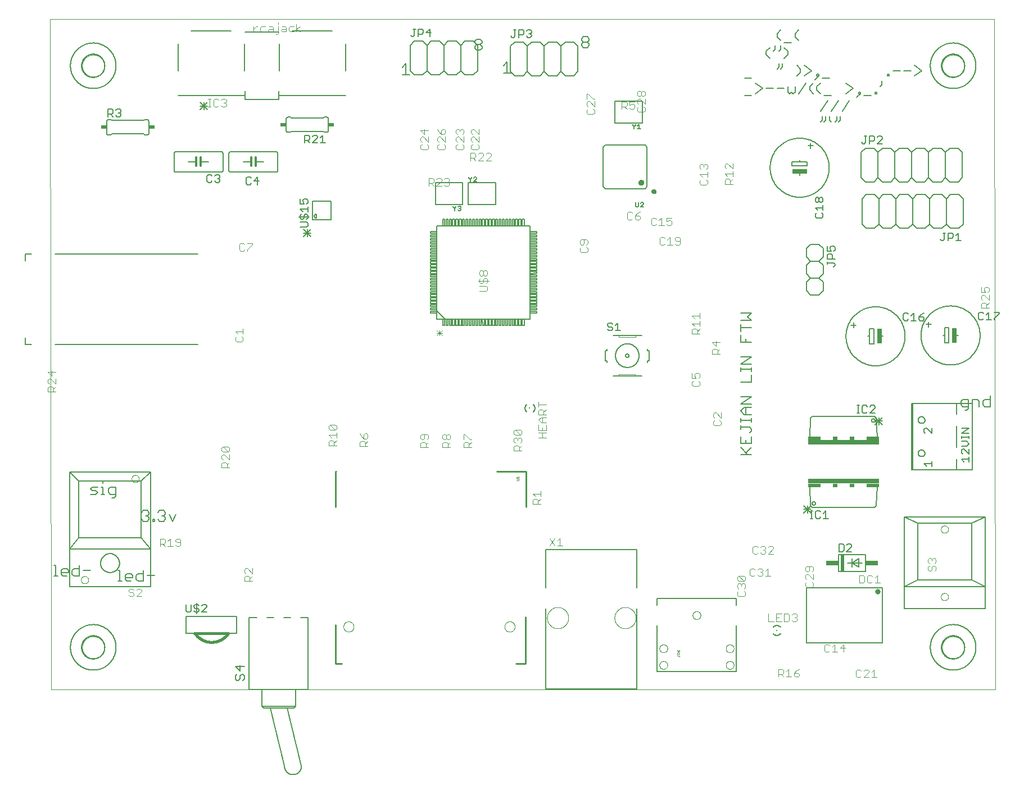
<source format=gto>
G75*
%MOIN*%
%OFA0B0*%
%FSLAX25Y25*%
%IPPOS*%
%LPD*%
%AMOC8*
5,1,8,0,0,1.08239X$1,22.5*
%
%ADD10C,0.00000*%
%ADD11C,0.00600*%
%ADD12C,0.00500*%
%ADD13C,0.00400*%
%ADD14R,0.02500X0.09000*%
%ADD15R,0.09000X0.02500*%
%ADD16R,0.02000X0.10000*%
%ADD17R,0.07500X0.03000*%
%ADD18C,0.00800*%
%ADD19C,0.03198*%
%ADD20R,0.42000X0.03000*%
%ADD21R,0.07500X0.02000*%
%ADD22R,0.03000X0.02000*%
%ADD23C,0.00040*%
%ADD24R,0.00787X0.00787*%
%ADD25R,0.00591X0.00984*%
%ADD26C,0.00200*%
%ADD27C,0.00300*%
%ADD28C,0.00100*%
%ADD29C,0.01000*%
%ADD30C,0.01600*%
%ADD31C,0.01575*%
%ADD32R,0.03400X0.02400*%
%ADD33C,0.01200*%
%ADD34R,0.00984X0.00591*%
D10*
X0016817Y0051800D02*
X0016317Y0449501D01*
X0576239Y0449501D01*
X0576739Y0051800D01*
X0016817Y0051800D01*
X0035321Y0076800D02*
X0035323Y0076961D01*
X0035329Y0077121D01*
X0035339Y0077282D01*
X0035353Y0077442D01*
X0035371Y0077601D01*
X0035392Y0077761D01*
X0035418Y0077919D01*
X0035448Y0078077D01*
X0035481Y0078234D01*
X0035519Y0078391D01*
X0035560Y0078546D01*
X0035605Y0078700D01*
X0035654Y0078853D01*
X0035707Y0079005D01*
X0035763Y0079155D01*
X0035823Y0079304D01*
X0035887Y0079452D01*
X0035954Y0079598D01*
X0036025Y0079742D01*
X0036100Y0079884D01*
X0036178Y0080025D01*
X0036259Y0080163D01*
X0036344Y0080300D01*
X0036433Y0080434D01*
X0036524Y0080566D01*
X0036619Y0080696D01*
X0036717Y0080823D01*
X0036818Y0080948D01*
X0036922Y0081071D01*
X0037029Y0081190D01*
X0037139Y0081307D01*
X0037252Y0081422D01*
X0037368Y0081533D01*
X0037486Y0081642D01*
X0037607Y0081747D01*
X0037731Y0081850D01*
X0037857Y0081950D01*
X0037986Y0082046D01*
X0038117Y0082139D01*
X0038250Y0082229D01*
X0038385Y0082316D01*
X0038523Y0082399D01*
X0038662Y0082478D01*
X0038804Y0082555D01*
X0038947Y0082628D01*
X0039092Y0082697D01*
X0039239Y0082762D01*
X0039387Y0082824D01*
X0039537Y0082883D01*
X0039688Y0082937D01*
X0039840Y0082988D01*
X0039994Y0083035D01*
X0040149Y0083078D01*
X0040304Y0083117D01*
X0040461Y0083153D01*
X0040619Y0083185D01*
X0040777Y0083212D01*
X0040936Y0083236D01*
X0041095Y0083256D01*
X0041255Y0083272D01*
X0041416Y0083284D01*
X0041576Y0083292D01*
X0041737Y0083296D01*
X0041897Y0083296D01*
X0042058Y0083292D01*
X0042218Y0083284D01*
X0042379Y0083272D01*
X0042539Y0083256D01*
X0042698Y0083236D01*
X0042857Y0083212D01*
X0043015Y0083185D01*
X0043173Y0083153D01*
X0043330Y0083117D01*
X0043485Y0083078D01*
X0043640Y0083035D01*
X0043794Y0082988D01*
X0043946Y0082937D01*
X0044097Y0082883D01*
X0044247Y0082824D01*
X0044395Y0082762D01*
X0044542Y0082697D01*
X0044687Y0082628D01*
X0044830Y0082555D01*
X0044972Y0082478D01*
X0045111Y0082399D01*
X0045249Y0082316D01*
X0045384Y0082229D01*
X0045517Y0082139D01*
X0045648Y0082046D01*
X0045777Y0081950D01*
X0045903Y0081850D01*
X0046027Y0081747D01*
X0046148Y0081642D01*
X0046266Y0081533D01*
X0046382Y0081422D01*
X0046495Y0081307D01*
X0046605Y0081190D01*
X0046712Y0081071D01*
X0046816Y0080948D01*
X0046917Y0080823D01*
X0047015Y0080696D01*
X0047110Y0080566D01*
X0047201Y0080434D01*
X0047290Y0080300D01*
X0047375Y0080163D01*
X0047456Y0080025D01*
X0047534Y0079884D01*
X0047609Y0079742D01*
X0047680Y0079598D01*
X0047747Y0079452D01*
X0047811Y0079304D01*
X0047871Y0079155D01*
X0047927Y0079005D01*
X0047980Y0078853D01*
X0048029Y0078700D01*
X0048074Y0078546D01*
X0048115Y0078391D01*
X0048153Y0078234D01*
X0048186Y0078077D01*
X0048216Y0077919D01*
X0048242Y0077761D01*
X0048263Y0077601D01*
X0048281Y0077442D01*
X0048295Y0077282D01*
X0048305Y0077121D01*
X0048311Y0076961D01*
X0048313Y0076800D01*
X0048311Y0076639D01*
X0048305Y0076479D01*
X0048295Y0076318D01*
X0048281Y0076158D01*
X0048263Y0075999D01*
X0048242Y0075839D01*
X0048216Y0075681D01*
X0048186Y0075523D01*
X0048153Y0075366D01*
X0048115Y0075209D01*
X0048074Y0075054D01*
X0048029Y0074900D01*
X0047980Y0074747D01*
X0047927Y0074595D01*
X0047871Y0074445D01*
X0047811Y0074296D01*
X0047747Y0074148D01*
X0047680Y0074002D01*
X0047609Y0073858D01*
X0047534Y0073716D01*
X0047456Y0073575D01*
X0047375Y0073437D01*
X0047290Y0073300D01*
X0047201Y0073166D01*
X0047110Y0073034D01*
X0047015Y0072904D01*
X0046917Y0072777D01*
X0046816Y0072652D01*
X0046712Y0072529D01*
X0046605Y0072410D01*
X0046495Y0072293D01*
X0046382Y0072178D01*
X0046266Y0072067D01*
X0046148Y0071958D01*
X0046027Y0071853D01*
X0045903Y0071750D01*
X0045777Y0071650D01*
X0045648Y0071554D01*
X0045517Y0071461D01*
X0045384Y0071371D01*
X0045249Y0071284D01*
X0045111Y0071201D01*
X0044972Y0071122D01*
X0044830Y0071045D01*
X0044687Y0070972D01*
X0044542Y0070903D01*
X0044395Y0070838D01*
X0044247Y0070776D01*
X0044097Y0070717D01*
X0043946Y0070663D01*
X0043794Y0070612D01*
X0043640Y0070565D01*
X0043485Y0070522D01*
X0043330Y0070483D01*
X0043173Y0070447D01*
X0043015Y0070415D01*
X0042857Y0070388D01*
X0042698Y0070364D01*
X0042539Y0070344D01*
X0042379Y0070328D01*
X0042218Y0070316D01*
X0042058Y0070308D01*
X0041897Y0070304D01*
X0041737Y0070304D01*
X0041576Y0070308D01*
X0041416Y0070316D01*
X0041255Y0070328D01*
X0041095Y0070344D01*
X0040936Y0070364D01*
X0040777Y0070388D01*
X0040619Y0070415D01*
X0040461Y0070447D01*
X0040304Y0070483D01*
X0040149Y0070522D01*
X0039994Y0070565D01*
X0039840Y0070612D01*
X0039688Y0070663D01*
X0039537Y0070717D01*
X0039387Y0070776D01*
X0039239Y0070838D01*
X0039092Y0070903D01*
X0038947Y0070972D01*
X0038804Y0071045D01*
X0038662Y0071122D01*
X0038523Y0071201D01*
X0038385Y0071284D01*
X0038250Y0071371D01*
X0038117Y0071461D01*
X0037986Y0071554D01*
X0037857Y0071650D01*
X0037731Y0071750D01*
X0037607Y0071853D01*
X0037486Y0071958D01*
X0037368Y0072067D01*
X0037252Y0072178D01*
X0037139Y0072293D01*
X0037029Y0072410D01*
X0036922Y0072529D01*
X0036818Y0072652D01*
X0036717Y0072777D01*
X0036619Y0072904D01*
X0036524Y0073034D01*
X0036433Y0073166D01*
X0036344Y0073300D01*
X0036259Y0073437D01*
X0036178Y0073575D01*
X0036100Y0073716D01*
X0036025Y0073858D01*
X0035954Y0074002D01*
X0035887Y0074148D01*
X0035823Y0074296D01*
X0035763Y0074445D01*
X0035707Y0074595D01*
X0035654Y0074747D01*
X0035605Y0074900D01*
X0035560Y0075054D01*
X0035519Y0075209D01*
X0035481Y0075366D01*
X0035448Y0075523D01*
X0035418Y0075681D01*
X0035392Y0075839D01*
X0035371Y0075999D01*
X0035353Y0076158D01*
X0035339Y0076318D01*
X0035329Y0076479D01*
X0035323Y0076639D01*
X0035321Y0076800D01*
X0034652Y0116800D02*
X0034654Y0116893D01*
X0034660Y0116985D01*
X0034670Y0117077D01*
X0034684Y0117168D01*
X0034701Y0117259D01*
X0034723Y0117349D01*
X0034748Y0117438D01*
X0034777Y0117526D01*
X0034810Y0117612D01*
X0034847Y0117697D01*
X0034887Y0117781D01*
X0034931Y0117862D01*
X0034978Y0117942D01*
X0035028Y0118020D01*
X0035082Y0118095D01*
X0035139Y0118168D01*
X0035199Y0118238D01*
X0035262Y0118306D01*
X0035328Y0118371D01*
X0035396Y0118433D01*
X0035467Y0118493D01*
X0035541Y0118549D01*
X0035617Y0118602D01*
X0035695Y0118651D01*
X0035775Y0118698D01*
X0035857Y0118740D01*
X0035941Y0118780D01*
X0036026Y0118815D01*
X0036113Y0118847D01*
X0036201Y0118876D01*
X0036290Y0118900D01*
X0036380Y0118921D01*
X0036471Y0118937D01*
X0036563Y0118950D01*
X0036655Y0118959D01*
X0036748Y0118964D01*
X0036840Y0118965D01*
X0036933Y0118962D01*
X0037025Y0118955D01*
X0037117Y0118944D01*
X0037208Y0118929D01*
X0037299Y0118911D01*
X0037389Y0118888D01*
X0037477Y0118862D01*
X0037565Y0118832D01*
X0037651Y0118798D01*
X0037735Y0118761D01*
X0037818Y0118719D01*
X0037899Y0118675D01*
X0037979Y0118627D01*
X0038056Y0118576D01*
X0038130Y0118521D01*
X0038203Y0118463D01*
X0038273Y0118403D01*
X0038340Y0118339D01*
X0038404Y0118273D01*
X0038466Y0118203D01*
X0038524Y0118132D01*
X0038579Y0118058D01*
X0038631Y0117981D01*
X0038680Y0117902D01*
X0038726Y0117822D01*
X0038768Y0117739D01*
X0038806Y0117655D01*
X0038841Y0117569D01*
X0038872Y0117482D01*
X0038899Y0117394D01*
X0038922Y0117304D01*
X0038942Y0117214D01*
X0038958Y0117123D01*
X0038970Y0117031D01*
X0038978Y0116939D01*
X0038982Y0116846D01*
X0038982Y0116754D01*
X0038978Y0116661D01*
X0038970Y0116569D01*
X0038958Y0116477D01*
X0038942Y0116386D01*
X0038922Y0116296D01*
X0038899Y0116206D01*
X0038872Y0116118D01*
X0038841Y0116031D01*
X0038806Y0115945D01*
X0038768Y0115861D01*
X0038726Y0115778D01*
X0038680Y0115698D01*
X0038631Y0115619D01*
X0038579Y0115542D01*
X0038524Y0115468D01*
X0038466Y0115397D01*
X0038404Y0115327D01*
X0038340Y0115261D01*
X0038273Y0115197D01*
X0038203Y0115137D01*
X0038130Y0115079D01*
X0038056Y0115024D01*
X0037979Y0114973D01*
X0037900Y0114925D01*
X0037818Y0114881D01*
X0037735Y0114839D01*
X0037651Y0114802D01*
X0037565Y0114768D01*
X0037477Y0114738D01*
X0037389Y0114712D01*
X0037299Y0114689D01*
X0037208Y0114671D01*
X0037117Y0114656D01*
X0037025Y0114645D01*
X0036933Y0114638D01*
X0036840Y0114635D01*
X0036748Y0114636D01*
X0036655Y0114641D01*
X0036563Y0114650D01*
X0036471Y0114663D01*
X0036380Y0114679D01*
X0036290Y0114700D01*
X0036201Y0114724D01*
X0036113Y0114753D01*
X0036026Y0114785D01*
X0035941Y0114820D01*
X0035857Y0114860D01*
X0035775Y0114902D01*
X0035695Y0114949D01*
X0035617Y0114998D01*
X0035541Y0115051D01*
X0035467Y0115107D01*
X0035396Y0115167D01*
X0035328Y0115229D01*
X0035262Y0115294D01*
X0035199Y0115362D01*
X0035139Y0115432D01*
X0035082Y0115505D01*
X0035028Y0115580D01*
X0034978Y0115658D01*
X0034931Y0115738D01*
X0034887Y0115819D01*
X0034847Y0115903D01*
X0034810Y0115988D01*
X0034777Y0116074D01*
X0034748Y0116162D01*
X0034723Y0116251D01*
X0034701Y0116341D01*
X0034684Y0116432D01*
X0034670Y0116523D01*
X0034660Y0116615D01*
X0034654Y0116707D01*
X0034652Y0116800D01*
X0064652Y0176800D02*
X0064654Y0176893D01*
X0064660Y0176985D01*
X0064670Y0177077D01*
X0064684Y0177168D01*
X0064701Y0177259D01*
X0064723Y0177349D01*
X0064748Y0177438D01*
X0064777Y0177526D01*
X0064810Y0177612D01*
X0064847Y0177697D01*
X0064887Y0177781D01*
X0064931Y0177862D01*
X0064978Y0177942D01*
X0065028Y0178020D01*
X0065082Y0178095D01*
X0065139Y0178168D01*
X0065199Y0178238D01*
X0065262Y0178306D01*
X0065328Y0178371D01*
X0065396Y0178433D01*
X0065467Y0178493D01*
X0065541Y0178549D01*
X0065617Y0178602D01*
X0065695Y0178651D01*
X0065775Y0178698D01*
X0065857Y0178740D01*
X0065941Y0178780D01*
X0066026Y0178815D01*
X0066113Y0178847D01*
X0066201Y0178876D01*
X0066290Y0178900D01*
X0066380Y0178921D01*
X0066471Y0178937D01*
X0066563Y0178950D01*
X0066655Y0178959D01*
X0066748Y0178964D01*
X0066840Y0178965D01*
X0066933Y0178962D01*
X0067025Y0178955D01*
X0067117Y0178944D01*
X0067208Y0178929D01*
X0067299Y0178911D01*
X0067389Y0178888D01*
X0067477Y0178862D01*
X0067565Y0178832D01*
X0067651Y0178798D01*
X0067735Y0178761D01*
X0067818Y0178719D01*
X0067899Y0178675D01*
X0067979Y0178627D01*
X0068056Y0178576D01*
X0068130Y0178521D01*
X0068203Y0178463D01*
X0068273Y0178403D01*
X0068340Y0178339D01*
X0068404Y0178273D01*
X0068466Y0178203D01*
X0068524Y0178132D01*
X0068579Y0178058D01*
X0068631Y0177981D01*
X0068680Y0177902D01*
X0068726Y0177822D01*
X0068768Y0177739D01*
X0068806Y0177655D01*
X0068841Y0177569D01*
X0068872Y0177482D01*
X0068899Y0177394D01*
X0068922Y0177304D01*
X0068942Y0177214D01*
X0068958Y0177123D01*
X0068970Y0177031D01*
X0068978Y0176939D01*
X0068982Y0176846D01*
X0068982Y0176754D01*
X0068978Y0176661D01*
X0068970Y0176569D01*
X0068958Y0176477D01*
X0068942Y0176386D01*
X0068922Y0176296D01*
X0068899Y0176206D01*
X0068872Y0176118D01*
X0068841Y0176031D01*
X0068806Y0175945D01*
X0068768Y0175861D01*
X0068726Y0175778D01*
X0068680Y0175698D01*
X0068631Y0175619D01*
X0068579Y0175542D01*
X0068524Y0175468D01*
X0068466Y0175397D01*
X0068404Y0175327D01*
X0068340Y0175261D01*
X0068273Y0175197D01*
X0068203Y0175137D01*
X0068130Y0175079D01*
X0068056Y0175024D01*
X0067979Y0174973D01*
X0067900Y0174925D01*
X0067818Y0174881D01*
X0067735Y0174839D01*
X0067651Y0174802D01*
X0067565Y0174768D01*
X0067477Y0174738D01*
X0067389Y0174712D01*
X0067299Y0174689D01*
X0067208Y0174671D01*
X0067117Y0174656D01*
X0067025Y0174645D01*
X0066933Y0174638D01*
X0066840Y0174635D01*
X0066748Y0174636D01*
X0066655Y0174641D01*
X0066563Y0174650D01*
X0066471Y0174663D01*
X0066380Y0174679D01*
X0066290Y0174700D01*
X0066201Y0174724D01*
X0066113Y0174753D01*
X0066026Y0174785D01*
X0065941Y0174820D01*
X0065857Y0174860D01*
X0065775Y0174902D01*
X0065695Y0174949D01*
X0065617Y0174998D01*
X0065541Y0175051D01*
X0065467Y0175107D01*
X0065396Y0175167D01*
X0065328Y0175229D01*
X0065262Y0175294D01*
X0065199Y0175362D01*
X0065139Y0175432D01*
X0065082Y0175505D01*
X0065028Y0175580D01*
X0064978Y0175658D01*
X0064931Y0175738D01*
X0064887Y0175819D01*
X0064847Y0175903D01*
X0064810Y0175988D01*
X0064777Y0176074D01*
X0064748Y0176162D01*
X0064723Y0176251D01*
X0064701Y0176341D01*
X0064684Y0176432D01*
X0064670Y0176523D01*
X0064660Y0176615D01*
X0064654Y0176707D01*
X0064652Y0176800D01*
X0190262Y0089068D02*
X0190264Y0089178D01*
X0190270Y0089288D01*
X0190280Y0089398D01*
X0190294Y0089507D01*
X0190312Y0089616D01*
X0190333Y0089724D01*
X0190359Y0089831D01*
X0190388Y0089937D01*
X0190422Y0090042D01*
X0190459Y0090146D01*
X0190500Y0090248D01*
X0190544Y0090349D01*
X0190592Y0090448D01*
X0190644Y0090546D01*
X0190699Y0090641D01*
X0190757Y0090734D01*
X0190819Y0090825D01*
X0190884Y0090914D01*
X0190952Y0091001D01*
X0191024Y0091085D01*
X0191098Y0091166D01*
X0191175Y0091245D01*
X0191255Y0091321D01*
X0191338Y0091393D01*
X0191423Y0091463D01*
X0191511Y0091530D01*
X0191601Y0091593D01*
X0191693Y0091653D01*
X0191787Y0091710D01*
X0191884Y0091764D01*
X0191982Y0091813D01*
X0192082Y0091860D01*
X0192184Y0091902D01*
X0192287Y0091941D01*
X0192391Y0091976D01*
X0192497Y0092008D01*
X0192603Y0092035D01*
X0192711Y0092059D01*
X0192819Y0092079D01*
X0192928Y0092095D01*
X0193038Y0092107D01*
X0193148Y0092115D01*
X0193258Y0092119D01*
X0193368Y0092119D01*
X0193478Y0092115D01*
X0193588Y0092107D01*
X0193698Y0092095D01*
X0193807Y0092079D01*
X0193915Y0092059D01*
X0194023Y0092035D01*
X0194129Y0092008D01*
X0194235Y0091976D01*
X0194339Y0091941D01*
X0194442Y0091902D01*
X0194544Y0091860D01*
X0194644Y0091813D01*
X0194742Y0091764D01*
X0194838Y0091710D01*
X0194933Y0091653D01*
X0195025Y0091593D01*
X0195115Y0091530D01*
X0195203Y0091463D01*
X0195288Y0091393D01*
X0195371Y0091321D01*
X0195451Y0091245D01*
X0195528Y0091166D01*
X0195602Y0091085D01*
X0195674Y0091001D01*
X0195742Y0090914D01*
X0195807Y0090825D01*
X0195869Y0090734D01*
X0195927Y0090641D01*
X0195982Y0090546D01*
X0196034Y0090448D01*
X0196082Y0090349D01*
X0196126Y0090248D01*
X0196167Y0090146D01*
X0196204Y0090042D01*
X0196238Y0089937D01*
X0196267Y0089831D01*
X0196293Y0089724D01*
X0196314Y0089616D01*
X0196332Y0089507D01*
X0196346Y0089398D01*
X0196356Y0089288D01*
X0196362Y0089178D01*
X0196364Y0089068D01*
X0196362Y0088958D01*
X0196356Y0088848D01*
X0196346Y0088738D01*
X0196332Y0088629D01*
X0196314Y0088520D01*
X0196293Y0088412D01*
X0196267Y0088305D01*
X0196238Y0088199D01*
X0196204Y0088094D01*
X0196167Y0087990D01*
X0196126Y0087888D01*
X0196082Y0087787D01*
X0196034Y0087688D01*
X0195982Y0087590D01*
X0195927Y0087495D01*
X0195869Y0087402D01*
X0195807Y0087311D01*
X0195742Y0087222D01*
X0195674Y0087135D01*
X0195602Y0087051D01*
X0195528Y0086970D01*
X0195451Y0086891D01*
X0195371Y0086815D01*
X0195288Y0086743D01*
X0195203Y0086673D01*
X0195115Y0086606D01*
X0195025Y0086543D01*
X0194933Y0086483D01*
X0194839Y0086426D01*
X0194742Y0086372D01*
X0194644Y0086323D01*
X0194544Y0086276D01*
X0194442Y0086234D01*
X0194339Y0086195D01*
X0194235Y0086160D01*
X0194129Y0086128D01*
X0194023Y0086101D01*
X0193915Y0086077D01*
X0193807Y0086057D01*
X0193698Y0086041D01*
X0193588Y0086029D01*
X0193478Y0086021D01*
X0193368Y0086017D01*
X0193258Y0086017D01*
X0193148Y0086021D01*
X0193038Y0086029D01*
X0192928Y0086041D01*
X0192819Y0086057D01*
X0192711Y0086077D01*
X0192603Y0086101D01*
X0192497Y0086128D01*
X0192391Y0086160D01*
X0192287Y0086195D01*
X0192184Y0086234D01*
X0192082Y0086276D01*
X0191982Y0086323D01*
X0191884Y0086372D01*
X0191787Y0086426D01*
X0191693Y0086483D01*
X0191601Y0086543D01*
X0191511Y0086606D01*
X0191423Y0086673D01*
X0191338Y0086743D01*
X0191255Y0086815D01*
X0191175Y0086891D01*
X0191098Y0086970D01*
X0191024Y0087051D01*
X0190952Y0087135D01*
X0190884Y0087222D01*
X0190819Y0087311D01*
X0190757Y0087402D01*
X0190699Y0087495D01*
X0190644Y0087590D01*
X0190592Y0087688D01*
X0190544Y0087787D01*
X0190500Y0087888D01*
X0190459Y0087990D01*
X0190422Y0088094D01*
X0190388Y0088199D01*
X0190359Y0088305D01*
X0190333Y0088412D01*
X0190312Y0088520D01*
X0190294Y0088629D01*
X0190280Y0088738D01*
X0190270Y0088848D01*
X0190264Y0088958D01*
X0190262Y0089068D01*
X0285774Y0089068D02*
X0285776Y0089178D01*
X0285782Y0089288D01*
X0285792Y0089398D01*
X0285806Y0089507D01*
X0285824Y0089616D01*
X0285845Y0089724D01*
X0285871Y0089831D01*
X0285900Y0089937D01*
X0285934Y0090042D01*
X0285971Y0090146D01*
X0286012Y0090248D01*
X0286056Y0090349D01*
X0286104Y0090448D01*
X0286156Y0090546D01*
X0286211Y0090641D01*
X0286269Y0090734D01*
X0286331Y0090825D01*
X0286396Y0090914D01*
X0286464Y0091001D01*
X0286536Y0091085D01*
X0286610Y0091166D01*
X0286687Y0091245D01*
X0286767Y0091321D01*
X0286850Y0091393D01*
X0286935Y0091463D01*
X0287023Y0091530D01*
X0287113Y0091593D01*
X0287205Y0091653D01*
X0287299Y0091710D01*
X0287396Y0091764D01*
X0287494Y0091813D01*
X0287594Y0091860D01*
X0287696Y0091902D01*
X0287799Y0091941D01*
X0287903Y0091976D01*
X0288009Y0092008D01*
X0288115Y0092035D01*
X0288223Y0092059D01*
X0288331Y0092079D01*
X0288440Y0092095D01*
X0288550Y0092107D01*
X0288660Y0092115D01*
X0288770Y0092119D01*
X0288880Y0092119D01*
X0288990Y0092115D01*
X0289100Y0092107D01*
X0289210Y0092095D01*
X0289319Y0092079D01*
X0289427Y0092059D01*
X0289535Y0092035D01*
X0289641Y0092008D01*
X0289747Y0091976D01*
X0289851Y0091941D01*
X0289954Y0091902D01*
X0290056Y0091860D01*
X0290156Y0091813D01*
X0290254Y0091764D01*
X0290350Y0091710D01*
X0290445Y0091653D01*
X0290537Y0091593D01*
X0290627Y0091530D01*
X0290715Y0091463D01*
X0290800Y0091393D01*
X0290883Y0091321D01*
X0290963Y0091245D01*
X0291040Y0091166D01*
X0291114Y0091085D01*
X0291186Y0091001D01*
X0291254Y0090914D01*
X0291319Y0090825D01*
X0291381Y0090734D01*
X0291439Y0090641D01*
X0291494Y0090546D01*
X0291546Y0090448D01*
X0291594Y0090349D01*
X0291638Y0090248D01*
X0291679Y0090146D01*
X0291716Y0090042D01*
X0291750Y0089937D01*
X0291779Y0089831D01*
X0291805Y0089724D01*
X0291826Y0089616D01*
X0291844Y0089507D01*
X0291858Y0089398D01*
X0291868Y0089288D01*
X0291874Y0089178D01*
X0291876Y0089068D01*
X0291874Y0088958D01*
X0291868Y0088848D01*
X0291858Y0088738D01*
X0291844Y0088629D01*
X0291826Y0088520D01*
X0291805Y0088412D01*
X0291779Y0088305D01*
X0291750Y0088199D01*
X0291716Y0088094D01*
X0291679Y0087990D01*
X0291638Y0087888D01*
X0291594Y0087787D01*
X0291546Y0087688D01*
X0291494Y0087590D01*
X0291439Y0087495D01*
X0291381Y0087402D01*
X0291319Y0087311D01*
X0291254Y0087222D01*
X0291186Y0087135D01*
X0291114Y0087051D01*
X0291040Y0086970D01*
X0290963Y0086891D01*
X0290883Y0086815D01*
X0290800Y0086743D01*
X0290715Y0086673D01*
X0290627Y0086606D01*
X0290537Y0086543D01*
X0290445Y0086483D01*
X0290351Y0086426D01*
X0290254Y0086372D01*
X0290156Y0086323D01*
X0290056Y0086276D01*
X0289954Y0086234D01*
X0289851Y0086195D01*
X0289747Y0086160D01*
X0289641Y0086128D01*
X0289535Y0086101D01*
X0289427Y0086077D01*
X0289319Y0086057D01*
X0289210Y0086041D01*
X0289100Y0086029D01*
X0288990Y0086021D01*
X0288880Y0086017D01*
X0288770Y0086017D01*
X0288660Y0086021D01*
X0288550Y0086029D01*
X0288440Y0086041D01*
X0288331Y0086057D01*
X0288223Y0086077D01*
X0288115Y0086101D01*
X0288009Y0086128D01*
X0287903Y0086160D01*
X0287799Y0086195D01*
X0287696Y0086234D01*
X0287594Y0086276D01*
X0287494Y0086323D01*
X0287396Y0086372D01*
X0287299Y0086426D01*
X0287205Y0086483D01*
X0287113Y0086543D01*
X0287023Y0086606D01*
X0286935Y0086673D01*
X0286850Y0086743D01*
X0286767Y0086815D01*
X0286687Y0086891D01*
X0286610Y0086970D01*
X0286536Y0087051D01*
X0286464Y0087135D01*
X0286396Y0087222D01*
X0286331Y0087311D01*
X0286269Y0087402D01*
X0286211Y0087495D01*
X0286156Y0087590D01*
X0286104Y0087688D01*
X0286056Y0087787D01*
X0286012Y0087888D01*
X0285971Y0087990D01*
X0285934Y0088094D01*
X0285900Y0088199D01*
X0285871Y0088305D01*
X0285845Y0088412D01*
X0285824Y0088520D01*
X0285806Y0088629D01*
X0285792Y0088738D01*
X0285782Y0088848D01*
X0285776Y0088958D01*
X0285774Y0089068D01*
X0311018Y0094300D02*
X0311020Y0094458D01*
X0311026Y0094616D01*
X0311036Y0094774D01*
X0311050Y0094932D01*
X0311068Y0095089D01*
X0311089Y0095246D01*
X0311115Y0095402D01*
X0311145Y0095558D01*
X0311178Y0095713D01*
X0311216Y0095866D01*
X0311257Y0096019D01*
X0311302Y0096171D01*
X0311351Y0096322D01*
X0311404Y0096471D01*
X0311460Y0096619D01*
X0311520Y0096765D01*
X0311584Y0096910D01*
X0311652Y0097053D01*
X0311723Y0097195D01*
X0311797Y0097335D01*
X0311875Y0097472D01*
X0311957Y0097608D01*
X0312041Y0097742D01*
X0312130Y0097873D01*
X0312221Y0098002D01*
X0312316Y0098129D01*
X0312413Y0098254D01*
X0312514Y0098376D01*
X0312618Y0098495D01*
X0312725Y0098612D01*
X0312835Y0098726D01*
X0312948Y0098837D01*
X0313063Y0098946D01*
X0313181Y0099051D01*
X0313302Y0099153D01*
X0313425Y0099253D01*
X0313551Y0099349D01*
X0313679Y0099442D01*
X0313809Y0099532D01*
X0313942Y0099618D01*
X0314077Y0099702D01*
X0314213Y0099781D01*
X0314352Y0099858D01*
X0314493Y0099930D01*
X0314635Y0100000D01*
X0314779Y0100065D01*
X0314925Y0100127D01*
X0315072Y0100185D01*
X0315221Y0100240D01*
X0315371Y0100291D01*
X0315522Y0100338D01*
X0315674Y0100381D01*
X0315827Y0100420D01*
X0315982Y0100456D01*
X0316137Y0100487D01*
X0316293Y0100515D01*
X0316449Y0100539D01*
X0316606Y0100559D01*
X0316764Y0100575D01*
X0316921Y0100587D01*
X0317080Y0100595D01*
X0317238Y0100599D01*
X0317396Y0100599D01*
X0317554Y0100595D01*
X0317713Y0100587D01*
X0317870Y0100575D01*
X0318028Y0100559D01*
X0318185Y0100539D01*
X0318341Y0100515D01*
X0318497Y0100487D01*
X0318652Y0100456D01*
X0318807Y0100420D01*
X0318960Y0100381D01*
X0319112Y0100338D01*
X0319263Y0100291D01*
X0319413Y0100240D01*
X0319562Y0100185D01*
X0319709Y0100127D01*
X0319855Y0100065D01*
X0319999Y0100000D01*
X0320141Y0099930D01*
X0320282Y0099858D01*
X0320421Y0099781D01*
X0320557Y0099702D01*
X0320692Y0099618D01*
X0320825Y0099532D01*
X0320955Y0099442D01*
X0321083Y0099349D01*
X0321209Y0099253D01*
X0321332Y0099153D01*
X0321453Y0099051D01*
X0321571Y0098946D01*
X0321686Y0098837D01*
X0321799Y0098726D01*
X0321909Y0098612D01*
X0322016Y0098495D01*
X0322120Y0098376D01*
X0322221Y0098254D01*
X0322318Y0098129D01*
X0322413Y0098002D01*
X0322504Y0097873D01*
X0322593Y0097742D01*
X0322677Y0097608D01*
X0322759Y0097472D01*
X0322837Y0097335D01*
X0322911Y0097195D01*
X0322982Y0097053D01*
X0323050Y0096910D01*
X0323114Y0096765D01*
X0323174Y0096619D01*
X0323230Y0096471D01*
X0323283Y0096322D01*
X0323332Y0096171D01*
X0323377Y0096019D01*
X0323418Y0095866D01*
X0323456Y0095713D01*
X0323489Y0095558D01*
X0323519Y0095402D01*
X0323545Y0095246D01*
X0323566Y0095089D01*
X0323584Y0094932D01*
X0323598Y0094774D01*
X0323608Y0094616D01*
X0323614Y0094458D01*
X0323616Y0094300D01*
X0323614Y0094142D01*
X0323608Y0093984D01*
X0323598Y0093826D01*
X0323584Y0093668D01*
X0323566Y0093511D01*
X0323545Y0093354D01*
X0323519Y0093198D01*
X0323489Y0093042D01*
X0323456Y0092887D01*
X0323418Y0092734D01*
X0323377Y0092581D01*
X0323332Y0092429D01*
X0323283Y0092278D01*
X0323230Y0092129D01*
X0323174Y0091981D01*
X0323114Y0091835D01*
X0323050Y0091690D01*
X0322982Y0091547D01*
X0322911Y0091405D01*
X0322837Y0091265D01*
X0322759Y0091128D01*
X0322677Y0090992D01*
X0322593Y0090858D01*
X0322504Y0090727D01*
X0322413Y0090598D01*
X0322318Y0090471D01*
X0322221Y0090346D01*
X0322120Y0090224D01*
X0322016Y0090105D01*
X0321909Y0089988D01*
X0321799Y0089874D01*
X0321686Y0089763D01*
X0321571Y0089654D01*
X0321453Y0089549D01*
X0321332Y0089447D01*
X0321209Y0089347D01*
X0321083Y0089251D01*
X0320955Y0089158D01*
X0320825Y0089068D01*
X0320692Y0088982D01*
X0320557Y0088898D01*
X0320421Y0088819D01*
X0320282Y0088742D01*
X0320141Y0088670D01*
X0319999Y0088600D01*
X0319855Y0088535D01*
X0319709Y0088473D01*
X0319562Y0088415D01*
X0319413Y0088360D01*
X0319263Y0088309D01*
X0319112Y0088262D01*
X0318960Y0088219D01*
X0318807Y0088180D01*
X0318652Y0088144D01*
X0318497Y0088113D01*
X0318341Y0088085D01*
X0318185Y0088061D01*
X0318028Y0088041D01*
X0317870Y0088025D01*
X0317713Y0088013D01*
X0317554Y0088005D01*
X0317396Y0088001D01*
X0317238Y0088001D01*
X0317080Y0088005D01*
X0316921Y0088013D01*
X0316764Y0088025D01*
X0316606Y0088041D01*
X0316449Y0088061D01*
X0316293Y0088085D01*
X0316137Y0088113D01*
X0315982Y0088144D01*
X0315827Y0088180D01*
X0315674Y0088219D01*
X0315522Y0088262D01*
X0315371Y0088309D01*
X0315221Y0088360D01*
X0315072Y0088415D01*
X0314925Y0088473D01*
X0314779Y0088535D01*
X0314635Y0088600D01*
X0314493Y0088670D01*
X0314352Y0088742D01*
X0314213Y0088819D01*
X0314077Y0088898D01*
X0313942Y0088982D01*
X0313809Y0089068D01*
X0313679Y0089158D01*
X0313551Y0089251D01*
X0313425Y0089347D01*
X0313302Y0089447D01*
X0313181Y0089549D01*
X0313063Y0089654D01*
X0312948Y0089763D01*
X0312835Y0089874D01*
X0312725Y0089988D01*
X0312618Y0090105D01*
X0312514Y0090224D01*
X0312413Y0090346D01*
X0312316Y0090471D01*
X0312221Y0090598D01*
X0312130Y0090727D01*
X0312041Y0090858D01*
X0311957Y0090992D01*
X0311875Y0091128D01*
X0311797Y0091265D01*
X0311723Y0091405D01*
X0311652Y0091547D01*
X0311584Y0091690D01*
X0311520Y0091835D01*
X0311460Y0091981D01*
X0311404Y0092129D01*
X0311351Y0092278D01*
X0311302Y0092429D01*
X0311257Y0092581D01*
X0311216Y0092734D01*
X0311178Y0092887D01*
X0311145Y0093042D01*
X0311115Y0093198D01*
X0311089Y0093354D01*
X0311068Y0093511D01*
X0311050Y0093668D01*
X0311036Y0093826D01*
X0311026Y0093984D01*
X0311020Y0094142D01*
X0311018Y0094300D01*
X0351018Y0094300D02*
X0351020Y0094458D01*
X0351026Y0094616D01*
X0351036Y0094774D01*
X0351050Y0094932D01*
X0351068Y0095089D01*
X0351089Y0095246D01*
X0351115Y0095402D01*
X0351145Y0095558D01*
X0351178Y0095713D01*
X0351216Y0095866D01*
X0351257Y0096019D01*
X0351302Y0096171D01*
X0351351Y0096322D01*
X0351404Y0096471D01*
X0351460Y0096619D01*
X0351520Y0096765D01*
X0351584Y0096910D01*
X0351652Y0097053D01*
X0351723Y0097195D01*
X0351797Y0097335D01*
X0351875Y0097472D01*
X0351957Y0097608D01*
X0352041Y0097742D01*
X0352130Y0097873D01*
X0352221Y0098002D01*
X0352316Y0098129D01*
X0352413Y0098254D01*
X0352514Y0098376D01*
X0352618Y0098495D01*
X0352725Y0098612D01*
X0352835Y0098726D01*
X0352948Y0098837D01*
X0353063Y0098946D01*
X0353181Y0099051D01*
X0353302Y0099153D01*
X0353425Y0099253D01*
X0353551Y0099349D01*
X0353679Y0099442D01*
X0353809Y0099532D01*
X0353942Y0099618D01*
X0354077Y0099702D01*
X0354213Y0099781D01*
X0354352Y0099858D01*
X0354493Y0099930D01*
X0354635Y0100000D01*
X0354779Y0100065D01*
X0354925Y0100127D01*
X0355072Y0100185D01*
X0355221Y0100240D01*
X0355371Y0100291D01*
X0355522Y0100338D01*
X0355674Y0100381D01*
X0355827Y0100420D01*
X0355982Y0100456D01*
X0356137Y0100487D01*
X0356293Y0100515D01*
X0356449Y0100539D01*
X0356606Y0100559D01*
X0356764Y0100575D01*
X0356921Y0100587D01*
X0357080Y0100595D01*
X0357238Y0100599D01*
X0357396Y0100599D01*
X0357554Y0100595D01*
X0357713Y0100587D01*
X0357870Y0100575D01*
X0358028Y0100559D01*
X0358185Y0100539D01*
X0358341Y0100515D01*
X0358497Y0100487D01*
X0358652Y0100456D01*
X0358807Y0100420D01*
X0358960Y0100381D01*
X0359112Y0100338D01*
X0359263Y0100291D01*
X0359413Y0100240D01*
X0359562Y0100185D01*
X0359709Y0100127D01*
X0359855Y0100065D01*
X0359999Y0100000D01*
X0360141Y0099930D01*
X0360282Y0099858D01*
X0360421Y0099781D01*
X0360557Y0099702D01*
X0360692Y0099618D01*
X0360825Y0099532D01*
X0360955Y0099442D01*
X0361083Y0099349D01*
X0361209Y0099253D01*
X0361332Y0099153D01*
X0361453Y0099051D01*
X0361571Y0098946D01*
X0361686Y0098837D01*
X0361799Y0098726D01*
X0361909Y0098612D01*
X0362016Y0098495D01*
X0362120Y0098376D01*
X0362221Y0098254D01*
X0362318Y0098129D01*
X0362413Y0098002D01*
X0362504Y0097873D01*
X0362593Y0097742D01*
X0362677Y0097608D01*
X0362759Y0097472D01*
X0362837Y0097335D01*
X0362911Y0097195D01*
X0362982Y0097053D01*
X0363050Y0096910D01*
X0363114Y0096765D01*
X0363174Y0096619D01*
X0363230Y0096471D01*
X0363283Y0096322D01*
X0363332Y0096171D01*
X0363377Y0096019D01*
X0363418Y0095866D01*
X0363456Y0095713D01*
X0363489Y0095558D01*
X0363519Y0095402D01*
X0363545Y0095246D01*
X0363566Y0095089D01*
X0363584Y0094932D01*
X0363598Y0094774D01*
X0363608Y0094616D01*
X0363614Y0094458D01*
X0363616Y0094300D01*
X0363614Y0094142D01*
X0363608Y0093984D01*
X0363598Y0093826D01*
X0363584Y0093668D01*
X0363566Y0093511D01*
X0363545Y0093354D01*
X0363519Y0093198D01*
X0363489Y0093042D01*
X0363456Y0092887D01*
X0363418Y0092734D01*
X0363377Y0092581D01*
X0363332Y0092429D01*
X0363283Y0092278D01*
X0363230Y0092129D01*
X0363174Y0091981D01*
X0363114Y0091835D01*
X0363050Y0091690D01*
X0362982Y0091547D01*
X0362911Y0091405D01*
X0362837Y0091265D01*
X0362759Y0091128D01*
X0362677Y0090992D01*
X0362593Y0090858D01*
X0362504Y0090727D01*
X0362413Y0090598D01*
X0362318Y0090471D01*
X0362221Y0090346D01*
X0362120Y0090224D01*
X0362016Y0090105D01*
X0361909Y0089988D01*
X0361799Y0089874D01*
X0361686Y0089763D01*
X0361571Y0089654D01*
X0361453Y0089549D01*
X0361332Y0089447D01*
X0361209Y0089347D01*
X0361083Y0089251D01*
X0360955Y0089158D01*
X0360825Y0089068D01*
X0360692Y0088982D01*
X0360557Y0088898D01*
X0360421Y0088819D01*
X0360282Y0088742D01*
X0360141Y0088670D01*
X0359999Y0088600D01*
X0359855Y0088535D01*
X0359709Y0088473D01*
X0359562Y0088415D01*
X0359413Y0088360D01*
X0359263Y0088309D01*
X0359112Y0088262D01*
X0358960Y0088219D01*
X0358807Y0088180D01*
X0358652Y0088144D01*
X0358497Y0088113D01*
X0358341Y0088085D01*
X0358185Y0088061D01*
X0358028Y0088041D01*
X0357870Y0088025D01*
X0357713Y0088013D01*
X0357554Y0088005D01*
X0357396Y0088001D01*
X0357238Y0088001D01*
X0357080Y0088005D01*
X0356921Y0088013D01*
X0356764Y0088025D01*
X0356606Y0088041D01*
X0356449Y0088061D01*
X0356293Y0088085D01*
X0356137Y0088113D01*
X0355982Y0088144D01*
X0355827Y0088180D01*
X0355674Y0088219D01*
X0355522Y0088262D01*
X0355371Y0088309D01*
X0355221Y0088360D01*
X0355072Y0088415D01*
X0354925Y0088473D01*
X0354779Y0088535D01*
X0354635Y0088600D01*
X0354493Y0088670D01*
X0354352Y0088742D01*
X0354213Y0088819D01*
X0354077Y0088898D01*
X0353942Y0088982D01*
X0353809Y0089068D01*
X0353679Y0089158D01*
X0353551Y0089251D01*
X0353425Y0089347D01*
X0353302Y0089447D01*
X0353181Y0089549D01*
X0353063Y0089654D01*
X0352948Y0089763D01*
X0352835Y0089874D01*
X0352725Y0089988D01*
X0352618Y0090105D01*
X0352514Y0090224D01*
X0352413Y0090346D01*
X0352316Y0090471D01*
X0352221Y0090598D01*
X0352130Y0090727D01*
X0352041Y0090858D01*
X0351957Y0090992D01*
X0351875Y0091128D01*
X0351797Y0091265D01*
X0351723Y0091405D01*
X0351652Y0091547D01*
X0351584Y0091690D01*
X0351520Y0091835D01*
X0351460Y0091981D01*
X0351404Y0092129D01*
X0351351Y0092278D01*
X0351302Y0092429D01*
X0351257Y0092581D01*
X0351216Y0092734D01*
X0351178Y0092887D01*
X0351145Y0093042D01*
X0351115Y0093198D01*
X0351089Y0093354D01*
X0351068Y0093511D01*
X0351050Y0093668D01*
X0351036Y0093826D01*
X0351026Y0093984D01*
X0351020Y0094142D01*
X0351018Y0094300D01*
X0377670Y0076100D02*
X0377672Y0076197D01*
X0377678Y0076294D01*
X0377688Y0076390D01*
X0377702Y0076486D01*
X0377720Y0076582D01*
X0377741Y0076676D01*
X0377767Y0076770D01*
X0377796Y0076862D01*
X0377830Y0076953D01*
X0377866Y0077043D01*
X0377907Y0077131D01*
X0377951Y0077217D01*
X0377999Y0077302D01*
X0378050Y0077384D01*
X0378104Y0077465D01*
X0378162Y0077543D01*
X0378223Y0077618D01*
X0378286Y0077691D01*
X0378353Y0077762D01*
X0378423Y0077829D01*
X0378495Y0077894D01*
X0378570Y0077955D01*
X0378648Y0078014D01*
X0378727Y0078069D01*
X0378809Y0078121D01*
X0378893Y0078169D01*
X0378979Y0078214D01*
X0379067Y0078256D01*
X0379156Y0078294D01*
X0379247Y0078328D01*
X0379339Y0078358D01*
X0379432Y0078385D01*
X0379527Y0078407D01*
X0379622Y0078426D01*
X0379718Y0078441D01*
X0379814Y0078452D01*
X0379911Y0078459D01*
X0380008Y0078462D01*
X0380105Y0078461D01*
X0380202Y0078456D01*
X0380298Y0078447D01*
X0380394Y0078434D01*
X0380490Y0078417D01*
X0380585Y0078396D01*
X0380678Y0078372D01*
X0380771Y0078343D01*
X0380863Y0078311D01*
X0380953Y0078275D01*
X0381041Y0078236D01*
X0381128Y0078192D01*
X0381213Y0078146D01*
X0381296Y0078095D01*
X0381377Y0078042D01*
X0381455Y0077985D01*
X0381532Y0077925D01*
X0381605Y0077862D01*
X0381676Y0077796D01*
X0381744Y0077727D01*
X0381810Y0077655D01*
X0381872Y0077581D01*
X0381931Y0077504D01*
X0381987Y0077425D01*
X0382040Y0077343D01*
X0382090Y0077260D01*
X0382135Y0077174D01*
X0382178Y0077087D01*
X0382217Y0076998D01*
X0382252Y0076908D01*
X0382283Y0076816D01*
X0382310Y0076723D01*
X0382334Y0076629D01*
X0382354Y0076534D01*
X0382370Y0076438D01*
X0382382Y0076342D01*
X0382390Y0076245D01*
X0382394Y0076148D01*
X0382394Y0076052D01*
X0382390Y0075955D01*
X0382382Y0075858D01*
X0382370Y0075762D01*
X0382354Y0075666D01*
X0382334Y0075571D01*
X0382310Y0075477D01*
X0382283Y0075384D01*
X0382252Y0075292D01*
X0382217Y0075202D01*
X0382178Y0075113D01*
X0382135Y0075026D01*
X0382090Y0074940D01*
X0382040Y0074857D01*
X0381987Y0074775D01*
X0381931Y0074696D01*
X0381872Y0074619D01*
X0381810Y0074545D01*
X0381744Y0074473D01*
X0381676Y0074404D01*
X0381605Y0074338D01*
X0381532Y0074275D01*
X0381455Y0074215D01*
X0381377Y0074158D01*
X0381296Y0074105D01*
X0381213Y0074054D01*
X0381128Y0074008D01*
X0381041Y0073964D01*
X0380953Y0073925D01*
X0380863Y0073889D01*
X0380771Y0073857D01*
X0380678Y0073828D01*
X0380585Y0073804D01*
X0380490Y0073783D01*
X0380394Y0073766D01*
X0380298Y0073753D01*
X0380202Y0073744D01*
X0380105Y0073739D01*
X0380008Y0073738D01*
X0379911Y0073741D01*
X0379814Y0073748D01*
X0379718Y0073759D01*
X0379622Y0073774D01*
X0379527Y0073793D01*
X0379432Y0073815D01*
X0379339Y0073842D01*
X0379247Y0073872D01*
X0379156Y0073906D01*
X0379067Y0073944D01*
X0378979Y0073986D01*
X0378893Y0074031D01*
X0378809Y0074079D01*
X0378727Y0074131D01*
X0378648Y0074186D01*
X0378570Y0074245D01*
X0378495Y0074306D01*
X0378423Y0074371D01*
X0378353Y0074438D01*
X0378286Y0074509D01*
X0378223Y0074582D01*
X0378162Y0074657D01*
X0378104Y0074735D01*
X0378050Y0074816D01*
X0377999Y0074898D01*
X0377951Y0074983D01*
X0377907Y0075069D01*
X0377866Y0075157D01*
X0377830Y0075247D01*
X0377796Y0075338D01*
X0377767Y0075430D01*
X0377741Y0075524D01*
X0377720Y0075618D01*
X0377702Y0075714D01*
X0377688Y0075810D01*
X0377678Y0075906D01*
X0377672Y0076003D01*
X0377670Y0076100D01*
X0377670Y0066257D02*
X0377672Y0066354D01*
X0377678Y0066451D01*
X0377688Y0066547D01*
X0377702Y0066643D01*
X0377720Y0066739D01*
X0377741Y0066833D01*
X0377767Y0066927D01*
X0377796Y0067019D01*
X0377830Y0067110D01*
X0377866Y0067200D01*
X0377907Y0067288D01*
X0377951Y0067374D01*
X0377999Y0067459D01*
X0378050Y0067541D01*
X0378104Y0067622D01*
X0378162Y0067700D01*
X0378223Y0067775D01*
X0378286Y0067848D01*
X0378353Y0067919D01*
X0378423Y0067986D01*
X0378495Y0068051D01*
X0378570Y0068112D01*
X0378648Y0068171D01*
X0378727Y0068226D01*
X0378809Y0068278D01*
X0378893Y0068326D01*
X0378979Y0068371D01*
X0379067Y0068413D01*
X0379156Y0068451D01*
X0379247Y0068485D01*
X0379339Y0068515D01*
X0379432Y0068542D01*
X0379527Y0068564D01*
X0379622Y0068583D01*
X0379718Y0068598D01*
X0379814Y0068609D01*
X0379911Y0068616D01*
X0380008Y0068619D01*
X0380105Y0068618D01*
X0380202Y0068613D01*
X0380298Y0068604D01*
X0380394Y0068591D01*
X0380490Y0068574D01*
X0380585Y0068553D01*
X0380678Y0068529D01*
X0380771Y0068500D01*
X0380863Y0068468D01*
X0380953Y0068432D01*
X0381041Y0068393D01*
X0381128Y0068349D01*
X0381213Y0068303D01*
X0381296Y0068252D01*
X0381377Y0068199D01*
X0381455Y0068142D01*
X0381532Y0068082D01*
X0381605Y0068019D01*
X0381676Y0067953D01*
X0381744Y0067884D01*
X0381810Y0067812D01*
X0381872Y0067738D01*
X0381931Y0067661D01*
X0381987Y0067582D01*
X0382040Y0067500D01*
X0382090Y0067417D01*
X0382135Y0067331D01*
X0382178Y0067244D01*
X0382217Y0067155D01*
X0382252Y0067065D01*
X0382283Y0066973D01*
X0382310Y0066880D01*
X0382334Y0066786D01*
X0382354Y0066691D01*
X0382370Y0066595D01*
X0382382Y0066499D01*
X0382390Y0066402D01*
X0382394Y0066305D01*
X0382394Y0066209D01*
X0382390Y0066112D01*
X0382382Y0066015D01*
X0382370Y0065919D01*
X0382354Y0065823D01*
X0382334Y0065728D01*
X0382310Y0065634D01*
X0382283Y0065541D01*
X0382252Y0065449D01*
X0382217Y0065359D01*
X0382178Y0065270D01*
X0382135Y0065183D01*
X0382090Y0065097D01*
X0382040Y0065014D01*
X0381987Y0064932D01*
X0381931Y0064853D01*
X0381872Y0064776D01*
X0381810Y0064702D01*
X0381744Y0064630D01*
X0381676Y0064561D01*
X0381605Y0064495D01*
X0381532Y0064432D01*
X0381455Y0064372D01*
X0381377Y0064315D01*
X0381296Y0064262D01*
X0381213Y0064211D01*
X0381128Y0064165D01*
X0381041Y0064121D01*
X0380953Y0064082D01*
X0380863Y0064046D01*
X0380771Y0064014D01*
X0380678Y0063985D01*
X0380585Y0063961D01*
X0380490Y0063940D01*
X0380394Y0063923D01*
X0380298Y0063910D01*
X0380202Y0063901D01*
X0380105Y0063896D01*
X0380008Y0063895D01*
X0379911Y0063898D01*
X0379814Y0063905D01*
X0379718Y0063916D01*
X0379622Y0063931D01*
X0379527Y0063950D01*
X0379432Y0063972D01*
X0379339Y0063999D01*
X0379247Y0064029D01*
X0379156Y0064063D01*
X0379067Y0064101D01*
X0378979Y0064143D01*
X0378893Y0064188D01*
X0378809Y0064236D01*
X0378727Y0064288D01*
X0378648Y0064343D01*
X0378570Y0064402D01*
X0378495Y0064463D01*
X0378423Y0064528D01*
X0378353Y0064595D01*
X0378286Y0064666D01*
X0378223Y0064739D01*
X0378162Y0064814D01*
X0378104Y0064892D01*
X0378050Y0064973D01*
X0377999Y0065055D01*
X0377951Y0065140D01*
X0377907Y0065226D01*
X0377866Y0065314D01*
X0377830Y0065404D01*
X0377796Y0065495D01*
X0377767Y0065587D01*
X0377741Y0065681D01*
X0377720Y0065775D01*
X0377702Y0065871D01*
X0377688Y0065967D01*
X0377678Y0066063D01*
X0377672Y0066160D01*
X0377670Y0066257D01*
X0397355Y0095785D02*
X0397357Y0095882D01*
X0397363Y0095979D01*
X0397373Y0096075D01*
X0397387Y0096171D01*
X0397405Y0096267D01*
X0397426Y0096361D01*
X0397452Y0096455D01*
X0397481Y0096547D01*
X0397515Y0096638D01*
X0397551Y0096728D01*
X0397592Y0096816D01*
X0397636Y0096902D01*
X0397684Y0096987D01*
X0397735Y0097069D01*
X0397789Y0097150D01*
X0397847Y0097228D01*
X0397908Y0097303D01*
X0397971Y0097376D01*
X0398038Y0097447D01*
X0398108Y0097514D01*
X0398180Y0097579D01*
X0398255Y0097640D01*
X0398333Y0097699D01*
X0398412Y0097754D01*
X0398494Y0097806D01*
X0398578Y0097854D01*
X0398664Y0097899D01*
X0398752Y0097941D01*
X0398841Y0097979D01*
X0398932Y0098013D01*
X0399024Y0098043D01*
X0399117Y0098070D01*
X0399212Y0098092D01*
X0399307Y0098111D01*
X0399403Y0098126D01*
X0399499Y0098137D01*
X0399596Y0098144D01*
X0399693Y0098147D01*
X0399790Y0098146D01*
X0399887Y0098141D01*
X0399983Y0098132D01*
X0400079Y0098119D01*
X0400175Y0098102D01*
X0400270Y0098081D01*
X0400363Y0098057D01*
X0400456Y0098028D01*
X0400548Y0097996D01*
X0400638Y0097960D01*
X0400726Y0097921D01*
X0400813Y0097877D01*
X0400898Y0097831D01*
X0400981Y0097780D01*
X0401062Y0097727D01*
X0401140Y0097670D01*
X0401217Y0097610D01*
X0401290Y0097547D01*
X0401361Y0097481D01*
X0401429Y0097412D01*
X0401495Y0097340D01*
X0401557Y0097266D01*
X0401616Y0097189D01*
X0401672Y0097110D01*
X0401725Y0097028D01*
X0401775Y0096945D01*
X0401820Y0096859D01*
X0401863Y0096772D01*
X0401902Y0096683D01*
X0401937Y0096593D01*
X0401968Y0096501D01*
X0401995Y0096408D01*
X0402019Y0096314D01*
X0402039Y0096219D01*
X0402055Y0096123D01*
X0402067Y0096027D01*
X0402075Y0095930D01*
X0402079Y0095833D01*
X0402079Y0095737D01*
X0402075Y0095640D01*
X0402067Y0095543D01*
X0402055Y0095447D01*
X0402039Y0095351D01*
X0402019Y0095256D01*
X0401995Y0095162D01*
X0401968Y0095069D01*
X0401937Y0094977D01*
X0401902Y0094887D01*
X0401863Y0094798D01*
X0401820Y0094711D01*
X0401775Y0094625D01*
X0401725Y0094542D01*
X0401672Y0094460D01*
X0401616Y0094381D01*
X0401557Y0094304D01*
X0401495Y0094230D01*
X0401429Y0094158D01*
X0401361Y0094089D01*
X0401290Y0094023D01*
X0401217Y0093960D01*
X0401140Y0093900D01*
X0401062Y0093843D01*
X0400981Y0093790D01*
X0400898Y0093739D01*
X0400813Y0093693D01*
X0400726Y0093649D01*
X0400638Y0093610D01*
X0400548Y0093574D01*
X0400456Y0093542D01*
X0400363Y0093513D01*
X0400270Y0093489D01*
X0400175Y0093468D01*
X0400079Y0093451D01*
X0399983Y0093438D01*
X0399887Y0093429D01*
X0399790Y0093424D01*
X0399693Y0093423D01*
X0399596Y0093426D01*
X0399499Y0093433D01*
X0399403Y0093444D01*
X0399307Y0093459D01*
X0399212Y0093478D01*
X0399117Y0093500D01*
X0399024Y0093527D01*
X0398932Y0093557D01*
X0398841Y0093591D01*
X0398752Y0093629D01*
X0398664Y0093671D01*
X0398578Y0093716D01*
X0398494Y0093764D01*
X0398412Y0093816D01*
X0398333Y0093871D01*
X0398255Y0093930D01*
X0398180Y0093991D01*
X0398108Y0094056D01*
X0398038Y0094123D01*
X0397971Y0094194D01*
X0397908Y0094267D01*
X0397847Y0094342D01*
X0397789Y0094420D01*
X0397735Y0094501D01*
X0397684Y0094583D01*
X0397636Y0094668D01*
X0397592Y0094754D01*
X0397551Y0094842D01*
X0397515Y0094932D01*
X0397481Y0095023D01*
X0397452Y0095115D01*
X0397426Y0095209D01*
X0397405Y0095303D01*
X0397387Y0095399D01*
X0397373Y0095495D01*
X0397363Y0095591D01*
X0397357Y0095688D01*
X0397355Y0095785D01*
X0417040Y0076100D02*
X0417042Y0076197D01*
X0417048Y0076294D01*
X0417058Y0076390D01*
X0417072Y0076486D01*
X0417090Y0076582D01*
X0417111Y0076676D01*
X0417137Y0076770D01*
X0417166Y0076862D01*
X0417200Y0076953D01*
X0417236Y0077043D01*
X0417277Y0077131D01*
X0417321Y0077217D01*
X0417369Y0077302D01*
X0417420Y0077384D01*
X0417474Y0077465D01*
X0417532Y0077543D01*
X0417593Y0077618D01*
X0417656Y0077691D01*
X0417723Y0077762D01*
X0417793Y0077829D01*
X0417865Y0077894D01*
X0417940Y0077955D01*
X0418018Y0078014D01*
X0418097Y0078069D01*
X0418179Y0078121D01*
X0418263Y0078169D01*
X0418349Y0078214D01*
X0418437Y0078256D01*
X0418526Y0078294D01*
X0418617Y0078328D01*
X0418709Y0078358D01*
X0418802Y0078385D01*
X0418897Y0078407D01*
X0418992Y0078426D01*
X0419088Y0078441D01*
X0419184Y0078452D01*
X0419281Y0078459D01*
X0419378Y0078462D01*
X0419475Y0078461D01*
X0419572Y0078456D01*
X0419668Y0078447D01*
X0419764Y0078434D01*
X0419860Y0078417D01*
X0419955Y0078396D01*
X0420048Y0078372D01*
X0420141Y0078343D01*
X0420233Y0078311D01*
X0420323Y0078275D01*
X0420411Y0078236D01*
X0420498Y0078192D01*
X0420583Y0078146D01*
X0420666Y0078095D01*
X0420747Y0078042D01*
X0420825Y0077985D01*
X0420902Y0077925D01*
X0420975Y0077862D01*
X0421046Y0077796D01*
X0421114Y0077727D01*
X0421180Y0077655D01*
X0421242Y0077581D01*
X0421301Y0077504D01*
X0421357Y0077425D01*
X0421410Y0077343D01*
X0421460Y0077260D01*
X0421505Y0077174D01*
X0421548Y0077087D01*
X0421587Y0076998D01*
X0421622Y0076908D01*
X0421653Y0076816D01*
X0421680Y0076723D01*
X0421704Y0076629D01*
X0421724Y0076534D01*
X0421740Y0076438D01*
X0421752Y0076342D01*
X0421760Y0076245D01*
X0421764Y0076148D01*
X0421764Y0076052D01*
X0421760Y0075955D01*
X0421752Y0075858D01*
X0421740Y0075762D01*
X0421724Y0075666D01*
X0421704Y0075571D01*
X0421680Y0075477D01*
X0421653Y0075384D01*
X0421622Y0075292D01*
X0421587Y0075202D01*
X0421548Y0075113D01*
X0421505Y0075026D01*
X0421460Y0074940D01*
X0421410Y0074857D01*
X0421357Y0074775D01*
X0421301Y0074696D01*
X0421242Y0074619D01*
X0421180Y0074545D01*
X0421114Y0074473D01*
X0421046Y0074404D01*
X0420975Y0074338D01*
X0420902Y0074275D01*
X0420825Y0074215D01*
X0420747Y0074158D01*
X0420666Y0074105D01*
X0420583Y0074054D01*
X0420498Y0074008D01*
X0420411Y0073964D01*
X0420323Y0073925D01*
X0420233Y0073889D01*
X0420141Y0073857D01*
X0420048Y0073828D01*
X0419955Y0073804D01*
X0419860Y0073783D01*
X0419764Y0073766D01*
X0419668Y0073753D01*
X0419572Y0073744D01*
X0419475Y0073739D01*
X0419378Y0073738D01*
X0419281Y0073741D01*
X0419184Y0073748D01*
X0419088Y0073759D01*
X0418992Y0073774D01*
X0418897Y0073793D01*
X0418802Y0073815D01*
X0418709Y0073842D01*
X0418617Y0073872D01*
X0418526Y0073906D01*
X0418437Y0073944D01*
X0418349Y0073986D01*
X0418263Y0074031D01*
X0418179Y0074079D01*
X0418097Y0074131D01*
X0418018Y0074186D01*
X0417940Y0074245D01*
X0417865Y0074306D01*
X0417793Y0074371D01*
X0417723Y0074438D01*
X0417656Y0074509D01*
X0417593Y0074582D01*
X0417532Y0074657D01*
X0417474Y0074735D01*
X0417420Y0074816D01*
X0417369Y0074898D01*
X0417321Y0074983D01*
X0417277Y0075069D01*
X0417236Y0075157D01*
X0417200Y0075247D01*
X0417166Y0075338D01*
X0417137Y0075430D01*
X0417111Y0075524D01*
X0417090Y0075618D01*
X0417072Y0075714D01*
X0417058Y0075810D01*
X0417048Y0075906D01*
X0417042Y0076003D01*
X0417040Y0076100D01*
X0417040Y0066257D02*
X0417042Y0066354D01*
X0417048Y0066451D01*
X0417058Y0066547D01*
X0417072Y0066643D01*
X0417090Y0066739D01*
X0417111Y0066833D01*
X0417137Y0066927D01*
X0417166Y0067019D01*
X0417200Y0067110D01*
X0417236Y0067200D01*
X0417277Y0067288D01*
X0417321Y0067374D01*
X0417369Y0067459D01*
X0417420Y0067541D01*
X0417474Y0067622D01*
X0417532Y0067700D01*
X0417593Y0067775D01*
X0417656Y0067848D01*
X0417723Y0067919D01*
X0417793Y0067986D01*
X0417865Y0068051D01*
X0417940Y0068112D01*
X0418018Y0068171D01*
X0418097Y0068226D01*
X0418179Y0068278D01*
X0418263Y0068326D01*
X0418349Y0068371D01*
X0418437Y0068413D01*
X0418526Y0068451D01*
X0418617Y0068485D01*
X0418709Y0068515D01*
X0418802Y0068542D01*
X0418897Y0068564D01*
X0418992Y0068583D01*
X0419088Y0068598D01*
X0419184Y0068609D01*
X0419281Y0068616D01*
X0419378Y0068619D01*
X0419475Y0068618D01*
X0419572Y0068613D01*
X0419668Y0068604D01*
X0419764Y0068591D01*
X0419860Y0068574D01*
X0419955Y0068553D01*
X0420048Y0068529D01*
X0420141Y0068500D01*
X0420233Y0068468D01*
X0420323Y0068432D01*
X0420411Y0068393D01*
X0420498Y0068349D01*
X0420583Y0068303D01*
X0420666Y0068252D01*
X0420747Y0068199D01*
X0420825Y0068142D01*
X0420902Y0068082D01*
X0420975Y0068019D01*
X0421046Y0067953D01*
X0421114Y0067884D01*
X0421180Y0067812D01*
X0421242Y0067738D01*
X0421301Y0067661D01*
X0421357Y0067582D01*
X0421410Y0067500D01*
X0421460Y0067417D01*
X0421505Y0067331D01*
X0421548Y0067244D01*
X0421587Y0067155D01*
X0421622Y0067065D01*
X0421653Y0066973D01*
X0421680Y0066880D01*
X0421704Y0066786D01*
X0421724Y0066691D01*
X0421740Y0066595D01*
X0421752Y0066499D01*
X0421760Y0066402D01*
X0421764Y0066305D01*
X0421764Y0066209D01*
X0421760Y0066112D01*
X0421752Y0066015D01*
X0421740Y0065919D01*
X0421724Y0065823D01*
X0421704Y0065728D01*
X0421680Y0065634D01*
X0421653Y0065541D01*
X0421622Y0065449D01*
X0421587Y0065359D01*
X0421548Y0065270D01*
X0421505Y0065183D01*
X0421460Y0065097D01*
X0421410Y0065014D01*
X0421357Y0064932D01*
X0421301Y0064853D01*
X0421242Y0064776D01*
X0421180Y0064702D01*
X0421114Y0064630D01*
X0421046Y0064561D01*
X0420975Y0064495D01*
X0420902Y0064432D01*
X0420825Y0064372D01*
X0420747Y0064315D01*
X0420666Y0064262D01*
X0420583Y0064211D01*
X0420498Y0064165D01*
X0420411Y0064121D01*
X0420323Y0064082D01*
X0420233Y0064046D01*
X0420141Y0064014D01*
X0420048Y0063985D01*
X0419955Y0063961D01*
X0419860Y0063940D01*
X0419764Y0063923D01*
X0419668Y0063910D01*
X0419572Y0063901D01*
X0419475Y0063896D01*
X0419378Y0063895D01*
X0419281Y0063898D01*
X0419184Y0063905D01*
X0419088Y0063916D01*
X0418992Y0063931D01*
X0418897Y0063950D01*
X0418802Y0063972D01*
X0418709Y0063999D01*
X0418617Y0064029D01*
X0418526Y0064063D01*
X0418437Y0064101D01*
X0418349Y0064143D01*
X0418263Y0064188D01*
X0418179Y0064236D01*
X0418097Y0064288D01*
X0418018Y0064343D01*
X0417940Y0064402D01*
X0417865Y0064463D01*
X0417793Y0064528D01*
X0417723Y0064595D01*
X0417656Y0064666D01*
X0417593Y0064739D01*
X0417532Y0064814D01*
X0417474Y0064892D01*
X0417420Y0064973D01*
X0417369Y0065055D01*
X0417321Y0065140D01*
X0417277Y0065226D01*
X0417236Y0065314D01*
X0417200Y0065404D01*
X0417166Y0065495D01*
X0417137Y0065587D01*
X0417111Y0065681D01*
X0417090Y0065775D01*
X0417072Y0065871D01*
X0417058Y0065967D01*
X0417048Y0066063D01*
X0417042Y0066160D01*
X0417040Y0066257D01*
X0545321Y0076800D02*
X0545323Y0076961D01*
X0545329Y0077121D01*
X0545339Y0077282D01*
X0545353Y0077442D01*
X0545371Y0077601D01*
X0545392Y0077761D01*
X0545418Y0077919D01*
X0545448Y0078077D01*
X0545481Y0078234D01*
X0545519Y0078391D01*
X0545560Y0078546D01*
X0545605Y0078700D01*
X0545654Y0078853D01*
X0545707Y0079005D01*
X0545763Y0079155D01*
X0545823Y0079304D01*
X0545887Y0079452D01*
X0545954Y0079598D01*
X0546025Y0079742D01*
X0546100Y0079884D01*
X0546178Y0080025D01*
X0546259Y0080163D01*
X0546344Y0080300D01*
X0546433Y0080434D01*
X0546524Y0080566D01*
X0546619Y0080696D01*
X0546717Y0080823D01*
X0546818Y0080948D01*
X0546922Y0081071D01*
X0547029Y0081190D01*
X0547139Y0081307D01*
X0547252Y0081422D01*
X0547368Y0081533D01*
X0547486Y0081642D01*
X0547607Y0081747D01*
X0547731Y0081850D01*
X0547857Y0081950D01*
X0547986Y0082046D01*
X0548117Y0082139D01*
X0548250Y0082229D01*
X0548385Y0082316D01*
X0548523Y0082399D01*
X0548662Y0082478D01*
X0548804Y0082555D01*
X0548947Y0082628D01*
X0549092Y0082697D01*
X0549239Y0082762D01*
X0549387Y0082824D01*
X0549537Y0082883D01*
X0549688Y0082937D01*
X0549840Y0082988D01*
X0549994Y0083035D01*
X0550149Y0083078D01*
X0550304Y0083117D01*
X0550461Y0083153D01*
X0550619Y0083185D01*
X0550777Y0083212D01*
X0550936Y0083236D01*
X0551095Y0083256D01*
X0551255Y0083272D01*
X0551416Y0083284D01*
X0551576Y0083292D01*
X0551737Y0083296D01*
X0551897Y0083296D01*
X0552058Y0083292D01*
X0552218Y0083284D01*
X0552379Y0083272D01*
X0552539Y0083256D01*
X0552698Y0083236D01*
X0552857Y0083212D01*
X0553015Y0083185D01*
X0553173Y0083153D01*
X0553330Y0083117D01*
X0553485Y0083078D01*
X0553640Y0083035D01*
X0553794Y0082988D01*
X0553946Y0082937D01*
X0554097Y0082883D01*
X0554247Y0082824D01*
X0554395Y0082762D01*
X0554542Y0082697D01*
X0554687Y0082628D01*
X0554830Y0082555D01*
X0554972Y0082478D01*
X0555111Y0082399D01*
X0555249Y0082316D01*
X0555384Y0082229D01*
X0555517Y0082139D01*
X0555648Y0082046D01*
X0555777Y0081950D01*
X0555903Y0081850D01*
X0556027Y0081747D01*
X0556148Y0081642D01*
X0556266Y0081533D01*
X0556382Y0081422D01*
X0556495Y0081307D01*
X0556605Y0081190D01*
X0556712Y0081071D01*
X0556816Y0080948D01*
X0556917Y0080823D01*
X0557015Y0080696D01*
X0557110Y0080566D01*
X0557201Y0080434D01*
X0557290Y0080300D01*
X0557375Y0080163D01*
X0557456Y0080025D01*
X0557534Y0079884D01*
X0557609Y0079742D01*
X0557680Y0079598D01*
X0557747Y0079452D01*
X0557811Y0079304D01*
X0557871Y0079155D01*
X0557927Y0079005D01*
X0557980Y0078853D01*
X0558029Y0078700D01*
X0558074Y0078546D01*
X0558115Y0078391D01*
X0558153Y0078234D01*
X0558186Y0078077D01*
X0558216Y0077919D01*
X0558242Y0077761D01*
X0558263Y0077601D01*
X0558281Y0077442D01*
X0558295Y0077282D01*
X0558305Y0077121D01*
X0558311Y0076961D01*
X0558313Y0076800D01*
X0558311Y0076639D01*
X0558305Y0076479D01*
X0558295Y0076318D01*
X0558281Y0076158D01*
X0558263Y0075999D01*
X0558242Y0075839D01*
X0558216Y0075681D01*
X0558186Y0075523D01*
X0558153Y0075366D01*
X0558115Y0075209D01*
X0558074Y0075054D01*
X0558029Y0074900D01*
X0557980Y0074747D01*
X0557927Y0074595D01*
X0557871Y0074445D01*
X0557811Y0074296D01*
X0557747Y0074148D01*
X0557680Y0074002D01*
X0557609Y0073858D01*
X0557534Y0073716D01*
X0557456Y0073575D01*
X0557375Y0073437D01*
X0557290Y0073300D01*
X0557201Y0073166D01*
X0557110Y0073034D01*
X0557015Y0072904D01*
X0556917Y0072777D01*
X0556816Y0072652D01*
X0556712Y0072529D01*
X0556605Y0072410D01*
X0556495Y0072293D01*
X0556382Y0072178D01*
X0556266Y0072067D01*
X0556148Y0071958D01*
X0556027Y0071853D01*
X0555903Y0071750D01*
X0555777Y0071650D01*
X0555648Y0071554D01*
X0555517Y0071461D01*
X0555384Y0071371D01*
X0555249Y0071284D01*
X0555111Y0071201D01*
X0554972Y0071122D01*
X0554830Y0071045D01*
X0554687Y0070972D01*
X0554542Y0070903D01*
X0554395Y0070838D01*
X0554247Y0070776D01*
X0554097Y0070717D01*
X0553946Y0070663D01*
X0553794Y0070612D01*
X0553640Y0070565D01*
X0553485Y0070522D01*
X0553330Y0070483D01*
X0553173Y0070447D01*
X0553015Y0070415D01*
X0552857Y0070388D01*
X0552698Y0070364D01*
X0552539Y0070344D01*
X0552379Y0070328D01*
X0552218Y0070316D01*
X0552058Y0070308D01*
X0551897Y0070304D01*
X0551737Y0070304D01*
X0551576Y0070308D01*
X0551416Y0070316D01*
X0551255Y0070328D01*
X0551095Y0070344D01*
X0550936Y0070364D01*
X0550777Y0070388D01*
X0550619Y0070415D01*
X0550461Y0070447D01*
X0550304Y0070483D01*
X0550149Y0070522D01*
X0549994Y0070565D01*
X0549840Y0070612D01*
X0549688Y0070663D01*
X0549537Y0070717D01*
X0549387Y0070776D01*
X0549239Y0070838D01*
X0549092Y0070903D01*
X0548947Y0070972D01*
X0548804Y0071045D01*
X0548662Y0071122D01*
X0548523Y0071201D01*
X0548385Y0071284D01*
X0548250Y0071371D01*
X0548117Y0071461D01*
X0547986Y0071554D01*
X0547857Y0071650D01*
X0547731Y0071750D01*
X0547607Y0071853D01*
X0547486Y0071958D01*
X0547368Y0072067D01*
X0547252Y0072178D01*
X0547139Y0072293D01*
X0547029Y0072410D01*
X0546922Y0072529D01*
X0546818Y0072652D01*
X0546717Y0072777D01*
X0546619Y0072904D01*
X0546524Y0073034D01*
X0546433Y0073166D01*
X0546344Y0073300D01*
X0546259Y0073437D01*
X0546178Y0073575D01*
X0546100Y0073716D01*
X0546025Y0073858D01*
X0545954Y0074002D01*
X0545887Y0074148D01*
X0545823Y0074296D01*
X0545763Y0074445D01*
X0545707Y0074595D01*
X0545654Y0074747D01*
X0545605Y0074900D01*
X0545560Y0075054D01*
X0545519Y0075209D01*
X0545481Y0075366D01*
X0545448Y0075523D01*
X0545418Y0075681D01*
X0545392Y0075839D01*
X0545371Y0075999D01*
X0545353Y0076158D01*
X0545339Y0076318D01*
X0545329Y0076479D01*
X0545323Y0076639D01*
X0545321Y0076800D01*
X0544652Y0106800D02*
X0544654Y0106893D01*
X0544660Y0106985D01*
X0544670Y0107077D01*
X0544684Y0107168D01*
X0544701Y0107259D01*
X0544723Y0107349D01*
X0544748Y0107438D01*
X0544777Y0107526D01*
X0544810Y0107612D01*
X0544847Y0107697D01*
X0544887Y0107781D01*
X0544931Y0107862D01*
X0544978Y0107942D01*
X0545028Y0108020D01*
X0545082Y0108095D01*
X0545139Y0108168D01*
X0545199Y0108238D01*
X0545262Y0108306D01*
X0545328Y0108371D01*
X0545396Y0108433D01*
X0545467Y0108493D01*
X0545541Y0108549D01*
X0545617Y0108602D01*
X0545695Y0108651D01*
X0545775Y0108698D01*
X0545857Y0108740D01*
X0545941Y0108780D01*
X0546026Y0108815D01*
X0546113Y0108847D01*
X0546201Y0108876D01*
X0546290Y0108900D01*
X0546380Y0108921D01*
X0546471Y0108937D01*
X0546563Y0108950D01*
X0546655Y0108959D01*
X0546748Y0108964D01*
X0546840Y0108965D01*
X0546933Y0108962D01*
X0547025Y0108955D01*
X0547117Y0108944D01*
X0547208Y0108929D01*
X0547299Y0108911D01*
X0547389Y0108888D01*
X0547477Y0108862D01*
X0547565Y0108832D01*
X0547651Y0108798D01*
X0547735Y0108761D01*
X0547818Y0108719D01*
X0547899Y0108675D01*
X0547979Y0108627D01*
X0548056Y0108576D01*
X0548130Y0108521D01*
X0548203Y0108463D01*
X0548273Y0108403D01*
X0548340Y0108339D01*
X0548404Y0108273D01*
X0548466Y0108203D01*
X0548524Y0108132D01*
X0548579Y0108058D01*
X0548631Y0107981D01*
X0548680Y0107902D01*
X0548726Y0107822D01*
X0548768Y0107739D01*
X0548806Y0107655D01*
X0548841Y0107569D01*
X0548872Y0107482D01*
X0548899Y0107394D01*
X0548922Y0107304D01*
X0548942Y0107214D01*
X0548958Y0107123D01*
X0548970Y0107031D01*
X0548978Y0106939D01*
X0548982Y0106846D01*
X0548982Y0106754D01*
X0548978Y0106661D01*
X0548970Y0106569D01*
X0548958Y0106477D01*
X0548942Y0106386D01*
X0548922Y0106296D01*
X0548899Y0106206D01*
X0548872Y0106118D01*
X0548841Y0106031D01*
X0548806Y0105945D01*
X0548768Y0105861D01*
X0548726Y0105778D01*
X0548680Y0105698D01*
X0548631Y0105619D01*
X0548579Y0105542D01*
X0548524Y0105468D01*
X0548466Y0105397D01*
X0548404Y0105327D01*
X0548340Y0105261D01*
X0548273Y0105197D01*
X0548203Y0105137D01*
X0548130Y0105079D01*
X0548056Y0105024D01*
X0547979Y0104973D01*
X0547900Y0104925D01*
X0547818Y0104881D01*
X0547735Y0104839D01*
X0547651Y0104802D01*
X0547565Y0104768D01*
X0547477Y0104738D01*
X0547389Y0104712D01*
X0547299Y0104689D01*
X0547208Y0104671D01*
X0547117Y0104656D01*
X0547025Y0104645D01*
X0546933Y0104638D01*
X0546840Y0104635D01*
X0546748Y0104636D01*
X0546655Y0104641D01*
X0546563Y0104650D01*
X0546471Y0104663D01*
X0546380Y0104679D01*
X0546290Y0104700D01*
X0546201Y0104724D01*
X0546113Y0104753D01*
X0546026Y0104785D01*
X0545941Y0104820D01*
X0545857Y0104860D01*
X0545775Y0104902D01*
X0545695Y0104949D01*
X0545617Y0104998D01*
X0545541Y0105051D01*
X0545467Y0105107D01*
X0545396Y0105167D01*
X0545328Y0105229D01*
X0545262Y0105294D01*
X0545199Y0105362D01*
X0545139Y0105432D01*
X0545082Y0105505D01*
X0545028Y0105580D01*
X0544978Y0105658D01*
X0544931Y0105738D01*
X0544887Y0105819D01*
X0544847Y0105903D01*
X0544810Y0105988D01*
X0544777Y0106074D01*
X0544748Y0106162D01*
X0544723Y0106251D01*
X0544701Y0106341D01*
X0544684Y0106432D01*
X0544670Y0106523D01*
X0544660Y0106615D01*
X0544654Y0106707D01*
X0544652Y0106800D01*
X0544652Y0146800D02*
X0544654Y0146893D01*
X0544660Y0146985D01*
X0544670Y0147077D01*
X0544684Y0147168D01*
X0544701Y0147259D01*
X0544723Y0147349D01*
X0544748Y0147438D01*
X0544777Y0147526D01*
X0544810Y0147612D01*
X0544847Y0147697D01*
X0544887Y0147781D01*
X0544931Y0147862D01*
X0544978Y0147942D01*
X0545028Y0148020D01*
X0545082Y0148095D01*
X0545139Y0148168D01*
X0545199Y0148238D01*
X0545262Y0148306D01*
X0545328Y0148371D01*
X0545396Y0148433D01*
X0545467Y0148493D01*
X0545541Y0148549D01*
X0545617Y0148602D01*
X0545695Y0148651D01*
X0545775Y0148698D01*
X0545857Y0148740D01*
X0545941Y0148780D01*
X0546026Y0148815D01*
X0546113Y0148847D01*
X0546201Y0148876D01*
X0546290Y0148900D01*
X0546380Y0148921D01*
X0546471Y0148937D01*
X0546563Y0148950D01*
X0546655Y0148959D01*
X0546748Y0148964D01*
X0546840Y0148965D01*
X0546933Y0148962D01*
X0547025Y0148955D01*
X0547117Y0148944D01*
X0547208Y0148929D01*
X0547299Y0148911D01*
X0547389Y0148888D01*
X0547477Y0148862D01*
X0547565Y0148832D01*
X0547651Y0148798D01*
X0547735Y0148761D01*
X0547818Y0148719D01*
X0547899Y0148675D01*
X0547979Y0148627D01*
X0548056Y0148576D01*
X0548130Y0148521D01*
X0548203Y0148463D01*
X0548273Y0148403D01*
X0548340Y0148339D01*
X0548404Y0148273D01*
X0548466Y0148203D01*
X0548524Y0148132D01*
X0548579Y0148058D01*
X0548631Y0147981D01*
X0548680Y0147902D01*
X0548726Y0147822D01*
X0548768Y0147739D01*
X0548806Y0147655D01*
X0548841Y0147569D01*
X0548872Y0147482D01*
X0548899Y0147394D01*
X0548922Y0147304D01*
X0548942Y0147214D01*
X0548958Y0147123D01*
X0548970Y0147031D01*
X0548978Y0146939D01*
X0548982Y0146846D01*
X0548982Y0146754D01*
X0548978Y0146661D01*
X0548970Y0146569D01*
X0548958Y0146477D01*
X0548942Y0146386D01*
X0548922Y0146296D01*
X0548899Y0146206D01*
X0548872Y0146118D01*
X0548841Y0146031D01*
X0548806Y0145945D01*
X0548768Y0145861D01*
X0548726Y0145778D01*
X0548680Y0145698D01*
X0548631Y0145619D01*
X0548579Y0145542D01*
X0548524Y0145468D01*
X0548466Y0145397D01*
X0548404Y0145327D01*
X0548340Y0145261D01*
X0548273Y0145197D01*
X0548203Y0145137D01*
X0548130Y0145079D01*
X0548056Y0145024D01*
X0547979Y0144973D01*
X0547900Y0144925D01*
X0547818Y0144881D01*
X0547735Y0144839D01*
X0547651Y0144802D01*
X0547565Y0144768D01*
X0547477Y0144738D01*
X0547389Y0144712D01*
X0547299Y0144689D01*
X0547208Y0144671D01*
X0547117Y0144656D01*
X0547025Y0144645D01*
X0546933Y0144638D01*
X0546840Y0144635D01*
X0546748Y0144636D01*
X0546655Y0144641D01*
X0546563Y0144650D01*
X0546471Y0144663D01*
X0546380Y0144679D01*
X0546290Y0144700D01*
X0546201Y0144724D01*
X0546113Y0144753D01*
X0546026Y0144785D01*
X0545941Y0144820D01*
X0545857Y0144860D01*
X0545775Y0144902D01*
X0545695Y0144949D01*
X0545617Y0144998D01*
X0545541Y0145051D01*
X0545467Y0145107D01*
X0545396Y0145167D01*
X0545328Y0145229D01*
X0545262Y0145294D01*
X0545199Y0145362D01*
X0545139Y0145432D01*
X0545082Y0145505D01*
X0545028Y0145580D01*
X0544978Y0145658D01*
X0544931Y0145738D01*
X0544887Y0145819D01*
X0544847Y0145903D01*
X0544810Y0145988D01*
X0544777Y0146074D01*
X0544748Y0146162D01*
X0544723Y0146251D01*
X0544701Y0146341D01*
X0544684Y0146432D01*
X0544670Y0146523D01*
X0544660Y0146615D01*
X0544654Y0146707D01*
X0544652Y0146800D01*
X0545321Y0421800D02*
X0545323Y0421961D01*
X0545329Y0422121D01*
X0545339Y0422282D01*
X0545353Y0422442D01*
X0545371Y0422601D01*
X0545392Y0422761D01*
X0545418Y0422919D01*
X0545448Y0423077D01*
X0545481Y0423234D01*
X0545519Y0423391D01*
X0545560Y0423546D01*
X0545605Y0423700D01*
X0545654Y0423853D01*
X0545707Y0424005D01*
X0545763Y0424155D01*
X0545823Y0424304D01*
X0545887Y0424452D01*
X0545954Y0424598D01*
X0546025Y0424742D01*
X0546100Y0424884D01*
X0546178Y0425025D01*
X0546259Y0425163D01*
X0546344Y0425300D01*
X0546433Y0425434D01*
X0546524Y0425566D01*
X0546619Y0425696D01*
X0546717Y0425823D01*
X0546818Y0425948D01*
X0546922Y0426071D01*
X0547029Y0426190D01*
X0547139Y0426307D01*
X0547252Y0426422D01*
X0547368Y0426533D01*
X0547486Y0426642D01*
X0547607Y0426747D01*
X0547731Y0426850D01*
X0547857Y0426950D01*
X0547986Y0427046D01*
X0548117Y0427139D01*
X0548250Y0427229D01*
X0548385Y0427316D01*
X0548523Y0427399D01*
X0548662Y0427478D01*
X0548804Y0427555D01*
X0548947Y0427628D01*
X0549092Y0427697D01*
X0549239Y0427762D01*
X0549387Y0427824D01*
X0549537Y0427883D01*
X0549688Y0427937D01*
X0549840Y0427988D01*
X0549994Y0428035D01*
X0550149Y0428078D01*
X0550304Y0428117D01*
X0550461Y0428153D01*
X0550619Y0428185D01*
X0550777Y0428212D01*
X0550936Y0428236D01*
X0551095Y0428256D01*
X0551255Y0428272D01*
X0551416Y0428284D01*
X0551576Y0428292D01*
X0551737Y0428296D01*
X0551897Y0428296D01*
X0552058Y0428292D01*
X0552218Y0428284D01*
X0552379Y0428272D01*
X0552539Y0428256D01*
X0552698Y0428236D01*
X0552857Y0428212D01*
X0553015Y0428185D01*
X0553173Y0428153D01*
X0553330Y0428117D01*
X0553485Y0428078D01*
X0553640Y0428035D01*
X0553794Y0427988D01*
X0553946Y0427937D01*
X0554097Y0427883D01*
X0554247Y0427824D01*
X0554395Y0427762D01*
X0554542Y0427697D01*
X0554687Y0427628D01*
X0554830Y0427555D01*
X0554972Y0427478D01*
X0555111Y0427399D01*
X0555249Y0427316D01*
X0555384Y0427229D01*
X0555517Y0427139D01*
X0555648Y0427046D01*
X0555777Y0426950D01*
X0555903Y0426850D01*
X0556027Y0426747D01*
X0556148Y0426642D01*
X0556266Y0426533D01*
X0556382Y0426422D01*
X0556495Y0426307D01*
X0556605Y0426190D01*
X0556712Y0426071D01*
X0556816Y0425948D01*
X0556917Y0425823D01*
X0557015Y0425696D01*
X0557110Y0425566D01*
X0557201Y0425434D01*
X0557290Y0425300D01*
X0557375Y0425163D01*
X0557456Y0425025D01*
X0557534Y0424884D01*
X0557609Y0424742D01*
X0557680Y0424598D01*
X0557747Y0424452D01*
X0557811Y0424304D01*
X0557871Y0424155D01*
X0557927Y0424005D01*
X0557980Y0423853D01*
X0558029Y0423700D01*
X0558074Y0423546D01*
X0558115Y0423391D01*
X0558153Y0423234D01*
X0558186Y0423077D01*
X0558216Y0422919D01*
X0558242Y0422761D01*
X0558263Y0422601D01*
X0558281Y0422442D01*
X0558295Y0422282D01*
X0558305Y0422121D01*
X0558311Y0421961D01*
X0558313Y0421800D01*
X0558311Y0421639D01*
X0558305Y0421479D01*
X0558295Y0421318D01*
X0558281Y0421158D01*
X0558263Y0420999D01*
X0558242Y0420839D01*
X0558216Y0420681D01*
X0558186Y0420523D01*
X0558153Y0420366D01*
X0558115Y0420209D01*
X0558074Y0420054D01*
X0558029Y0419900D01*
X0557980Y0419747D01*
X0557927Y0419595D01*
X0557871Y0419445D01*
X0557811Y0419296D01*
X0557747Y0419148D01*
X0557680Y0419002D01*
X0557609Y0418858D01*
X0557534Y0418716D01*
X0557456Y0418575D01*
X0557375Y0418437D01*
X0557290Y0418300D01*
X0557201Y0418166D01*
X0557110Y0418034D01*
X0557015Y0417904D01*
X0556917Y0417777D01*
X0556816Y0417652D01*
X0556712Y0417529D01*
X0556605Y0417410D01*
X0556495Y0417293D01*
X0556382Y0417178D01*
X0556266Y0417067D01*
X0556148Y0416958D01*
X0556027Y0416853D01*
X0555903Y0416750D01*
X0555777Y0416650D01*
X0555648Y0416554D01*
X0555517Y0416461D01*
X0555384Y0416371D01*
X0555249Y0416284D01*
X0555111Y0416201D01*
X0554972Y0416122D01*
X0554830Y0416045D01*
X0554687Y0415972D01*
X0554542Y0415903D01*
X0554395Y0415838D01*
X0554247Y0415776D01*
X0554097Y0415717D01*
X0553946Y0415663D01*
X0553794Y0415612D01*
X0553640Y0415565D01*
X0553485Y0415522D01*
X0553330Y0415483D01*
X0553173Y0415447D01*
X0553015Y0415415D01*
X0552857Y0415388D01*
X0552698Y0415364D01*
X0552539Y0415344D01*
X0552379Y0415328D01*
X0552218Y0415316D01*
X0552058Y0415308D01*
X0551897Y0415304D01*
X0551737Y0415304D01*
X0551576Y0415308D01*
X0551416Y0415316D01*
X0551255Y0415328D01*
X0551095Y0415344D01*
X0550936Y0415364D01*
X0550777Y0415388D01*
X0550619Y0415415D01*
X0550461Y0415447D01*
X0550304Y0415483D01*
X0550149Y0415522D01*
X0549994Y0415565D01*
X0549840Y0415612D01*
X0549688Y0415663D01*
X0549537Y0415717D01*
X0549387Y0415776D01*
X0549239Y0415838D01*
X0549092Y0415903D01*
X0548947Y0415972D01*
X0548804Y0416045D01*
X0548662Y0416122D01*
X0548523Y0416201D01*
X0548385Y0416284D01*
X0548250Y0416371D01*
X0548117Y0416461D01*
X0547986Y0416554D01*
X0547857Y0416650D01*
X0547731Y0416750D01*
X0547607Y0416853D01*
X0547486Y0416958D01*
X0547368Y0417067D01*
X0547252Y0417178D01*
X0547139Y0417293D01*
X0547029Y0417410D01*
X0546922Y0417529D01*
X0546818Y0417652D01*
X0546717Y0417777D01*
X0546619Y0417904D01*
X0546524Y0418034D01*
X0546433Y0418166D01*
X0546344Y0418300D01*
X0546259Y0418437D01*
X0546178Y0418575D01*
X0546100Y0418716D01*
X0546025Y0418858D01*
X0545954Y0419002D01*
X0545887Y0419148D01*
X0545823Y0419296D01*
X0545763Y0419445D01*
X0545707Y0419595D01*
X0545654Y0419747D01*
X0545605Y0419900D01*
X0545560Y0420054D01*
X0545519Y0420209D01*
X0545481Y0420366D01*
X0545448Y0420523D01*
X0545418Y0420681D01*
X0545392Y0420839D01*
X0545371Y0420999D01*
X0545353Y0421158D01*
X0545339Y0421318D01*
X0545329Y0421479D01*
X0545323Y0421639D01*
X0545321Y0421800D01*
X0035321Y0421800D02*
X0035323Y0421961D01*
X0035329Y0422121D01*
X0035339Y0422282D01*
X0035353Y0422442D01*
X0035371Y0422601D01*
X0035392Y0422761D01*
X0035418Y0422919D01*
X0035448Y0423077D01*
X0035481Y0423234D01*
X0035519Y0423391D01*
X0035560Y0423546D01*
X0035605Y0423700D01*
X0035654Y0423853D01*
X0035707Y0424005D01*
X0035763Y0424155D01*
X0035823Y0424304D01*
X0035887Y0424452D01*
X0035954Y0424598D01*
X0036025Y0424742D01*
X0036100Y0424884D01*
X0036178Y0425025D01*
X0036259Y0425163D01*
X0036344Y0425300D01*
X0036433Y0425434D01*
X0036524Y0425566D01*
X0036619Y0425696D01*
X0036717Y0425823D01*
X0036818Y0425948D01*
X0036922Y0426071D01*
X0037029Y0426190D01*
X0037139Y0426307D01*
X0037252Y0426422D01*
X0037368Y0426533D01*
X0037486Y0426642D01*
X0037607Y0426747D01*
X0037731Y0426850D01*
X0037857Y0426950D01*
X0037986Y0427046D01*
X0038117Y0427139D01*
X0038250Y0427229D01*
X0038385Y0427316D01*
X0038523Y0427399D01*
X0038662Y0427478D01*
X0038804Y0427555D01*
X0038947Y0427628D01*
X0039092Y0427697D01*
X0039239Y0427762D01*
X0039387Y0427824D01*
X0039537Y0427883D01*
X0039688Y0427937D01*
X0039840Y0427988D01*
X0039994Y0428035D01*
X0040149Y0428078D01*
X0040304Y0428117D01*
X0040461Y0428153D01*
X0040619Y0428185D01*
X0040777Y0428212D01*
X0040936Y0428236D01*
X0041095Y0428256D01*
X0041255Y0428272D01*
X0041416Y0428284D01*
X0041576Y0428292D01*
X0041737Y0428296D01*
X0041897Y0428296D01*
X0042058Y0428292D01*
X0042218Y0428284D01*
X0042379Y0428272D01*
X0042539Y0428256D01*
X0042698Y0428236D01*
X0042857Y0428212D01*
X0043015Y0428185D01*
X0043173Y0428153D01*
X0043330Y0428117D01*
X0043485Y0428078D01*
X0043640Y0428035D01*
X0043794Y0427988D01*
X0043946Y0427937D01*
X0044097Y0427883D01*
X0044247Y0427824D01*
X0044395Y0427762D01*
X0044542Y0427697D01*
X0044687Y0427628D01*
X0044830Y0427555D01*
X0044972Y0427478D01*
X0045111Y0427399D01*
X0045249Y0427316D01*
X0045384Y0427229D01*
X0045517Y0427139D01*
X0045648Y0427046D01*
X0045777Y0426950D01*
X0045903Y0426850D01*
X0046027Y0426747D01*
X0046148Y0426642D01*
X0046266Y0426533D01*
X0046382Y0426422D01*
X0046495Y0426307D01*
X0046605Y0426190D01*
X0046712Y0426071D01*
X0046816Y0425948D01*
X0046917Y0425823D01*
X0047015Y0425696D01*
X0047110Y0425566D01*
X0047201Y0425434D01*
X0047290Y0425300D01*
X0047375Y0425163D01*
X0047456Y0425025D01*
X0047534Y0424884D01*
X0047609Y0424742D01*
X0047680Y0424598D01*
X0047747Y0424452D01*
X0047811Y0424304D01*
X0047871Y0424155D01*
X0047927Y0424005D01*
X0047980Y0423853D01*
X0048029Y0423700D01*
X0048074Y0423546D01*
X0048115Y0423391D01*
X0048153Y0423234D01*
X0048186Y0423077D01*
X0048216Y0422919D01*
X0048242Y0422761D01*
X0048263Y0422601D01*
X0048281Y0422442D01*
X0048295Y0422282D01*
X0048305Y0422121D01*
X0048311Y0421961D01*
X0048313Y0421800D01*
X0048311Y0421639D01*
X0048305Y0421479D01*
X0048295Y0421318D01*
X0048281Y0421158D01*
X0048263Y0420999D01*
X0048242Y0420839D01*
X0048216Y0420681D01*
X0048186Y0420523D01*
X0048153Y0420366D01*
X0048115Y0420209D01*
X0048074Y0420054D01*
X0048029Y0419900D01*
X0047980Y0419747D01*
X0047927Y0419595D01*
X0047871Y0419445D01*
X0047811Y0419296D01*
X0047747Y0419148D01*
X0047680Y0419002D01*
X0047609Y0418858D01*
X0047534Y0418716D01*
X0047456Y0418575D01*
X0047375Y0418437D01*
X0047290Y0418300D01*
X0047201Y0418166D01*
X0047110Y0418034D01*
X0047015Y0417904D01*
X0046917Y0417777D01*
X0046816Y0417652D01*
X0046712Y0417529D01*
X0046605Y0417410D01*
X0046495Y0417293D01*
X0046382Y0417178D01*
X0046266Y0417067D01*
X0046148Y0416958D01*
X0046027Y0416853D01*
X0045903Y0416750D01*
X0045777Y0416650D01*
X0045648Y0416554D01*
X0045517Y0416461D01*
X0045384Y0416371D01*
X0045249Y0416284D01*
X0045111Y0416201D01*
X0044972Y0416122D01*
X0044830Y0416045D01*
X0044687Y0415972D01*
X0044542Y0415903D01*
X0044395Y0415838D01*
X0044247Y0415776D01*
X0044097Y0415717D01*
X0043946Y0415663D01*
X0043794Y0415612D01*
X0043640Y0415565D01*
X0043485Y0415522D01*
X0043330Y0415483D01*
X0043173Y0415447D01*
X0043015Y0415415D01*
X0042857Y0415388D01*
X0042698Y0415364D01*
X0042539Y0415344D01*
X0042379Y0415328D01*
X0042218Y0415316D01*
X0042058Y0415308D01*
X0041897Y0415304D01*
X0041737Y0415304D01*
X0041576Y0415308D01*
X0041416Y0415316D01*
X0041255Y0415328D01*
X0041095Y0415344D01*
X0040936Y0415364D01*
X0040777Y0415388D01*
X0040619Y0415415D01*
X0040461Y0415447D01*
X0040304Y0415483D01*
X0040149Y0415522D01*
X0039994Y0415565D01*
X0039840Y0415612D01*
X0039688Y0415663D01*
X0039537Y0415717D01*
X0039387Y0415776D01*
X0039239Y0415838D01*
X0039092Y0415903D01*
X0038947Y0415972D01*
X0038804Y0416045D01*
X0038662Y0416122D01*
X0038523Y0416201D01*
X0038385Y0416284D01*
X0038250Y0416371D01*
X0038117Y0416461D01*
X0037986Y0416554D01*
X0037857Y0416650D01*
X0037731Y0416750D01*
X0037607Y0416853D01*
X0037486Y0416958D01*
X0037368Y0417067D01*
X0037252Y0417178D01*
X0037139Y0417293D01*
X0037029Y0417410D01*
X0036922Y0417529D01*
X0036818Y0417652D01*
X0036717Y0417777D01*
X0036619Y0417904D01*
X0036524Y0418034D01*
X0036433Y0418166D01*
X0036344Y0418300D01*
X0036259Y0418437D01*
X0036178Y0418575D01*
X0036100Y0418716D01*
X0036025Y0418858D01*
X0035954Y0419002D01*
X0035887Y0419148D01*
X0035823Y0419296D01*
X0035763Y0419445D01*
X0035707Y0419595D01*
X0035654Y0419747D01*
X0035605Y0419900D01*
X0035560Y0420054D01*
X0035519Y0420209D01*
X0035481Y0420366D01*
X0035448Y0420523D01*
X0035418Y0420681D01*
X0035392Y0420839D01*
X0035371Y0420999D01*
X0035353Y0421158D01*
X0035339Y0421318D01*
X0035329Y0421479D01*
X0035323Y0421639D01*
X0035321Y0421800D01*
D11*
X0028317Y0421800D02*
X0028321Y0422131D01*
X0028333Y0422462D01*
X0028354Y0422793D01*
X0028382Y0423123D01*
X0028419Y0423453D01*
X0028463Y0423781D01*
X0028516Y0424108D01*
X0028576Y0424434D01*
X0028645Y0424758D01*
X0028722Y0425080D01*
X0028806Y0425401D01*
X0028898Y0425719D01*
X0028998Y0426035D01*
X0029106Y0426348D01*
X0029222Y0426659D01*
X0029345Y0426966D01*
X0029475Y0427271D01*
X0029613Y0427572D01*
X0029758Y0427870D01*
X0029911Y0428164D01*
X0030071Y0428454D01*
X0030238Y0428740D01*
X0030411Y0429022D01*
X0030592Y0429300D01*
X0030780Y0429573D01*
X0030974Y0429842D01*
X0031174Y0430106D01*
X0031381Y0430364D01*
X0031595Y0430618D01*
X0031814Y0430866D01*
X0032040Y0431109D01*
X0032271Y0431346D01*
X0032508Y0431577D01*
X0032751Y0431803D01*
X0032999Y0432022D01*
X0033253Y0432236D01*
X0033511Y0432443D01*
X0033775Y0432643D01*
X0034044Y0432837D01*
X0034317Y0433025D01*
X0034595Y0433206D01*
X0034877Y0433379D01*
X0035163Y0433546D01*
X0035453Y0433706D01*
X0035747Y0433859D01*
X0036045Y0434004D01*
X0036346Y0434142D01*
X0036651Y0434272D01*
X0036958Y0434395D01*
X0037269Y0434511D01*
X0037582Y0434619D01*
X0037898Y0434719D01*
X0038216Y0434811D01*
X0038537Y0434895D01*
X0038859Y0434972D01*
X0039183Y0435041D01*
X0039509Y0435101D01*
X0039836Y0435154D01*
X0040164Y0435198D01*
X0040494Y0435235D01*
X0040824Y0435263D01*
X0041155Y0435284D01*
X0041486Y0435296D01*
X0041817Y0435300D01*
X0042148Y0435296D01*
X0042479Y0435284D01*
X0042810Y0435263D01*
X0043140Y0435235D01*
X0043470Y0435198D01*
X0043798Y0435154D01*
X0044125Y0435101D01*
X0044451Y0435041D01*
X0044775Y0434972D01*
X0045097Y0434895D01*
X0045418Y0434811D01*
X0045736Y0434719D01*
X0046052Y0434619D01*
X0046365Y0434511D01*
X0046676Y0434395D01*
X0046983Y0434272D01*
X0047288Y0434142D01*
X0047589Y0434004D01*
X0047887Y0433859D01*
X0048181Y0433706D01*
X0048471Y0433546D01*
X0048757Y0433379D01*
X0049039Y0433206D01*
X0049317Y0433025D01*
X0049590Y0432837D01*
X0049859Y0432643D01*
X0050123Y0432443D01*
X0050381Y0432236D01*
X0050635Y0432022D01*
X0050883Y0431803D01*
X0051126Y0431577D01*
X0051363Y0431346D01*
X0051594Y0431109D01*
X0051820Y0430866D01*
X0052039Y0430618D01*
X0052253Y0430364D01*
X0052460Y0430106D01*
X0052660Y0429842D01*
X0052854Y0429573D01*
X0053042Y0429300D01*
X0053223Y0429022D01*
X0053396Y0428740D01*
X0053563Y0428454D01*
X0053723Y0428164D01*
X0053876Y0427870D01*
X0054021Y0427572D01*
X0054159Y0427271D01*
X0054289Y0426966D01*
X0054412Y0426659D01*
X0054528Y0426348D01*
X0054636Y0426035D01*
X0054736Y0425719D01*
X0054828Y0425401D01*
X0054912Y0425080D01*
X0054989Y0424758D01*
X0055058Y0424434D01*
X0055118Y0424108D01*
X0055171Y0423781D01*
X0055215Y0423453D01*
X0055252Y0423123D01*
X0055280Y0422793D01*
X0055301Y0422462D01*
X0055313Y0422131D01*
X0055317Y0421800D01*
X0055313Y0421469D01*
X0055301Y0421138D01*
X0055280Y0420807D01*
X0055252Y0420477D01*
X0055215Y0420147D01*
X0055171Y0419819D01*
X0055118Y0419492D01*
X0055058Y0419166D01*
X0054989Y0418842D01*
X0054912Y0418520D01*
X0054828Y0418199D01*
X0054736Y0417881D01*
X0054636Y0417565D01*
X0054528Y0417252D01*
X0054412Y0416941D01*
X0054289Y0416634D01*
X0054159Y0416329D01*
X0054021Y0416028D01*
X0053876Y0415730D01*
X0053723Y0415436D01*
X0053563Y0415146D01*
X0053396Y0414860D01*
X0053223Y0414578D01*
X0053042Y0414300D01*
X0052854Y0414027D01*
X0052660Y0413758D01*
X0052460Y0413494D01*
X0052253Y0413236D01*
X0052039Y0412982D01*
X0051820Y0412734D01*
X0051594Y0412491D01*
X0051363Y0412254D01*
X0051126Y0412023D01*
X0050883Y0411797D01*
X0050635Y0411578D01*
X0050381Y0411364D01*
X0050123Y0411157D01*
X0049859Y0410957D01*
X0049590Y0410763D01*
X0049317Y0410575D01*
X0049039Y0410394D01*
X0048757Y0410221D01*
X0048471Y0410054D01*
X0048181Y0409894D01*
X0047887Y0409741D01*
X0047589Y0409596D01*
X0047288Y0409458D01*
X0046983Y0409328D01*
X0046676Y0409205D01*
X0046365Y0409089D01*
X0046052Y0408981D01*
X0045736Y0408881D01*
X0045418Y0408789D01*
X0045097Y0408705D01*
X0044775Y0408628D01*
X0044451Y0408559D01*
X0044125Y0408499D01*
X0043798Y0408446D01*
X0043470Y0408402D01*
X0043140Y0408365D01*
X0042810Y0408337D01*
X0042479Y0408316D01*
X0042148Y0408304D01*
X0041817Y0408300D01*
X0041486Y0408304D01*
X0041155Y0408316D01*
X0040824Y0408337D01*
X0040494Y0408365D01*
X0040164Y0408402D01*
X0039836Y0408446D01*
X0039509Y0408499D01*
X0039183Y0408559D01*
X0038859Y0408628D01*
X0038537Y0408705D01*
X0038216Y0408789D01*
X0037898Y0408881D01*
X0037582Y0408981D01*
X0037269Y0409089D01*
X0036958Y0409205D01*
X0036651Y0409328D01*
X0036346Y0409458D01*
X0036045Y0409596D01*
X0035747Y0409741D01*
X0035453Y0409894D01*
X0035163Y0410054D01*
X0034877Y0410221D01*
X0034595Y0410394D01*
X0034317Y0410575D01*
X0034044Y0410763D01*
X0033775Y0410957D01*
X0033511Y0411157D01*
X0033253Y0411364D01*
X0032999Y0411578D01*
X0032751Y0411797D01*
X0032508Y0412023D01*
X0032271Y0412254D01*
X0032040Y0412491D01*
X0031814Y0412734D01*
X0031595Y0412982D01*
X0031381Y0413236D01*
X0031174Y0413494D01*
X0030974Y0413758D01*
X0030780Y0414027D01*
X0030592Y0414300D01*
X0030411Y0414578D01*
X0030238Y0414860D01*
X0030071Y0415146D01*
X0029911Y0415436D01*
X0029758Y0415730D01*
X0029613Y0416028D01*
X0029475Y0416329D01*
X0029345Y0416634D01*
X0029222Y0416941D01*
X0029106Y0417252D01*
X0028998Y0417565D01*
X0028898Y0417881D01*
X0028806Y0418199D01*
X0028722Y0418520D01*
X0028645Y0418842D01*
X0028576Y0419166D01*
X0028516Y0419492D01*
X0028463Y0419819D01*
X0028419Y0420147D01*
X0028382Y0420477D01*
X0028354Y0420807D01*
X0028333Y0421138D01*
X0028321Y0421469D01*
X0028317Y0421800D01*
X0050817Y0389800D02*
X0052317Y0389800D01*
X0052817Y0389300D01*
X0071817Y0389300D01*
X0072317Y0389800D01*
X0073817Y0389800D01*
X0073877Y0389798D01*
X0073938Y0389793D01*
X0073997Y0389784D01*
X0074056Y0389771D01*
X0074115Y0389755D01*
X0074172Y0389735D01*
X0074227Y0389712D01*
X0074282Y0389685D01*
X0074334Y0389656D01*
X0074385Y0389623D01*
X0074434Y0389587D01*
X0074480Y0389549D01*
X0074524Y0389507D01*
X0074566Y0389463D01*
X0074604Y0389417D01*
X0074640Y0389368D01*
X0074673Y0389317D01*
X0074702Y0389265D01*
X0074729Y0389210D01*
X0074752Y0389155D01*
X0074772Y0389098D01*
X0074788Y0389039D01*
X0074801Y0388980D01*
X0074810Y0388921D01*
X0074815Y0388860D01*
X0074817Y0388800D01*
X0074817Y0381800D01*
X0074815Y0381740D01*
X0074810Y0381679D01*
X0074801Y0381620D01*
X0074788Y0381561D01*
X0074772Y0381502D01*
X0074752Y0381445D01*
X0074729Y0381390D01*
X0074702Y0381335D01*
X0074673Y0381283D01*
X0074640Y0381232D01*
X0074604Y0381183D01*
X0074566Y0381137D01*
X0074524Y0381093D01*
X0074480Y0381051D01*
X0074434Y0381013D01*
X0074385Y0380977D01*
X0074334Y0380944D01*
X0074282Y0380915D01*
X0074227Y0380888D01*
X0074172Y0380865D01*
X0074115Y0380845D01*
X0074056Y0380829D01*
X0073997Y0380816D01*
X0073938Y0380807D01*
X0073877Y0380802D01*
X0073817Y0380800D01*
X0072317Y0380800D01*
X0071817Y0381300D01*
X0052817Y0381300D01*
X0052317Y0380800D01*
X0050817Y0380800D01*
X0050757Y0380802D01*
X0050696Y0380807D01*
X0050637Y0380816D01*
X0050578Y0380829D01*
X0050519Y0380845D01*
X0050462Y0380865D01*
X0050407Y0380888D01*
X0050352Y0380915D01*
X0050300Y0380944D01*
X0050249Y0380977D01*
X0050200Y0381013D01*
X0050154Y0381051D01*
X0050110Y0381093D01*
X0050068Y0381137D01*
X0050030Y0381183D01*
X0049994Y0381232D01*
X0049961Y0381283D01*
X0049932Y0381335D01*
X0049905Y0381390D01*
X0049882Y0381445D01*
X0049862Y0381502D01*
X0049846Y0381561D01*
X0049833Y0381620D01*
X0049824Y0381679D01*
X0049819Y0381740D01*
X0049817Y0381800D01*
X0049817Y0388800D01*
X0049819Y0388860D01*
X0049824Y0388921D01*
X0049833Y0388980D01*
X0049846Y0389039D01*
X0049862Y0389098D01*
X0049882Y0389155D01*
X0049905Y0389210D01*
X0049932Y0389265D01*
X0049961Y0389317D01*
X0049994Y0389368D01*
X0050030Y0389417D01*
X0050068Y0389463D01*
X0050110Y0389507D01*
X0050154Y0389549D01*
X0050200Y0389587D01*
X0050249Y0389623D01*
X0050300Y0389656D01*
X0050352Y0389685D01*
X0050407Y0389712D01*
X0050462Y0389735D01*
X0050519Y0389755D01*
X0050578Y0389771D01*
X0050637Y0389784D01*
X0050696Y0389793D01*
X0050757Y0389798D01*
X0050817Y0389800D01*
X0089817Y0369800D02*
X0089817Y0359800D01*
X0089819Y0359740D01*
X0089824Y0359679D01*
X0089833Y0359620D01*
X0089846Y0359561D01*
X0089862Y0359502D01*
X0089882Y0359445D01*
X0089905Y0359390D01*
X0089932Y0359335D01*
X0089961Y0359283D01*
X0089994Y0359232D01*
X0090030Y0359183D01*
X0090068Y0359137D01*
X0090110Y0359093D01*
X0090154Y0359051D01*
X0090200Y0359013D01*
X0090249Y0358977D01*
X0090300Y0358944D01*
X0090352Y0358915D01*
X0090407Y0358888D01*
X0090462Y0358865D01*
X0090519Y0358845D01*
X0090578Y0358829D01*
X0090637Y0358816D01*
X0090696Y0358807D01*
X0090757Y0358802D01*
X0090817Y0358800D01*
X0117817Y0358800D01*
X0117877Y0358802D01*
X0117938Y0358807D01*
X0117997Y0358816D01*
X0118056Y0358829D01*
X0118115Y0358845D01*
X0118172Y0358865D01*
X0118227Y0358888D01*
X0118282Y0358915D01*
X0118334Y0358944D01*
X0118385Y0358977D01*
X0118434Y0359013D01*
X0118480Y0359051D01*
X0118524Y0359093D01*
X0118566Y0359137D01*
X0118604Y0359183D01*
X0118640Y0359232D01*
X0118673Y0359283D01*
X0118702Y0359335D01*
X0118729Y0359390D01*
X0118752Y0359445D01*
X0118772Y0359502D01*
X0118788Y0359561D01*
X0118801Y0359620D01*
X0118810Y0359679D01*
X0118815Y0359740D01*
X0118817Y0359800D01*
X0118817Y0369800D01*
X0118815Y0369860D01*
X0118810Y0369921D01*
X0118801Y0369980D01*
X0118788Y0370039D01*
X0118772Y0370098D01*
X0118752Y0370155D01*
X0118729Y0370210D01*
X0118702Y0370265D01*
X0118673Y0370317D01*
X0118640Y0370368D01*
X0118604Y0370417D01*
X0118566Y0370463D01*
X0118524Y0370507D01*
X0118480Y0370549D01*
X0118434Y0370587D01*
X0118385Y0370623D01*
X0118334Y0370656D01*
X0118282Y0370685D01*
X0118227Y0370712D01*
X0118172Y0370735D01*
X0118115Y0370755D01*
X0118056Y0370771D01*
X0117997Y0370784D01*
X0117938Y0370793D01*
X0117877Y0370798D01*
X0117817Y0370800D01*
X0090817Y0370800D01*
X0090757Y0370798D01*
X0090696Y0370793D01*
X0090637Y0370784D01*
X0090578Y0370771D01*
X0090519Y0370755D01*
X0090462Y0370735D01*
X0090407Y0370712D01*
X0090352Y0370685D01*
X0090300Y0370656D01*
X0090249Y0370623D01*
X0090200Y0370587D01*
X0090154Y0370549D01*
X0090110Y0370507D01*
X0090068Y0370463D01*
X0090030Y0370417D01*
X0089994Y0370368D01*
X0089961Y0370317D01*
X0089932Y0370265D01*
X0089905Y0370210D01*
X0089882Y0370155D01*
X0089862Y0370098D01*
X0089846Y0370039D01*
X0089833Y0369980D01*
X0089824Y0369921D01*
X0089819Y0369860D01*
X0089817Y0369800D01*
X0098317Y0364800D02*
X0103017Y0364800D01*
X0105517Y0364800D02*
X0110317Y0364800D01*
X0122317Y0369800D02*
X0122317Y0359800D01*
X0122319Y0359740D01*
X0122324Y0359679D01*
X0122333Y0359620D01*
X0122346Y0359561D01*
X0122362Y0359502D01*
X0122382Y0359445D01*
X0122405Y0359390D01*
X0122432Y0359335D01*
X0122461Y0359283D01*
X0122494Y0359232D01*
X0122530Y0359183D01*
X0122568Y0359137D01*
X0122610Y0359093D01*
X0122654Y0359051D01*
X0122700Y0359013D01*
X0122749Y0358977D01*
X0122800Y0358944D01*
X0122852Y0358915D01*
X0122907Y0358888D01*
X0122962Y0358865D01*
X0123019Y0358845D01*
X0123078Y0358829D01*
X0123137Y0358816D01*
X0123196Y0358807D01*
X0123257Y0358802D01*
X0123317Y0358800D01*
X0150317Y0358800D01*
X0150377Y0358802D01*
X0150438Y0358807D01*
X0150497Y0358816D01*
X0150556Y0358829D01*
X0150615Y0358845D01*
X0150672Y0358865D01*
X0150727Y0358888D01*
X0150782Y0358915D01*
X0150834Y0358944D01*
X0150885Y0358977D01*
X0150934Y0359013D01*
X0150980Y0359051D01*
X0151024Y0359093D01*
X0151066Y0359137D01*
X0151104Y0359183D01*
X0151140Y0359232D01*
X0151173Y0359283D01*
X0151202Y0359335D01*
X0151229Y0359390D01*
X0151252Y0359445D01*
X0151272Y0359502D01*
X0151288Y0359561D01*
X0151301Y0359620D01*
X0151310Y0359679D01*
X0151315Y0359740D01*
X0151317Y0359800D01*
X0151317Y0369800D01*
X0151315Y0369860D01*
X0151310Y0369921D01*
X0151301Y0369980D01*
X0151288Y0370039D01*
X0151272Y0370098D01*
X0151252Y0370155D01*
X0151229Y0370210D01*
X0151202Y0370265D01*
X0151173Y0370317D01*
X0151140Y0370368D01*
X0151104Y0370417D01*
X0151066Y0370463D01*
X0151024Y0370507D01*
X0150980Y0370549D01*
X0150934Y0370587D01*
X0150885Y0370623D01*
X0150834Y0370656D01*
X0150782Y0370685D01*
X0150727Y0370712D01*
X0150672Y0370735D01*
X0150615Y0370755D01*
X0150556Y0370771D01*
X0150497Y0370784D01*
X0150438Y0370793D01*
X0150377Y0370798D01*
X0150317Y0370800D01*
X0123317Y0370800D01*
X0123257Y0370798D01*
X0123196Y0370793D01*
X0123137Y0370784D01*
X0123078Y0370771D01*
X0123019Y0370755D01*
X0122962Y0370735D01*
X0122907Y0370712D01*
X0122852Y0370685D01*
X0122800Y0370656D01*
X0122749Y0370623D01*
X0122700Y0370587D01*
X0122654Y0370549D01*
X0122610Y0370507D01*
X0122568Y0370463D01*
X0122530Y0370417D01*
X0122494Y0370368D01*
X0122461Y0370317D01*
X0122432Y0370265D01*
X0122405Y0370210D01*
X0122382Y0370155D01*
X0122362Y0370098D01*
X0122346Y0370039D01*
X0122333Y0369980D01*
X0122324Y0369921D01*
X0122319Y0369860D01*
X0122317Y0369800D01*
X0130817Y0364800D02*
X0135617Y0364800D01*
X0138117Y0364800D02*
X0142817Y0364800D01*
X0157317Y0382300D02*
X0158817Y0382300D01*
X0159317Y0382800D01*
X0178317Y0382800D01*
X0178817Y0382300D01*
X0180317Y0382300D01*
X0180377Y0382302D01*
X0180438Y0382307D01*
X0180497Y0382316D01*
X0180556Y0382329D01*
X0180615Y0382345D01*
X0180672Y0382365D01*
X0180727Y0382388D01*
X0180782Y0382415D01*
X0180834Y0382444D01*
X0180885Y0382477D01*
X0180934Y0382513D01*
X0180980Y0382551D01*
X0181024Y0382593D01*
X0181066Y0382637D01*
X0181104Y0382683D01*
X0181140Y0382732D01*
X0181173Y0382783D01*
X0181202Y0382835D01*
X0181229Y0382890D01*
X0181252Y0382945D01*
X0181272Y0383002D01*
X0181288Y0383061D01*
X0181301Y0383120D01*
X0181310Y0383179D01*
X0181315Y0383240D01*
X0181317Y0383300D01*
X0181317Y0390300D01*
X0181315Y0390360D01*
X0181310Y0390421D01*
X0181301Y0390480D01*
X0181288Y0390539D01*
X0181272Y0390598D01*
X0181252Y0390655D01*
X0181229Y0390710D01*
X0181202Y0390765D01*
X0181173Y0390817D01*
X0181140Y0390868D01*
X0181104Y0390917D01*
X0181066Y0390963D01*
X0181024Y0391007D01*
X0180980Y0391049D01*
X0180934Y0391087D01*
X0180885Y0391123D01*
X0180834Y0391156D01*
X0180782Y0391185D01*
X0180727Y0391212D01*
X0180672Y0391235D01*
X0180615Y0391255D01*
X0180556Y0391271D01*
X0180497Y0391284D01*
X0180438Y0391293D01*
X0180377Y0391298D01*
X0180317Y0391300D01*
X0178817Y0391300D01*
X0178317Y0390800D01*
X0159317Y0390800D01*
X0158817Y0391300D01*
X0157317Y0391300D01*
X0157257Y0391298D01*
X0157196Y0391293D01*
X0157137Y0391284D01*
X0157078Y0391271D01*
X0157019Y0391255D01*
X0156962Y0391235D01*
X0156907Y0391212D01*
X0156852Y0391185D01*
X0156800Y0391156D01*
X0156749Y0391123D01*
X0156700Y0391087D01*
X0156654Y0391049D01*
X0156610Y0391007D01*
X0156568Y0390963D01*
X0156530Y0390917D01*
X0156494Y0390868D01*
X0156461Y0390817D01*
X0156432Y0390765D01*
X0156405Y0390710D01*
X0156382Y0390655D01*
X0156362Y0390598D01*
X0156346Y0390539D01*
X0156333Y0390480D01*
X0156324Y0390421D01*
X0156319Y0390360D01*
X0156317Y0390300D01*
X0156317Y0383300D01*
X0156319Y0383240D01*
X0156324Y0383179D01*
X0156333Y0383120D01*
X0156346Y0383061D01*
X0156362Y0383002D01*
X0156382Y0382945D01*
X0156405Y0382890D01*
X0156432Y0382835D01*
X0156461Y0382783D01*
X0156494Y0382732D01*
X0156530Y0382683D01*
X0156568Y0382637D01*
X0156610Y0382593D01*
X0156654Y0382551D01*
X0156700Y0382513D01*
X0156749Y0382477D01*
X0156800Y0382444D01*
X0156852Y0382415D01*
X0156907Y0382388D01*
X0156962Y0382365D01*
X0157019Y0382345D01*
X0157078Y0382329D01*
X0157137Y0382316D01*
X0157196Y0382307D01*
X0157257Y0382302D01*
X0157317Y0382300D01*
X0109538Y0395718D02*
X0105267Y0399988D01*
X0105267Y0397853D02*
X0109538Y0397853D01*
X0109538Y0399988D02*
X0105267Y0395718D01*
X0107402Y0395718D02*
X0107402Y0399988D01*
X0166667Y0324638D02*
X0170938Y0320368D01*
X0170938Y0322503D02*
X0166667Y0322503D01*
X0166667Y0320368D02*
X0170938Y0324638D01*
X0168802Y0324638D02*
X0168802Y0320368D01*
X0241757Y0320289D02*
X0245657Y0320289D01*
X0245657Y0321389D01*
X0241757Y0321389D01*
X0241757Y0320289D01*
X0241757Y0319389D02*
X0241757Y0318289D01*
X0245657Y0318289D01*
X0245657Y0319389D01*
X0241757Y0319389D01*
X0241757Y0317489D02*
X0241757Y0316389D01*
X0245657Y0316389D01*
X0245657Y0317489D01*
X0241757Y0317489D01*
X0241757Y0315489D02*
X0241757Y0314389D01*
X0245657Y0314389D01*
X0245657Y0315489D01*
X0241757Y0315489D01*
X0241757Y0313489D02*
X0241757Y0312389D01*
X0245657Y0312389D01*
X0245657Y0313489D01*
X0241757Y0313489D01*
X0241757Y0311589D02*
X0241757Y0310489D01*
X0245657Y0310489D01*
X0245657Y0311589D01*
X0241757Y0311589D01*
X0241757Y0309589D02*
X0241757Y0308489D01*
X0245657Y0308489D01*
X0245657Y0309589D01*
X0241757Y0309589D01*
X0241757Y0307589D02*
X0241757Y0306489D01*
X0245657Y0306489D01*
X0245657Y0307589D01*
X0241757Y0307589D01*
X0241757Y0305689D02*
X0241757Y0304589D01*
X0245657Y0304589D01*
X0245657Y0305689D01*
X0241757Y0305689D01*
X0241757Y0303689D02*
X0241757Y0302589D01*
X0245657Y0302589D01*
X0245657Y0303689D01*
X0241757Y0303689D01*
X0241757Y0301689D02*
X0241757Y0300589D01*
X0245657Y0300589D01*
X0245657Y0301689D01*
X0241757Y0301689D01*
X0241757Y0299689D02*
X0241757Y0298589D01*
X0245657Y0298589D01*
X0245657Y0299789D01*
X0241757Y0299689D01*
X0241757Y0297789D02*
X0241757Y0296689D01*
X0245657Y0296689D01*
X0245657Y0297789D01*
X0241757Y0297789D01*
X0241757Y0295789D02*
X0241757Y0294689D01*
X0245657Y0294689D01*
X0245657Y0295789D01*
X0241757Y0295789D01*
X0241757Y0293789D02*
X0241757Y0292689D01*
X0245657Y0292689D01*
X0245657Y0293789D01*
X0241757Y0293789D01*
X0241757Y0291889D02*
X0241757Y0290789D01*
X0245657Y0290789D01*
X0245657Y0291889D01*
X0241757Y0291889D01*
X0241757Y0289889D02*
X0241757Y0288789D01*
X0245657Y0288789D01*
X0245657Y0289889D01*
X0241757Y0289889D01*
X0241757Y0287889D02*
X0241757Y0286789D01*
X0245657Y0286789D01*
X0245657Y0287889D01*
X0241757Y0287889D01*
X0241757Y0285989D02*
X0241757Y0284889D01*
X0245657Y0284889D01*
X0245657Y0285989D01*
X0241757Y0285989D01*
X0241757Y0283989D02*
X0241757Y0282889D01*
X0245657Y0282889D01*
X0245657Y0283989D01*
X0241757Y0283989D01*
X0241757Y0281989D02*
X0241757Y0280889D01*
X0245657Y0280889D01*
X0245657Y0281989D01*
X0241757Y0281989D01*
X0241757Y0280089D02*
X0241757Y0278989D01*
X0245657Y0278989D01*
X0245657Y0280089D01*
X0241757Y0280089D01*
X0241757Y0278089D02*
X0241757Y0276989D01*
X0245657Y0276989D01*
X0245657Y0278089D01*
X0241757Y0278089D01*
X0241757Y0276089D02*
X0241757Y0274989D01*
X0245657Y0274989D01*
X0245657Y0276089D01*
X0241757Y0276089D01*
X0245657Y0276589D02*
X0250657Y0271589D01*
X0251057Y0271589D02*
X0251057Y0267689D01*
X0252157Y0267689D01*
X0252157Y0271589D01*
X0251057Y0271589D01*
X0250157Y0271589D02*
X0250157Y0267689D01*
X0249057Y0267689D01*
X0249057Y0271589D01*
X0250157Y0271589D01*
X0253057Y0271589D02*
X0253057Y0267689D01*
X0254157Y0267689D01*
X0254157Y0271589D01*
X0253057Y0271589D01*
X0254957Y0271589D02*
X0254957Y0267689D01*
X0256057Y0267689D01*
X0256057Y0271589D01*
X0254957Y0271589D01*
X0256957Y0271589D02*
X0256957Y0267689D01*
X0258057Y0267689D01*
X0258057Y0271589D01*
X0256957Y0271589D01*
X0258957Y0271589D02*
X0258957Y0267689D01*
X0260057Y0267689D01*
X0260057Y0271589D01*
X0258957Y0271589D01*
X0260857Y0271589D02*
X0260857Y0267689D01*
X0261957Y0267689D01*
X0261957Y0271589D01*
X0260857Y0271589D01*
X0262857Y0271589D02*
X0262857Y0267689D01*
X0263957Y0267689D01*
X0263957Y0271589D01*
X0262857Y0271589D01*
X0264857Y0271589D02*
X0264857Y0267689D01*
X0265957Y0267689D01*
X0265957Y0271589D01*
X0264857Y0271589D01*
X0266757Y0271589D02*
X0266757Y0267689D01*
X0267857Y0267689D01*
X0267857Y0271589D01*
X0266757Y0271589D01*
X0268757Y0271589D02*
X0268757Y0267689D01*
X0269857Y0267689D01*
X0269857Y0271589D01*
X0268757Y0271589D01*
X0270757Y0271589D02*
X0270757Y0267689D01*
X0271857Y0267689D01*
X0271857Y0271589D01*
X0270757Y0271589D01*
X0272657Y0271589D02*
X0272757Y0267689D01*
X0273857Y0267689D01*
X0273857Y0271589D01*
X0272657Y0271589D01*
X0274657Y0271589D02*
X0274657Y0267689D01*
X0275757Y0267689D01*
X0275757Y0271589D01*
X0274657Y0271589D01*
X0276657Y0271589D02*
X0276657Y0267689D01*
X0277757Y0267689D01*
X0277757Y0271589D01*
X0276657Y0271589D01*
X0278657Y0271589D02*
X0278657Y0267689D01*
X0279757Y0267689D01*
X0279757Y0271589D01*
X0278657Y0271589D01*
X0280557Y0271589D02*
X0280557Y0267689D01*
X0281657Y0267689D01*
X0281657Y0271589D01*
X0280557Y0271589D01*
X0282557Y0271589D02*
X0282557Y0267689D01*
X0283657Y0267689D01*
X0283657Y0271589D01*
X0282557Y0271589D01*
X0284557Y0271589D02*
X0284557Y0267689D01*
X0285657Y0267689D01*
X0285657Y0271589D01*
X0284557Y0271589D01*
X0286457Y0271589D02*
X0286457Y0267689D01*
X0287557Y0267689D01*
X0287557Y0271589D01*
X0286457Y0271589D01*
X0288457Y0271589D02*
X0288457Y0267689D01*
X0289557Y0267689D01*
X0289557Y0271589D01*
X0288457Y0271589D01*
X0290457Y0271589D02*
X0290457Y0267689D01*
X0291557Y0267689D01*
X0291557Y0271589D01*
X0290457Y0271589D01*
X0292357Y0271589D02*
X0292357Y0267689D01*
X0293457Y0267689D01*
X0293457Y0271589D01*
X0292357Y0271589D01*
X0294357Y0271589D02*
X0294357Y0267689D01*
X0295457Y0267689D01*
X0295457Y0271589D01*
X0294357Y0271589D01*
X0296357Y0271589D02*
X0296357Y0267689D01*
X0297457Y0267689D01*
X0297457Y0271589D01*
X0296357Y0271589D01*
X0300857Y0271589D02*
X0245657Y0271589D01*
X0245657Y0326789D01*
X0300857Y0326789D01*
X0300857Y0271589D01*
X0300857Y0274989D02*
X0304757Y0274989D01*
X0304757Y0276089D01*
X0300857Y0276089D01*
X0300857Y0274989D01*
X0300857Y0276989D02*
X0304757Y0276989D01*
X0304757Y0278089D01*
X0300857Y0278089D01*
X0300857Y0276989D01*
X0300857Y0278989D02*
X0304757Y0278989D01*
X0304757Y0280089D01*
X0300857Y0280089D01*
X0300857Y0278989D01*
X0300857Y0280889D02*
X0304757Y0280889D01*
X0304757Y0281989D01*
X0300857Y0281989D01*
X0300857Y0280889D01*
X0300857Y0282889D02*
X0304757Y0282889D01*
X0304757Y0283989D01*
X0300857Y0283989D01*
X0300857Y0282889D01*
X0300857Y0284889D02*
X0304757Y0284889D01*
X0304757Y0285989D01*
X0300857Y0285989D01*
X0300857Y0284889D01*
X0300857Y0286789D02*
X0304757Y0286789D01*
X0304757Y0287889D01*
X0300857Y0287889D01*
X0300857Y0286789D01*
X0300857Y0288789D02*
X0304757Y0288789D01*
X0304757Y0289889D01*
X0300857Y0289889D01*
X0300857Y0288789D01*
X0300857Y0290789D02*
X0304757Y0290789D01*
X0304757Y0291889D01*
X0300857Y0291889D01*
X0300857Y0290789D01*
X0300857Y0292689D02*
X0304757Y0292689D01*
X0304757Y0293789D01*
X0300857Y0293789D01*
X0300857Y0292689D01*
X0300857Y0294689D02*
X0304757Y0294689D01*
X0304757Y0295789D01*
X0300857Y0295789D01*
X0300857Y0294689D01*
X0300857Y0296689D02*
X0304757Y0296689D01*
X0304757Y0297789D01*
X0300857Y0297789D01*
X0300857Y0296689D01*
X0300857Y0298589D02*
X0304757Y0298689D01*
X0304757Y0299789D01*
X0300857Y0299789D01*
X0300857Y0298589D01*
X0300857Y0300589D02*
X0304757Y0300589D01*
X0304757Y0301689D01*
X0300857Y0301689D01*
X0300857Y0300589D01*
X0300857Y0302589D02*
X0304757Y0302589D01*
X0304757Y0303689D01*
X0300857Y0303689D01*
X0300857Y0302589D01*
X0300857Y0304589D02*
X0304757Y0304589D01*
X0304757Y0305689D01*
X0300857Y0305689D01*
X0300857Y0304589D01*
X0300857Y0306489D02*
X0304757Y0306489D01*
X0304757Y0307589D01*
X0300857Y0307589D01*
X0300857Y0306489D01*
X0300857Y0308489D02*
X0304757Y0308489D01*
X0304757Y0309589D01*
X0300857Y0309589D01*
X0300857Y0308489D01*
X0300857Y0310489D02*
X0304757Y0310489D01*
X0304757Y0311589D01*
X0300857Y0311589D01*
X0300857Y0310489D01*
X0300857Y0312389D02*
X0304757Y0312389D01*
X0304757Y0313489D01*
X0300857Y0313489D01*
X0300857Y0312389D01*
X0300857Y0314389D02*
X0304757Y0314389D01*
X0304757Y0315489D01*
X0300857Y0315489D01*
X0300857Y0314389D01*
X0300857Y0316389D02*
X0304757Y0316389D01*
X0304757Y0317489D01*
X0300857Y0317489D01*
X0300857Y0316389D01*
X0300857Y0318289D02*
X0304757Y0318289D01*
X0304757Y0319389D01*
X0300857Y0319389D01*
X0300857Y0318289D01*
X0300857Y0320289D02*
X0304757Y0320289D01*
X0304757Y0321389D01*
X0300857Y0321389D01*
X0300857Y0320289D01*
X0300857Y0322289D02*
X0304757Y0322289D01*
X0304757Y0323389D01*
X0300857Y0323389D01*
X0300857Y0322289D01*
X0297457Y0326789D02*
X0297457Y0330689D01*
X0296357Y0330689D01*
X0296357Y0326789D01*
X0297457Y0326789D01*
X0295457Y0326789D02*
X0295457Y0330689D01*
X0294357Y0330689D01*
X0294357Y0326789D01*
X0295457Y0326789D01*
X0293457Y0326789D02*
X0293457Y0330689D01*
X0292357Y0330689D01*
X0292357Y0326789D01*
X0293457Y0326789D01*
X0291557Y0326789D02*
X0291557Y0330689D01*
X0290457Y0330689D01*
X0290457Y0326789D01*
X0291557Y0326789D01*
X0289557Y0326789D02*
X0289557Y0330689D01*
X0288457Y0330689D01*
X0288457Y0326789D01*
X0289557Y0326789D01*
X0287557Y0326789D02*
X0287557Y0330689D01*
X0286457Y0330689D01*
X0286457Y0326789D01*
X0287557Y0326789D01*
X0285657Y0326789D02*
X0285657Y0330689D01*
X0284557Y0330689D01*
X0284557Y0326789D01*
X0285657Y0326789D01*
X0283657Y0326789D02*
X0283657Y0330689D01*
X0282557Y0330689D01*
X0282557Y0326789D01*
X0283657Y0326789D01*
X0281657Y0326789D02*
X0281657Y0330689D01*
X0280557Y0330689D01*
X0280557Y0326789D01*
X0281657Y0326789D01*
X0279757Y0326789D02*
X0279757Y0330689D01*
X0278657Y0330689D01*
X0278657Y0326789D01*
X0279757Y0326789D01*
X0277757Y0326789D02*
X0277757Y0330689D01*
X0276657Y0330689D01*
X0276657Y0326789D01*
X0277757Y0326789D01*
X0275757Y0326789D02*
X0275757Y0330689D01*
X0274657Y0330689D01*
X0274657Y0326789D01*
X0275757Y0326789D01*
X0273857Y0326789D02*
X0273757Y0330689D01*
X0272657Y0330689D01*
X0272657Y0326789D01*
X0273857Y0326789D01*
X0271857Y0326789D02*
X0271857Y0330689D01*
X0270757Y0330689D01*
X0270757Y0326789D01*
X0271857Y0326789D01*
X0269857Y0326789D02*
X0269857Y0330689D01*
X0268757Y0330689D01*
X0268757Y0326789D01*
X0269857Y0326789D01*
X0267857Y0326789D02*
X0267857Y0330689D01*
X0266757Y0330689D01*
X0266757Y0326789D01*
X0267857Y0326789D01*
X0265957Y0326789D02*
X0265957Y0330689D01*
X0264857Y0330689D01*
X0264857Y0326789D01*
X0265957Y0326789D01*
X0263957Y0326789D02*
X0263957Y0330689D01*
X0262857Y0330689D01*
X0262857Y0326789D01*
X0263957Y0326789D01*
X0261957Y0326789D02*
X0261957Y0330689D01*
X0260857Y0330689D01*
X0260857Y0326789D01*
X0261957Y0326789D01*
X0260057Y0326789D02*
X0260057Y0330689D01*
X0258957Y0330689D01*
X0258957Y0326789D01*
X0260057Y0326789D01*
X0258057Y0326789D02*
X0258057Y0330689D01*
X0256957Y0330689D01*
X0256957Y0326789D01*
X0258057Y0326789D01*
X0256057Y0326789D02*
X0256057Y0330689D01*
X0254957Y0330689D01*
X0254957Y0326789D01*
X0256057Y0326789D01*
X0254157Y0326789D02*
X0254157Y0330689D01*
X0253057Y0330689D01*
X0253057Y0326789D01*
X0254157Y0326789D01*
X0252157Y0326789D02*
X0252157Y0330689D01*
X0251057Y0330689D01*
X0251057Y0326789D01*
X0252157Y0326789D01*
X0250157Y0326789D02*
X0250157Y0330689D01*
X0249057Y0330689D01*
X0249057Y0326789D01*
X0250157Y0326789D01*
X0245657Y0323389D02*
X0241757Y0323389D01*
X0241757Y0322289D01*
X0245657Y0322289D01*
X0245657Y0323389D01*
X0256092Y0335900D02*
X0256092Y0337201D01*
X0256959Y0338069D01*
X0256959Y0338502D01*
X0258171Y0338069D02*
X0258605Y0338502D01*
X0259472Y0338502D01*
X0259906Y0338069D01*
X0259906Y0337635D01*
X0259472Y0337201D01*
X0259906Y0336767D01*
X0259906Y0336334D01*
X0259472Y0335900D01*
X0258605Y0335900D01*
X0258171Y0336334D01*
X0259038Y0337201D02*
X0259472Y0337201D01*
X0256092Y0337201D02*
X0255224Y0338069D01*
X0255224Y0338502D01*
X0265485Y0353100D02*
X0265485Y0354401D01*
X0266352Y0355269D01*
X0266352Y0355702D01*
X0267564Y0355269D02*
X0267998Y0355702D01*
X0268865Y0355702D01*
X0269299Y0355269D01*
X0269299Y0354835D01*
X0267564Y0353100D01*
X0269299Y0353100D01*
X0265485Y0354401D02*
X0264617Y0355269D01*
X0264617Y0355702D01*
X0262317Y0416300D02*
X0267317Y0416300D01*
X0269817Y0418800D01*
X0269817Y0433800D01*
X0267317Y0436300D01*
X0262317Y0436300D01*
X0259817Y0433800D01*
X0259817Y0418800D01*
X0262317Y0416300D01*
X0259817Y0418800D02*
X0257317Y0416300D01*
X0252317Y0416300D01*
X0249817Y0418800D01*
X0249817Y0433800D01*
X0252317Y0436300D01*
X0257317Y0436300D01*
X0259817Y0433800D01*
X0268117Y0433235D02*
X0268117Y0432168D01*
X0269185Y0431100D01*
X0271320Y0431100D01*
X0272388Y0432168D01*
X0272388Y0433235D01*
X0271320Y0434303D01*
X0269185Y0434303D01*
X0268117Y0435370D01*
X0268117Y0436438D01*
X0269185Y0437505D01*
X0271320Y0437505D01*
X0272388Y0436438D01*
X0272388Y0435370D01*
X0271320Y0434303D01*
X0269185Y0434303D02*
X0268117Y0433235D01*
X0285117Y0421870D02*
X0287252Y0424005D01*
X0287252Y0417600D01*
X0285117Y0417600D02*
X0289388Y0417600D01*
X0289317Y0418300D02*
X0289317Y0433300D01*
X0291817Y0435800D01*
X0296817Y0435800D01*
X0299317Y0433300D01*
X0299317Y0418300D01*
X0301817Y0415800D01*
X0306817Y0415800D01*
X0309317Y0418300D01*
X0309317Y0433300D01*
X0311817Y0435800D01*
X0316817Y0435800D01*
X0319317Y0433300D01*
X0321817Y0435800D01*
X0326817Y0435800D01*
X0329317Y0433300D01*
X0329317Y0418300D01*
X0326817Y0415800D01*
X0321817Y0415800D01*
X0319317Y0418300D01*
X0319317Y0433300D01*
X0309317Y0433300D02*
X0306817Y0435800D01*
X0301817Y0435800D01*
X0299317Y0433300D01*
X0299317Y0418300D02*
X0296817Y0415800D01*
X0291817Y0415800D01*
X0289317Y0418300D01*
X0309317Y0418300D02*
X0311817Y0415800D01*
X0316817Y0415800D01*
X0319317Y0418300D01*
X0332685Y0432600D02*
X0331617Y0433668D01*
X0331617Y0434735D01*
X0332685Y0435803D01*
X0334820Y0435803D01*
X0335888Y0434735D01*
X0335888Y0433668D01*
X0334820Y0432600D01*
X0332685Y0432600D01*
X0332685Y0435803D02*
X0331617Y0436870D01*
X0331617Y0437938D01*
X0332685Y0439005D01*
X0334820Y0439005D01*
X0335888Y0437938D01*
X0335888Y0436870D01*
X0334820Y0435803D01*
X0361724Y0387002D02*
X0361724Y0386569D01*
X0362592Y0385701D01*
X0362592Y0384400D01*
X0362592Y0385701D02*
X0363459Y0386569D01*
X0363459Y0387002D01*
X0364671Y0386135D02*
X0365538Y0387002D01*
X0365538Y0384400D01*
X0364671Y0384400D02*
X0366406Y0384400D01*
X0366813Y0340636D02*
X0366379Y0340202D01*
X0366813Y0340636D02*
X0367681Y0340636D01*
X0368114Y0340202D01*
X0368114Y0339768D01*
X0366379Y0338033D01*
X0368114Y0338033D01*
X0365168Y0338467D02*
X0365168Y0340636D01*
X0363433Y0340636D02*
X0363433Y0338467D01*
X0363867Y0338033D01*
X0364734Y0338033D01*
X0365168Y0338467D01*
X0425712Y0274965D02*
X0432117Y0274965D01*
X0429982Y0272830D01*
X0432117Y0270694D01*
X0425712Y0270694D01*
X0425712Y0268519D02*
X0425712Y0264249D01*
X0425712Y0266384D02*
X0432117Y0266384D01*
X0428915Y0259939D02*
X0428915Y0257803D01*
X0432117Y0257803D02*
X0425712Y0257803D01*
X0425712Y0262074D01*
X0425712Y0249183D02*
X0432117Y0249183D01*
X0425712Y0244912D01*
X0432117Y0244912D01*
X0432117Y0242751D02*
X0432117Y0240615D01*
X0432117Y0241683D02*
X0425712Y0241683D01*
X0425712Y0240615D02*
X0425712Y0242751D01*
X0432117Y0238440D02*
X0432117Y0234170D01*
X0425712Y0234170D01*
X0425712Y0225549D02*
X0432117Y0225549D01*
X0425712Y0221279D01*
X0432117Y0221279D01*
X0432117Y0219104D02*
X0427847Y0219104D01*
X0425712Y0216969D01*
X0427847Y0214833D01*
X0432117Y0214833D01*
X0432117Y0212672D02*
X0432117Y0210536D01*
X0432117Y0211604D02*
X0425712Y0211604D01*
X0425712Y0210536D02*
X0425712Y0212672D01*
X0428915Y0214833D02*
X0428915Y0219104D01*
X0425712Y0208361D02*
X0425712Y0206226D01*
X0425712Y0207294D02*
X0431050Y0207294D01*
X0432117Y0206226D01*
X0432117Y0205159D01*
X0431050Y0204091D01*
X0432117Y0201916D02*
X0432117Y0197645D01*
X0425712Y0197645D01*
X0425712Y0201916D01*
X0428915Y0199781D02*
X0428915Y0197645D01*
X0432117Y0195470D02*
X0428915Y0192268D01*
X0429982Y0191200D02*
X0425712Y0195470D01*
X0425712Y0191200D02*
X0432117Y0191200D01*
X0463267Y0160888D02*
X0467538Y0156618D01*
X0467538Y0158753D02*
X0463267Y0158753D01*
X0463267Y0156618D02*
X0467538Y0160888D01*
X0465402Y0160888D02*
X0465402Y0156618D01*
X0483817Y0131800D02*
X0483817Y0121800D01*
X0499817Y0121800D01*
X0499817Y0131800D01*
X0483817Y0131800D01*
X0489317Y0126800D02*
X0491817Y0126800D01*
X0491817Y0124300D01*
X0491817Y0126800D02*
X0491817Y0129300D01*
X0491817Y0126800D02*
X0495817Y0129300D01*
X0495817Y0124300D01*
X0491817Y0126800D01*
X0497817Y0126800D01*
X0527117Y0182158D02*
X0527916Y0182158D01*
X0527916Y0221457D01*
X0553916Y0221457D01*
X0563317Y0221457D01*
X0563317Y0182158D01*
X0553916Y0182158D01*
X0527916Y0182158D01*
X0527117Y0182158D02*
X0527117Y0221457D01*
X0527916Y0221457D01*
X0531117Y0211657D02*
X0531119Y0211746D01*
X0531125Y0211835D01*
X0531135Y0211924D01*
X0531149Y0212012D01*
X0531166Y0212099D01*
X0531188Y0212185D01*
X0531214Y0212271D01*
X0531243Y0212355D01*
X0531276Y0212438D01*
X0531312Y0212519D01*
X0531353Y0212599D01*
X0531396Y0212676D01*
X0531443Y0212752D01*
X0531494Y0212825D01*
X0531547Y0212896D01*
X0531604Y0212965D01*
X0531664Y0213031D01*
X0531727Y0213095D01*
X0531792Y0213155D01*
X0531860Y0213213D01*
X0531931Y0213267D01*
X0532004Y0213318D01*
X0532079Y0213366D01*
X0532156Y0213411D01*
X0532235Y0213452D01*
X0532316Y0213489D01*
X0532398Y0213523D01*
X0532482Y0213554D01*
X0532567Y0213580D01*
X0532653Y0213603D01*
X0532740Y0213621D01*
X0532828Y0213636D01*
X0532917Y0213647D01*
X0533006Y0213654D01*
X0533095Y0213657D01*
X0533184Y0213656D01*
X0533273Y0213651D01*
X0533361Y0213642D01*
X0533450Y0213629D01*
X0533537Y0213612D01*
X0533624Y0213592D01*
X0533710Y0213567D01*
X0533794Y0213539D01*
X0533877Y0213507D01*
X0533959Y0213471D01*
X0534039Y0213432D01*
X0534117Y0213389D01*
X0534193Y0213343D01*
X0534267Y0213293D01*
X0534339Y0213240D01*
X0534408Y0213184D01*
X0534475Y0213125D01*
X0534539Y0213063D01*
X0534600Y0212999D01*
X0534659Y0212931D01*
X0534714Y0212861D01*
X0534766Y0212789D01*
X0534815Y0212714D01*
X0534860Y0212638D01*
X0534902Y0212559D01*
X0534940Y0212479D01*
X0534975Y0212397D01*
X0535006Y0212313D01*
X0535034Y0212228D01*
X0535057Y0212142D01*
X0535077Y0212055D01*
X0535093Y0211968D01*
X0535105Y0211879D01*
X0535113Y0211791D01*
X0535117Y0211702D01*
X0535117Y0211612D01*
X0535113Y0211523D01*
X0535105Y0211435D01*
X0535093Y0211346D01*
X0535077Y0211259D01*
X0535057Y0211172D01*
X0535034Y0211086D01*
X0535006Y0211001D01*
X0534975Y0210917D01*
X0534940Y0210835D01*
X0534902Y0210755D01*
X0534860Y0210676D01*
X0534815Y0210600D01*
X0534766Y0210525D01*
X0534714Y0210453D01*
X0534659Y0210383D01*
X0534600Y0210315D01*
X0534539Y0210251D01*
X0534475Y0210189D01*
X0534408Y0210130D01*
X0534339Y0210074D01*
X0534267Y0210021D01*
X0534193Y0209971D01*
X0534117Y0209925D01*
X0534039Y0209882D01*
X0533959Y0209843D01*
X0533877Y0209807D01*
X0533794Y0209775D01*
X0533710Y0209747D01*
X0533624Y0209722D01*
X0533537Y0209702D01*
X0533450Y0209685D01*
X0533361Y0209672D01*
X0533273Y0209663D01*
X0533184Y0209658D01*
X0533095Y0209657D01*
X0533006Y0209660D01*
X0532917Y0209667D01*
X0532828Y0209678D01*
X0532740Y0209693D01*
X0532653Y0209711D01*
X0532567Y0209734D01*
X0532482Y0209760D01*
X0532398Y0209791D01*
X0532316Y0209825D01*
X0532235Y0209862D01*
X0532156Y0209903D01*
X0532079Y0209948D01*
X0532004Y0209996D01*
X0531931Y0210047D01*
X0531860Y0210101D01*
X0531792Y0210159D01*
X0531727Y0210219D01*
X0531664Y0210283D01*
X0531604Y0210349D01*
X0531547Y0210418D01*
X0531494Y0210489D01*
X0531443Y0210562D01*
X0531396Y0210638D01*
X0531353Y0210715D01*
X0531312Y0210795D01*
X0531276Y0210876D01*
X0531243Y0210959D01*
X0531214Y0211043D01*
X0531188Y0211129D01*
X0531166Y0211215D01*
X0531149Y0211302D01*
X0531135Y0211390D01*
X0531125Y0211479D01*
X0531119Y0211568D01*
X0531117Y0211657D01*
X0509938Y0210953D02*
X0505667Y0210953D01*
X0505667Y0213088D02*
X0509938Y0208818D01*
X0507802Y0208818D02*
X0507802Y0213088D01*
X0509938Y0213088D02*
X0505667Y0208818D01*
X0531117Y0191957D02*
X0531119Y0192046D01*
X0531125Y0192135D01*
X0531135Y0192224D01*
X0531149Y0192312D01*
X0531166Y0192399D01*
X0531188Y0192485D01*
X0531214Y0192571D01*
X0531243Y0192655D01*
X0531276Y0192738D01*
X0531312Y0192819D01*
X0531353Y0192899D01*
X0531396Y0192976D01*
X0531443Y0193052D01*
X0531494Y0193125D01*
X0531547Y0193196D01*
X0531604Y0193265D01*
X0531664Y0193331D01*
X0531727Y0193395D01*
X0531792Y0193455D01*
X0531860Y0193513D01*
X0531931Y0193567D01*
X0532004Y0193618D01*
X0532079Y0193666D01*
X0532156Y0193711D01*
X0532235Y0193752D01*
X0532316Y0193789D01*
X0532398Y0193823D01*
X0532482Y0193854D01*
X0532567Y0193880D01*
X0532653Y0193903D01*
X0532740Y0193921D01*
X0532828Y0193936D01*
X0532917Y0193947D01*
X0533006Y0193954D01*
X0533095Y0193957D01*
X0533184Y0193956D01*
X0533273Y0193951D01*
X0533361Y0193942D01*
X0533450Y0193929D01*
X0533537Y0193912D01*
X0533624Y0193892D01*
X0533710Y0193867D01*
X0533794Y0193839D01*
X0533877Y0193807D01*
X0533959Y0193771D01*
X0534039Y0193732D01*
X0534117Y0193689D01*
X0534193Y0193643D01*
X0534267Y0193593D01*
X0534339Y0193540D01*
X0534408Y0193484D01*
X0534475Y0193425D01*
X0534539Y0193363D01*
X0534600Y0193299D01*
X0534659Y0193231D01*
X0534714Y0193161D01*
X0534766Y0193089D01*
X0534815Y0193014D01*
X0534860Y0192938D01*
X0534902Y0192859D01*
X0534940Y0192779D01*
X0534975Y0192697D01*
X0535006Y0192613D01*
X0535034Y0192528D01*
X0535057Y0192442D01*
X0535077Y0192355D01*
X0535093Y0192268D01*
X0535105Y0192179D01*
X0535113Y0192091D01*
X0535117Y0192002D01*
X0535117Y0191912D01*
X0535113Y0191823D01*
X0535105Y0191735D01*
X0535093Y0191646D01*
X0535077Y0191559D01*
X0535057Y0191472D01*
X0535034Y0191386D01*
X0535006Y0191301D01*
X0534975Y0191217D01*
X0534940Y0191135D01*
X0534902Y0191055D01*
X0534860Y0190976D01*
X0534815Y0190900D01*
X0534766Y0190825D01*
X0534714Y0190753D01*
X0534659Y0190683D01*
X0534600Y0190615D01*
X0534539Y0190551D01*
X0534475Y0190489D01*
X0534408Y0190430D01*
X0534339Y0190374D01*
X0534267Y0190321D01*
X0534193Y0190271D01*
X0534117Y0190225D01*
X0534039Y0190182D01*
X0533959Y0190143D01*
X0533877Y0190107D01*
X0533794Y0190075D01*
X0533710Y0190047D01*
X0533624Y0190022D01*
X0533537Y0190002D01*
X0533450Y0189985D01*
X0533361Y0189972D01*
X0533273Y0189963D01*
X0533184Y0189958D01*
X0533095Y0189957D01*
X0533006Y0189960D01*
X0532917Y0189967D01*
X0532828Y0189978D01*
X0532740Y0189993D01*
X0532653Y0190011D01*
X0532567Y0190034D01*
X0532482Y0190060D01*
X0532398Y0190091D01*
X0532316Y0190125D01*
X0532235Y0190162D01*
X0532156Y0190203D01*
X0532079Y0190248D01*
X0532004Y0190296D01*
X0531931Y0190347D01*
X0531860Y0190401D01*
X0531792Y0190459D01*
X0531727Y0190519D01*
X0531664Y0190583D01*
X0531604Y0190649D01*
X0531547Y0190718D01*
X0531494Y0190789D01*
X0531443Y0190862D01*
X0531396Y0190938D01*
X0531353Y0191015D01*
X0531312Y0191095D01*
X0531276Y0191176D01*
X0531243Y0191259D01*
X0531214Y0191343D01*
X0531188Y0191429D01*
X0531166Y0191515D01*
X0531149Y0191602D01*
X0531135Y0191690D01*
X0531125Y0191779D01*
X0531119Y0191868D01*
X0531117Y0191957D01*
X0553916Y0188457D02*
X0553916Y0182158D01*
X0553916Y0195457D02*
X0553916Y0208158D01*
X0553916Y0215158D02*
X0553916Y0221457D01*
X0556617Y0220668D02*
X0556617Y0222803D01*
X0557685Y0223870D01*
X0560888Y0223870D01*
X0560888Y0218532D01*
X0559820Y0217465D01*
X0558752Y0217465D01*
X0557685Y0219600D02*
X0560888Y0219600D01*
X0563063Y0219600D02*
X0563063Y0223870D01*
X0566266Y0223870D01*
X0567333Y0222803D01*
X0567333Y0219600D01*
X0569508Y0220668D02*
X0569508Y0222803D01*
X0570576Y0223870D01*
X0573779Y0223870D01*
X0573779Y0226005D02*
X0573779Y0219600D01*
X0570576Y0219600D01*
X0569508Y0220668D01*
X0557685Y0219600D02*
X0556617Y0220668D01*
X0549317Y0257300D02*
X0549317Y0266300D01*
X0546817Y0266300D01*
X0546817Y0261800D01*
X0546817Y0257300D01*
X0549317Y0257300D01*
X0532817Y0261800D02*
X0532822Y0262229D01*
X0532838Y0262659D01*
X0532864Y0263087D01*
X0532901Y0263515D01*
X0532949Y0263942D01*
X0533006Y0264368D01*
X0533075Y0264792D01*
X0533153Y0265214D01*
X0533242Y0265634D01*
X0533341Y0266052D01*
X0533451Y0266467D01*
X0533571Y0266880D01*
X0533700Y0267289D01*
X0533840Y0267696D01*
X0533990Y0268098D01*
X0534149Y0268497D01*
X0534318Y0268892D01*
X0534497Y0269282D01*
X0534686Y0269668D01*
X0534883Y0270049D01*
X0535090Y0270426D01*
X0535307Y0270797D01*
X0535532Y0271162D01*
X0535766Y0271522D01*
X0536009Y0271877D01*
X0536261Y0272225D01*
X0536521Y0272567D01*
X0536789Y0272902D01*
X0537066Y0273231D01*
X0537350Y0273552D01*
X0537643Y0273867D01*
X0537943Y0274174D01*
X0538250Y0274474D01*
X0538565Y0274767D01*
X0538886Y0275051D01*
X0539215Y0275328D01*
X0539550Y0275596D01*
X0539892Y0275856D01*
X0540240Y0276108D01*
X0540595Y0276351D01*
X0540955Y0276585D01*
X0541320Y0276810D01*
X0541691Y0277027D01*
X0542068Y0277234D01*
X0542449Y0277431D01*
X0542835Y0277620D01*
X0543225Y0277799D01*
X0543620Y0277968D01*
X0544019Y0278127D01*
X0544421Y0278277D01*
X0544828Y0278417D01*
X0545237Y0278546D01*
X0545650Y0278666D01*
X0546065Y0278776D01*
X0546483Y0278875D01*
X0546903Y0278964D01*
X0547325Y0279042D01*
X0547749Y0279111D01*
X0548175Y0279168D01*
X0548602Y0279216D01*
X0549030Y0279253D01*
X0549458Y0279279D01*
X0549888Y0279295D01*
X0550317Y0279300D01*
X0550746Y0279295D01*
X0551176Y0279279D01*
X0551604Y0279253D01*
X0552032Y0279216D01*
X0552459Y0279168D01*
X0552885Y0279111D01*
X0553309Y0279042D01*
X0553731Y0278964D01*
X0554151Y0278875D01*
X0554569Y0278776D01*
X0554984Y0278666D01*
X0555397Y0278546D01*
X0555806Y0278417D01*
X0556213Y0278277D01*
X0556615Y0278127D01*
X0557014Y0277968D01*
X0557409Y0277799D01*
X0557799Y0277620D01*
X0558185Y0277431D01*
X0558566Y0277234D01*
X0558943Y0277027D01*
X0559314Y0276810D01*
X0559679Y0276585D01*
X0560039Y0276351D01*
X0560394Y0276108D01*
X0560742Y0275856D01*
X0561084Y0275596D01*
X0561419Y0275328D01*
X0561748Y0275051D01*
X0562069Y0274767D01*
X0562384Y0274474D01*
X0562691Y0274174D01*
X0562991Y0273867D01*
X0563284Y0273552D01*
X0563568Y0273231D01*
X0563845Y0272902D01*
X0564113Y0272567D01*
X0564373Y0272225D01*
X0564625Y0271877D01*
X0564868Y0271522D01*
X0565102Y0271162D01*
X0565327Y0270797D01*
X0565544Y0270426D01*
X0565751Y0270049D01*
X0565948Y0269668D01*
X0566137Y0269282D01*
X0566316Y0268892D01*
X0566485Y0268497D01*
X0566644Y0268098D01*
X0566794Y0267696D01*
X0566934Y0267289D01*
X0567063Y0266880D01*
X0567183Y0266467D01*
X0567293Y0266052D01*
X0567392Y0265634D01*
X0567481Y0265214D01*
X0567559Y0264792D01*
X0567628Y0264368D01*
X0567685Y0263942D01*
X0567733Y0263515D01*
X0567770Y0263087D01*
X0567796Y0262659D01*
X0567812Y0262229D01*
X0567817Y0261800D01*
X0567812Y0261371D01*
X0567796Y0260941D01*
X0567770Y0260513D01*
X0567733Y0260085D01*
X0567685Y0259658D01*
X0567628Y0259232D01*
X0567559Y0258808D01*
X0567481Y0258386D01*
X0567392Y0257966D01*
X0567293Y0257548D01*
X0567183Y0257133D01*
X0567063Y0256720D01*
X0566934Y0256311D01*
X0566794Y0255904D01*
X0566644Y0255502D01*
X0566485Y0255103D01*
X0566316Y0254708D01*
X0566137Y0254318D01*
X0565948Y0253932D01*
X0565751Y0253551D01*
X0565544Y0253174D01*
X0565327Y0252803D01*
X0565102Y0252438D01*
X0564868Y0252078D01*
X0564625Y0251723D01*
X0564373Y0251375D01*
X0564113Y0251033D01*
X0563845Y0250698D01*
X0563568Y0250369D01*
X0563284Y0250048D01*
X0562991Y0249733D01*
X0562691Y0249426D01*
X0562384Y0249126D01*
X0562069Y0248833D01*
X0561748Y0248549D01*
X0561419Y0248272D01*
X0561084Y0248004D01*
X0560742Y0247744D01*
X0560394Y0247492D01*
X0560039Y0247249D01*
X0559679Y0247015D01*
X0559314Y0246790D01*
X0558943Y0246573D01*
X0558566Y0246366D01*
X0558185Y0246169D01*
X0557799Y0245980D01*
X0557409Y0245801D01*
X0557014Y0245632D01*
X0556615Y0245473D01*
X0556213Y0245323D01*
X0555806Y0245183D01*
X0555397Y0245054D01*
X0554984Y0244934D01*
X0554569Y0244824D01*
X0554151Y0244725D01*
X0553731Y0244636D01*
X0553309Y0244558D01*
X0552885Y0244489D01*
X0552459Y0244432D01*
X0552032Y0244384D01*
X0551604Y0244347D01*
X0551176Y0244321D01*
X0550746Y0244305D01*
X0550317Y0244300D01*
X0549888Y0244305D01*
X0549458Y0244321D01*
X0549030Y0244347D01*
X0548602Y0244384D01*
X0548175Y0244432D01*
X0547749Y0244489D01*
X0547325Y0244558D01*
X0546903Y0244636D01*
X0546483Y0244725D01*
X0546065Y0244824D01*
X0545650Y0244934D01*
X0545237Y0245054D01*
X0544828Y0245183D01*
X0544421Y0245323D01*
X0544019Y0245473D01*
X0543620Y0245632D01*
X0543225Y0245801D01*
X0542835Y0245980D01*
X0542449Y0246169D01*
X0542068Y0246366D01*
X0541691Y0246573D01*
X0541320Y0246790D01*
X0540955Y0247015D01*
X0540595Y0247249D01*
X0540240Y0247492D01*
X0539892Y0247744D01*
X0539550Y0248004D01*
X0539215Y0248272D01*
X0538886Y0248549D01*
X0538565Y0248833D01*
X0538250Y0249126D01*
X0537943Y0249426D01*
X0537643Y0249733D01*
X0537350Y0250048D01*
X0537066Y0250369D01*
X0536789Y0250698D01*
X0536521Y0251033D01*
X0536261Y0251375D01*
X0536009Y0251723D01*
X0535766Y0252078D01*
X0535532Y0252438D01*
X0535307Y0252803D01*
X0535090Y0253174D01*
X0534883Y0253551D01*
X0534686Y0253932D01*
X0534497Y0254318D01*
X0534318Y0254708D01*
X0534149Y0255103D01*
X0533990Y0255502D01*
X0533840Y0255904D01*
X0533700Y0256311D01*
X0533571Y0256720D01*
X0533451Y0257133D01*
X0533341Y0257548D01*
X0533242Y0257966D01*
X0533153Y0258386D01*
X0533075Y0258808D01*
X0533006Y0259232D01*
X0532949Y0259658D01*
X0532901Y0260085D01*
X0532864Y0260513D01*
X0532838Y0260941D01*
X0532822Y0261371D01*
X0532817Y0261800D01*
X0537317Y0266800D02*
X0537317Y0269800D01*
X0535817Y0268300D02*
X0538817Y0268300D01*
X0545817Y0261800D02*
X0546817Y0261800D01*
X0552817Y0261800D02*
X0554817Y0261800D01*
X0510317Y0261300D02*
X0508317Y0261300D01*
X0488317Y0261300D02*
X0488322Y0261729D01*
X0488338Y0262159D01*
X0488364Y0262587D01*
X0488401Y0263015D01*
X0488449Y0263442D01*
X0488506Y0263868D01*
X0488575Y0264292D01*
X0488653Y0264714D01*
X0488742Y0265134D01*
X0488841Y0265552D01*
X0488951Y0265967D01*
X0489071Y0266380D01*
X0489200Y0266789D01*
X0489340Y0267196D01*
X0489490Y0267598D01*
X0489649Y0267997D01*
X0489818Y0268392D01*
X0489997Y0268782D01*
X0490186Y0269168D01*
X0490383Y0269549D01*
X0490590Y0269926D01*
X0490807Y0270297D01*
X0491032Y0270662D01*
X0491266Y0271022D01*
X0491509Y0271377D01*
X0491761Y0271725D01*
X0492021Y0272067D01*
X0492289Y0272402D01*
X0492566Y0272731D01*
X0492850Y0273052D01*
X0493143Y0273367D01*
X0493443Y0273674D01*
X0493750Y0273974D01*
X0494065Y0274267D01*
X0494386Y0274551D01*
X0494715Y0274828D01*
X0495050Y0275096D01*
X0495392Y0275356D01*
X0495740Y0275608D01*
X0496095Y0275851D01*
X0496455Y0276085D01*
X0496820Y0276310D01*
X0497191Y0276527D01*
X0497568Y0276734D01*
X0497949Y0276931D01*
X0498335Y0277120D01*
X0498725Y0277299D01*
X0499120Y0277468D01*
X0499519Y0277627D01*
X0499921Y0277777D01*
X0500328Y0277917D01*
X0500737Y0278046D01*
X0501150Y0278166D01*
X0501565Y0278276D01*
X0501983Y0278375D01*
X0502403Y0278464D01*
X0502825Y0278542D01*
X0503249Y0278611D01*
X0503675Y0278668D01*
X0504102Y0278716D01*
X0504530Y0278753D01*
X0504958Y0278779D01*
X0505388Y0278795D01*
X0505817Y0278800D01*
X0506246Y0278795D01*
X0506676Y0278779D01*
X0507104Y0278753D01*
X0507532Y0278716D01*
X0507959Y0278668D01*
X0508385Y0278611D01*
X0508809Y0278542D01*
X0509231Y0278464D01*
X0509651Y0278375D01*
X0510069Y0278276D01*
X0510484Y0278166D01*
X0510897Y0278046D01*
X0511306Y0277917D01*
X0511713Y0277777D01*
X0512115Y0277627D01*
X0512514Y0277468D01*
X0512909Y0277299D01*
X0513299Y0277120D01*
X0513685Y0276931D01*
X0514066Y0276734D01*
X0514443Y0276527D01*
X0514814Y0276310D01*
X0515179Y0276085D01*
X0515539Y0275851D01*
X0515894Y0275608D01*
X0516242Y0275356D01*
X0516584Y0275096D01*
X0516919Y0274828D01*
X0517248Y0274551D01*
X0517569Y0274267D01*
X0517884Y0273974D01*
X0518191Y0273674D01*
X0518491Y0273367D01*
X0518784Y0273052D01*
X0519068Y0272731D01*
X0519345Y0272402D01*
X0519613Y0272067D01*
X0519873Y0271725D01*
X0520125Y0271377D01*
X0520368Y0271022D01*
X0520602Y0270662D01*
X0520827Y0270297D01*
X0521044Y0269926D01*
X0521251Y0269549D01*
X0521448Y0269168D01*
X0521637Y0268782D01*
X0521816Y0268392D01*
X0521985Y0267997D01*
X0522144Y0267598D01*
X0522294Y0267196D01*
X0522434Y0266789D01*
X0522563Y0266380D01*
X0522683Y0265967D01*
X0522793Y0265552D01*
X0522892Y0265134D01*
X0522981Y0264714D01*
X0523059Y0264292D01*
X0523128Y0263868D01*
X0523185Y0263442D01*
X0523233Y0263015D01*
X0523270Y0262587D01*
X0523296Y0262159D01*
X0523312Y0261729D01*
X0523317Y0261300D01*
X0523312Y0260871D01*
X0523296Y0260441D01*
X0523270Y0260013D01*
X0523233Y0259585D01*
X0523185Y0259158D01*
X0523128Y0258732D01*
X0523059Y0258308D01*
X0522981Y0257886D01*
X0522892Y0257466D01*
X0522793Y0257048D01*
X0522683Y0256633D01*
X0522563Y0256220D01*
X0522434Y0255811D01*
X0522294Y0255404D01*
X0522144Y0255002D01*
X0521985Y0254603D01*
X0521816Y0254208D01*
X0521637Y0253818D01*
X0521448Y0253432D01*
X0521251Y0253051D01*
X0521044Y0252674D01*
X0520827Y0252303D01*
X0520602Y0251938D01*
X0520368Y0251578D01*
X0520125Y0251223D01*
X0519873Y0250875D01*
X0519613Y0250533D01*
X0519345Y0250198D01*
X0519068Y0249869D01*
X0518784Y0249548D01*
X0518491Y0249233D01*
X0518191Y0248926D01*
X0517884Y0248626D01*
X0517569Y0248333D01*
X0517248Y0248049D01*
X0516919Y0247772D01*
X0516584Y0247504D01*
X0516242Y0247244D01*
X0515894Y0246992D01*
X0515539Y0246749D01*
X0515179Y0246515D01*
X0514814Y0246290D01*
X0514443Y0246073D01*
X0514066Y0245866D01*
X0513685Y0245669D01*
X0513299Y0245480D01*
X0512909Y0245301D01*
X0512514Y0245132D01*
X0512115Y0244973D01*
X0511713Y0244823D01*
X0511306Y0244683D01*
X0510897Y0244554D01*
X0510484Y0244434D01*
X0510069Y0244324D01*
X0509651Y0244225D01*
X0509231Y0244136D01*
X0508809Y0244058D01*
X0508385Y0243989D01*
X0507959Y0243932D01*
X0507532Y0243884D01*
X0507104Y0243847D01*
X0506676Y0243821D01*
X0506246Y0243805D01*
X0505817Y0243800D01*
X0505388Y0243805D01*
X0504958Y0243821D01*
X0504530Y0243847D01*
X0504102Y0243884D01*
X0503675Y0243932D01*
X0503249Y0243989D01*
X0502825Y0244058D01*
X0502403Y0244136D01*
X0501983Y0244225D01*
X0501565Y0244324D01*
X0501150Y0244434D01*
X0500737Y0244554D01*
X0500328Y0244683D01*
X0499921Y0244823D01*
X0499519Y0244973D01*
X0499120Y0245132D01*
X0498725Y0245301D01*
X0498335Y0245480D01*
X0497949Y0245669D01*
X0497568Y0245866D01*
X0497191Y0246073D01*
X0496820Y0246290D01*
X0496455Y0246515D01*
X0496095Y0246749D01*
X0495740Y0246992D01*
X0495392Y0247244D01*
X0495050Y0247504D01*
X0494715Y0247772D01*
X0494386Y0248049D01*
X0494065Y0248333D01*
X0493750Y0248626D01*
X0493443Y0248926D01*
X0493143Y0249233D01*
X0492850Y0249548D01*
X0492566Y0249869D01*
X0492289Y0250198D01*
X0492021Y0250533D01*
X0491761Y0250875D01*
X0491509Y0251223D01*
X0491266Y0251578D01*
X0491032Y0251938D01*
X0490807Y0252303D01*
X0490590Y0252674D01*
X0490383Y0253051D01*
X0490186Y0253432D01*
X0489997Y0253818D01*
X0489818Y0254208D01*
X0489649Y0254603D01*
X0489490Y0255002D01*
X0489340Y0255404D01*
X0489200Y0255811D01*
X0489071Y0256220D01*
X0488951Y0256633D01*
X0488841Y0257048D01*
X0488742Y0257466D01*
X0488653Y0257886D01*
X0488575Y0258308D01*
X0488506Y0258732D01*
X0488449Y0259158D01*
X0488401Y0259585D01*
X0488364Y0260013D01*
X0488338Y0260441D01*
X0488322Y0260871D01*
X0488317Y0261300D01*
X0492817Y0266300D02*
X0492817Y0269300D01*
X0491317Y0267800D02*
X0494317Y0267800D01*
X0502317Y0265800D02*
X0502317Y0261300D01*
X0502317Y0256800D01*
X0504817Y0256800D01*
X0504817Y0265800D01*
X0502317Y0265800D01*
X0502317Y0261300D02*
X0501317Y0261300D01*
X0474817Y0288300D02*
X0472317Y0285800D01*
X0467317Y0285800D01*
X0464817Y0288300D01*
X0464817Y0293300D01*
X0467317Y0295800D01*
X0464817Y0298300D01*
X0464817Y0303300D01*
X0467317Y0305800D01*
X0464817Y0308300D01*
X0464817Y0313300D01*
X0467317Y0315800D01*
X0472317Y0315800D01*
X0474817Y0313300D01*
X0474817Y0308300D01*
X0472317Y0305800D01*
X0474817Y0303300D01*
X0474817Y0298300D01*
X0472317Y0295800D01*
X0474817Y0293300D01*
X0474817Y0288300D01*
X0472317Y0295800D02*
X0467317Y0295800D01*
X0467317Y0305800D02*
X0472317Y0305800D01*
X0497817Y0327800D02*
X0497817Y0342800D01*
X0500317Y0345300D01*
X0505317Y0345300D01*
X0507817Y0342800D01*
X0507817Y0327800D01*
X0505317Y0325300D01*
X0500317Y0325300D01*
X0497817Y0327800D01*
X0507817Y0327800D02*
X0510317Y0325300D01*
X0515317Y0325300D01*
X0517817Y0327800D01*
X0517817Y0342800D01*
X0515317Y0345300D01*
X0510317Y0345300D01*
X0507817Y0342800D01*
X0517817Y0342800D02*
X0520317Y0345300D01*
X0525317Y0345300D01*
X0527817Y0342800D01*
X0527817Y0327800D01*
X0525317Y0325300D01*
X0520317Y0325300D01*
X0517817Y0327800D01*
X0527817Y0327800D02*
X0530317Y0325300D01*
X0535317Y0325300D01*
X0537817Y0327800D01*
X0537817Y0342800D01*
X0535317Y0345300D01*
X0530317Y0345300D01*
X0527817Y0342800D01*
X0537817Y0342800D02*
X0540317Y0345300D01*
X0545317Y0345300D01*
X0547817Y0342800D01*
X0547817Y0327800D01*
X0545317Y0325300D01*
X0540317Y0325300D01*
X0537817Y0327800D01*
X0547817Y0327800D02*
X0550317Y0325300D01*
X0555317Y0325300D01*
X0557817Y0327800D01*
X0557817Y0342800D01*
X0555317Y0345300D01*
X0550317Y0345300D01*
X0547817Y0342800D01*
X0549817Y0352800D02*
X0554817Y0352800D01*
X0557317Y0355300D01*
X0557317Y0370300D01*
X0554817Y0372800D01*
X0549817Y0372800D01*
X0547317Y0370300D01*
X0547317Y0355300D01*
X0549817Y0352800D01*
X0547317Y0355300D02*
X0544817Y0352800D01*
X0539817Y0352800D01*
X0537317Y0355300D01*
X0537317Y0370300D01*
X0539817Y0372800D01*
X0544817Y0372800D01*
X0547317Y0370300D01*
X0537317Y0370300D02*
X0534817Y0372800D01*
X0529817Y0372800D01*
X0527317Y0370300D01*
X0527317Y0355300D01*
X0529817Y0352800D01*
X0534817Y0352800D01*
X0537317Y0355300D01*
X0527317Y0355300D02*
X0524817Y0352800D01*
X0519817Y0352800D01*
X0517317Y0355300D01*
X0517317Y0370300D01*
X0519817Y0372800D01*
X0524817Y0372800D01*
X0527317Y0370300D01*
X0517317Y0370300D02*
X0514817Y0372800D01*
X0509817Y0372800D01*
X0507317Y0370300D01*
X0507317Y0355300D01*
X0509817Y0352800D01*
X0514817Y0352800D01*
X0517317Y0355300D01*
X0507317Y0355300D02*
X0504817Y0352800D01*
X0499817Y0352800D01*
X0497317Y0355300D01*
X0497317Y0370300D01*
X0499817Y0372800D01*
X0504817Y0372800D01*
X0507317Y0370300D01*
X0484965Y0389514D02*
X0483898Y0388446D01*
X0484965Y0389514D02*
X0484965Y0391649D01*
X0482830Y0391649D02*
X0482830Y0389514D01*
X0481762Y0388446D01*
X0479607Y0388446D02*
X0478540Y0389514D01*
X0478540Y0391649D01*
X0476371Y0391649D02*
X0476371Y0389514D01*
X0475304Y0388446D01*
X0474236Y0389514D02*
X0473168Y0388446D01*
X0474236Y0389514D02*
X0474236Y0391649D01*
X0473168Y0394676D02*
X0477439Y0401082D01*
X0475317Y0404109D02*
X0479587Y0404109D01*
X0483884Y0401082D02*
X0479614Y0394676D01*
X0486059Y0394676D02*
X0490330Y0401082D01*
X0488208Y0405176D02*
X0492478Y0408379D01*
X0488208Y0411582D01*
X0478513Y0414609D02*
X0474243Y0414609D01*
X0472081Y0415676D02*
X0471013Y0415676D01*
X0471013Y0416744D01*
X0472081Y0416744D01*
X0472081Y0415676D01*
X0469946Y0413541D01*
X0468858Y0411582D02*
X0466723Y0409446D01*
X0466723Y0407311D01*
X0468858Y0405176D01*
X0471020Y0407311D02*
X0471020Y0409446D01*
X0473155Y0411582D01*
X0471020Y0407311D02*
X0473155Y0405176D01*
X0464548Y0411582D02*
X0460277Y0405176D01*
X0458102Y0406244D02*
X0458102Y0409446D01*
X0458102Y0406244D02*
X0457035Y0405176D01*
X0455967Y0406244D01*
X0454899Y0405176D01*
X0453832Y0406244D01*
X0453832Y0409446D01*
X0451657Y0408379D02*
X0447386Y0408379D01*
X0445211Y0408379D02*
X0440941Y0408379D01*
X0438766Y0408379D02*
X0434495Y0405176D01*
X0432320Y0404109D02*
X0428050Y0404109D01*
X0434495Y0411582D02*
X0438766Y0408379D01*
X0432320Y0414609D02*
X0428050Y0414609D01*
X0440941Y0428311D02*
X0440941Y0430446D01*
X0443076Y0432582D01*
X0445238Y0430446D02*
X0446305Y0431514D01*
X0446305Y0433649D01*
X0449528Y0433649D02*
X0449528Y0431514D01*
X0448461Y0430446D01*
X0451683Y0432582D02*
X0453819Y0430446D01*
X0453819Y0428311D01*
X0451683Y0426176D01*
X0450589Y0423149D02*
X0450589Y0421014D01*
X0449522Y0419946D01*
X0448454Y0421014D02*
X0447386Y0419946D01*
X0448454Y0421014D02*
X0448454Y0423149D01*
X0443076Y0426176D02*
X0440941Y0428311D01*
X0449522Y0436676D02*
X0447386Y0438811D01*
X0447386Y0440946D01*
X0449522Y0443082D01*
X0458129Y0440946D02*
X0460264Y0443082D01*
X0458129Y0440946D02*
X0458129Y0438811D01*
X0460264Y0436676D01*
X0455954Y0435609D02*
X0451683Y0435609D01*
X0459203Y0422082D02*
X0461338Y0419946D01*
X0461338Y0417811D01*
X0459203Y0415676D01*
X0463500Y0415676D02*
X0467770Y0418879D01*
X0463500Y0422082D01*
X0495721Y0406244D02*
X0495721Y0405176D01*
X0496789Y0405176D01*
X0496789Y0406244D01*
X0495721Y0406244D01*
X0496789Y0405176D02*
X0494653Y0403041D01*
X0498950Y0404109D02*
X0503221Y0404109D01*
X0505396Y0405176D02*
X0506463Y0405176D01*
X0506463Y0406244D01*
X0505396Y0406244D01*
X0505396Y0405176D01*
X0508619Y0409446D02*
X0509686Y0410514D01*
X0509686Y0412649D01*
X0512916Y0415676D02*
X0513983Y0415676D01*
X0513983Y0416744D01*
X0512916Y0416744D01*
X0512916Y0415676D01*
X0516138Y0418879D02*
X0520409Y0418879D01*
X0522584Y0418879D02*
X0526854Y0418879D01*
X0529029Y0422082D02*
X0533300Y0418879D01*
X0529029Y0415676D01*
X0538317Y0421800D02*
X0538321Y0422131D01*
X0538333Y0422462D01*
X0538354Y0422793D01*
X0538382Y0423123D01*
X0538419Y0423453D01*
X0538463Y0423781D01*
X0538516Y0424108D01*
X0538576Y0424434D01*
X0538645Y0424758D01*
X0538722Y0425080D01*
X0538806Y0425401D01*
X0538898Y0425719D01*
X0538998Y0426035D01*
X0539106Y0426348D01*
X0539222Y0426659D01*
X0539345Y0426966D01*
X0539475Y0427271D01*
X0539613Y0427572D01*
X0539758Y0427870D01*
X0539911Y0428164D01*
X0540071Y0428454D01*
X0540238Y0428740D01*
X0540411Y0429022D01*
X0540592Y0429300D01*
X0540780Y0429573D01*
X0540974Y0429842D01*
X0541174Y0430106D01*
X0541381Y0430364D01*
X0541595Y0430618D01*
X0541814Y0430866D01*
X0542040Y0431109D01*
X0542271Y0431346D01*
X0542508Y0431577D01*
X0542751Y0431803D01*
X0542999Y0432022D01*
X0543253Y0432236D01*
X0543511Y0432443D01*
X0543775Y0432643D01*
X0544044Y0432837D01*
X0544317Y0433025D01*
X0544595Y0433206D01*
X0544877Y0433379D01*
X0545163Y0433546D01*
X0545453Y0433706D01*
X0545747Y0433859D01*
X0546045Y0434004D01*
X0546346Y0434142D01*
X0546651Y0434272D01*
X0546958Y0434395D01*
X0547269Y0434511D01*
X0547582Y0434619D01*
X0547898Y0434719D01*
X0548216Y0434811D01*
X0548537Y0434895D01*
X0548859Y0434972D01*
X0549183Y0435041D01*
X0549509Y0435101D01*
X0549836Y0435154D01*
X0550164Y0435198D01*
X0550494Y0435235D01*
X0550824Y0435263D01*
X0551155Y0435284D01*
X0551486Y0435296D01*
X0551817Y0435300D01*
X0552148Y0435296D01*
X0552479Y0435284D01*
X0552810Y0435263D01*
X0553140Y0435235D01*
X0553470Y0435198D01*
X0553798Y0435154D01*
X0554125Y0435101D01*
X0554451Y0435041D01*
X0554775Y0434972D01*
X0555097Y0434895D01*
X0555418Y0434811D01*
X0555736Y0434719D01*
X0556052Y0434619D01*
X0556365Y0434511D01*
X0556676Y0434395D01*
X0556983Y0434272D01*
X0557288Y0434142D01*
X0557589Y0434004D01*
X0557887Y0433859D01*
X0558181Y0433706D01*
X0558471Y0433546D01*
X0558757Y0433379D01*
X0559039Y0433206D01*
X0559317Y0433025D01*
X0559590Y0432837D01*
X0559859Y0432643D01*
X0560123Y0432443D01*
X0560381Y0432236D01*
X0560635Y0432022D01*
X0560883Y0431803D01*
X0561126Y0431577D01*
X0561363Y0431346D01*
X0561594Y0431109D01*
X0561820Y0430866D01*
X0562039Y0430618D01*
X0562253Y0430364D01*
X0562460Y0430106D01*
X0562660Y0429842D01*
X0562854Y0429573D01*
X0563042Y0429300D01*
X0563223Y0429022D01*
X0563396Y0428740D01*
X0563563Y0428454D01*
X0563723Y0428164D01*
X0563876Y0427870D01*
X0564021Y0427572D01*
X0564159Y0427271D01*
X0564289Y0426966D01*
X0564412Y0426659D01*
X0564528Y0426348D01*
X0564636Y0426035D01*
X0564736Y0425719D01*
X0564828Y0425401D01*
X0564912Y0425080D01*
X0564989Y0424758D01*
X0565058Y0424434D01*
X0565118Y0424108D01*
X0565171Y0423781D01*
X0565215Y0423453D01*
X0565252Y0423123D01*
X0565280Y0422793D01*
X0565301Y0422462D01*
X0565313Y0422131D01*
X0565317Y0421800D01*
X0565313Y0421469D01*
X0565301Y0421138D01*
X0565280Y0420807D01*
X0565252Y0420477D01*
X0565215Y0420147D01*
X0565171Y0419819D01*
X0565118Y0419492D01*
X0565058Y0419166D01*
X0564989Y0418842D01*
X0564912Y0418520D01*
X0564828Y0418199D01*
X0564736Y0417881D01*
X0564636Y0417565D01*
X0564528Y0417252D01*
X0564412Y0416941D01*
X0564289Y0416634D01*
X0564159Y0416329D01*
X0564021Y0416028D01*
X0563876Y0415730D01*
X0563723Y0415436D01*
X0563563Y0415146D01*
X0563396Y0414860D01*
X0563223Y0414578D01*
X0563042Y0414300D01*
X0562854Y0414027D01*
X0562660Y0413758D01*
X0562460Y0413494D01*
X0562253Y0413236D01*
X0562039Y0412982D01*
X0561820Y0412734D01*
X0561594Y0412491D01*
X0561363Y0412254D01*
X0561126Y0412023D01*
X0560883Y0411797D01*
X0560635Y0411578D01*
X0560381Y0411364D01*
X0560123Y0411157D01*
X0559859Y0410957D01*
X0559590Y0410763D01*
X0559317Y0410575D01*
X0559039Y0410394D01*
X0558757Y0410221D01*
X0558471Y0410054D01*
X0558181Y0409894D01*
X0557887Y0409741D01*
X0557589Y0409596D01*
X0557288Y0409458D01*
X0556983Y0409328D01*
X0556676Y0409205D01*
X0556365Y0409089D01*
X0556052Y0408981D01*
X0555736Y0408881D01*
X0555418Y0408789D01*
X0555097Y0408705D01*
X0554775Y0408628D01*
X0554451Y0408559D01*
X0554125Y0408499D01*
X0553798Y0408446D01*
X0553470Y0408402D01*
X0553140Y0408365D01*
X0552810Y0408337D01*
X0552479Y0408316D01*
X0552148Y0408304D01*
X0551817Y0408300D01*
X0551486Y0408304D01*
X0551155Y0408316D01*
X0550824Y0408337D01*
X0550494Y0408365D01*
X0550164Y0408402D01*
X0549836Y0408446D01*
X0549509Y0408499D01*
X0549183Y0408559D01*
X0548859Y0408628D01*
X0548537Y0408705D01*
X0548216Y0408789D01*
X0547898Y0408881D01*
X0547582Y0408981D01*
X0547269Y0409089D01*
X0546958Y0409205D01*
X0546651Y0409328D01*
X0546346Y0409458D01*
X0546045Y0409596D01*
X0545747Y0409741D01*
X0545453Y0409894D01*
X0545163Y0410054D01*
X0544877Y0410221D01*
X0544595Y0410394D01*
X0544317Y0410575D01*
X0544044Y0410763D01*
X0543775Y0410957D01*
X0543511Y0411157D01*
X0543253Y0411364D01*
X0542999Y0411578D01*
X0542751Y0411797D01*
X0542508Y0412023D01*
X0542271Y0412254D01*
X0542040Y0412491D01*
X0541814Y0412734D01*
X0541595Y0412982D01*
X0541381Y0413236D01*
X0541174Y0413494D01*
X0540974Y0413758D01*
X0540780Y0414027D01*
X0540592Y0414300D01*
X0540411Y0414578D01*
X0540238Y0414860D01*
X0540071Y0415146D01*
X0539911Y0415436D01*
X0539758Y0415730D01*
X0539613Y0416028D01*
X0539475Y0416329D01*
X0539345Y0416634D01*
X0539222Y0416941D01*
X0539106Y0417252D01*
X0538998Y0417565D01*
X0538898Y0417881D01*
X0538806Y0418199D01*
X0538722Y0418520D01*
X0538645Y0418842D01*
X0538576Y0419166D01*
X0538516Y0419492D01*
X0538463Y0419819D01*
X0538419Y0420147D01*
X0538382Y0420477D01*
X0538354Y0420807D01*
X0538333Y0421138D01*
X0538321Y0421469D01*
X0538317Y0421800D01*
X0468817Y0374300D02*
X0465817Y0374300D01*
X0467317Y0375800D02*
X0467317Y0372800D01*
X0460817Y0365800D02*
X0460817Y0364800D01*
X0465317Y0364800D01*
X0465317Y0362300D01*
X0456317Y0362300D01*
X0456317Y0364800D01*
X0460817Y0364800D01*
X0443317Y0361300D02*
X0443322Y0361729D01*
X0443338Y0362159D01*
X0443364Y0362587D01*
X0443401Y0363015D01*
X0443449Y0363442D01*
X0443506Y0363868D01*
X0443575Y0364292D01*
X0443653Y0364714D01*
X0443742Y0365134D01*
X0443841Y0365552D01*
X0443951Y0365967D01*
X0444071Y0366380D01*
X0444200Y0366789D01*
X0444340Y0367196D01*
X0444490Y0367598D01*
X0444649Y0367997D01*
X0444818Y0368392D01*
X0444997Y0368782D01*
X0445186Y0369168D01*
X0445383Y0369549D01*
X0445590Y0369926D01*
X0445807Y0370297D01*
X0446032Y0370662D01*
X0446266Y0371022D01*
X0446509Y0371377D01*
X0446761Y0371725D01*
X0447021Y0372067D01*
X0447289Y0372402D01*
X0447566Y0372731D01*
X0447850Y0373052D01*
X0448143Y0373367D01*
X0448443Y0373674D01*
X0448750Y0373974D01*
X0449065Y0374267D01*
X0449386Y0374551D01*
X0449715Y0374828D01*
X0450050Y0375096D01*
X0450392Y0375356D01*
X0450740Y0375608D01*
X0451095Y0375851D01*
X0451455Y0376085D01*
X0451820Y0376310D01*
X0452191Y0376527D01*
X0452568Y0376734D01*
X0452949Y0376931D01*
X0453335Y0377120D01*
X0453725Y0377299D01*
X0454120Y0377468D01*
X0454519Y0377627D01*
X0454921Y0377777D01*
X0455328Y0377917D01*
X0455737Y0378046D01*
X0456150Y0378166D01*
X0456565Y0378276D01*
X0456983Y0378375D01*
X0457403Y0378464D01*
X0457825Y0378542D01*
X0458249Y0378611D01*
X0458675Y0378668D01*
X0459102Y0378716D01*
X0459530Y0378753D01*
X0459958Y0378779D01*
X0460388Y0378795D01*
X0460817Y0378800D01*
X0461246Y0378795D01*
X0461676Y0378779D01*
X0462104Y0378753D01*
X0462532Y0378716D01*
X0462959Y0378668D01*
X0463385Y0378611D01*
X0463809Y0378542D01*
X0464231Y0378464D01*
X0464651Y0378375D01*
X0465069Y0378276D01*
X0465484Y0378166D01*
X0465897Y0378046D01*
X0466306Y0377917D01*
X0466713Y0377777D01*
X0467115Y0377627D01*
X0467514Y0377468D01*
X0467909Y0377299D01*
X0468299Y0377120D01*
X0468685Y0376931D01*
X0469066Y0376734D01*
X0469443Y0376527D01*
X0469814Y0376310D01*
X0470179Y0376085D01*
X0470539Y0375851D01*
X0470894Y0375608D01*
X0471242Y0375356D01*
X0471584Y0375096D01*
X0471919Y0374828D01*
X0472248Y0374551D01*
X0472569Y0374267D01*
X0472884Y0373974D01*
X0473191Y0373674D01*
X0473491Y0373367D01*
X0473784Y0373052D01*
X0474068Y0372731D01*
X0474345Y0372402D01*
X0474613Y0372067D01*
X0474873Y0371725D01*
X0475125Y0371377D01*
X0475368Y0371022D01*
X0475602Y0370662D01*
X0475827Y0370297D01*
X0476044Y0369926D01*
X0476251Y0369549D01*
X0476448Y0369168D01*
X0476637Y0368782D01*
X0476816Y0368392D01*
X0476985Y0367997D01*
X0477144Y0367598D01*
X0477294Y0367196D01*
X0477434Y0366789D01*
X0477563Y0366380D01*
X0477683Y0365967D01*
X0477793Y0365552D01*
X0477892Y0365134D01*
X0477981Y0364714D01*
X0478059Y0364292D01*
X0478128Y0363868D01*
X0478185Y0363442D01*
X0478233Y0363015D01*
X0478270Y0362587D01*
X0478296Y0362159D01*
X0478312Y0361729D01*
X0478317Y0361300D01*
X0478312Y0360871D01*
X0478296Y0360441D01*
X0478270Y0360013D01*
X0478233Y0359585D01*
X0478185Y0359158D01*
X0478128Y0358732D01*
X0478059Y0358308D01*
X0477981Y0357886D01*
X0477892Y0357466D01*
X0477793Y0357048D01*
X0477683Y0356633D01*
X0477563Y0356220D01*
X0477434Y0355811D01*
X0477294Y0355404D01*
X0477144Y0355002D01*
X0476985Y0354603D01*
X0476816Y0354208D01*
X0476637Y0353818D01*
X0476448Y0353432D01*
X0476251Y0353051D01*
X0476044Y0352674D01*
X0475827Y0352303D01*
X0475602Y0351938D01*
X0475368Y0351578D01*
X0475125Y0351223D01*
X0474873Y0350875D01*
X0474613Y0350533D01*
X0474345Y0350198D01*
X0474068Y0349869D01*
X0473784Y0349548D01*
X0473491Y0349233D01*
X0473191Y0348926D01*
X0472884Y0348626D01*
X0472569Y0348333D01*
X0472248Y0348049D01*
X0471919Y0347772D01*
X0471584Y0347504D01*
X0471242Y0347244D01*
X0470894Y0346992D01*
X0470539Y0346749D01*
X0470179Y0346515D01*
X0469814Y0346290D01*
X0469443Y0346073D01*
X0469066Y0345866D01*
X0468685Y0345669D01*
X0468299Y0345480D01*
X0467909Y0345301D01*
X0467514Y0345132D01*
X0467115Y0344973D01*
X0466713Y0344823D01*
X0466306Y0344683D01*
X0465897Y0344554D01*
X0465484Y0344434D01*
X0465069Y0344324D01*
X0464651Y0344225D01*
X0464231Y0344136D01*
X0463809Y0344058D01*
X0463385Y0343989D01*
X0462959Y0343932D01*
X0462532Y0343884D01*
X0462104Y0343847D01*
X0461676Y0343821D01*
X0461246Y0343805D01*
X0460817Y0343800D01*
X0460388Y0343805D01*
X0459958Y0343821D01*
X0459530Y0343847D01*
X0459102Y0343884D01*
X0458675Y0343932D01*
X0458249Y0343989D01*
X0457825Y0344058D01*
X0457403Y0344136D01*
X0456983Y0344225D01*
X0456565Y0344324D01*
X0456150Y0344434D01*
X0455737Y0344554D01*
X0455328Y0344683D01*
X0454921Y0344823D01*
X0454519Y0344973D01*
X0454120Y0345132D01*
X0453725Y0345301D01*
X0453335Y0345480D01*
X0452949Y0345669D01*
X0452568Y0345866D01*
X0452191Y0346073D01*
X0451820Y0346290D01*
X0451455Y0346515D01*
X0451095Y0346749D01*
X0450740Y0346992D01*
X0450392Y0347244D01*
X0450050Y0347504D01*
X0449715Y0347772D01*
X0449386Y0348049D01*
X0449065Y0348333D01*
X0448750Y0348626D01*
X0448443Y0348926D01*
X0448143Y0349233D01*
X0447850Y0349548D01*
X0447566Y0349869D01*
X0447289Y0350198D01*
X0447021Y0350533D01*
X0446761Y0350875D01*
X0446509Y0351223D01*
X0446266Y0351578D01*
X0446032Y0351938D01*
X0445807Y0352303D01*
X0445590Y0352674D01*
X0445383Y0353051D01*
X0445186Y0353432D01*
X0444997Y0353818D01*
X0444818Y0354208D01*
X0444649Y0354603D01*
X0444490Y0355002D01*
X0444340Y0355404D01*
X0444200Y0355811D01*
X0444071Y0356220D01*
X0443951Y0356633D01*
X0443841Y0357048D01*
X0443742Y0357466D01*
X0443653Y0357886D01*
X0443575Y0358308D01*
X0443506Y0358732D01*
X0443449Y0359158D01*
X0443401Y0359585D01*
X0443364Y0360013D01*
X0443338Y0360441D01*
X0443322Y0360871D01*
X0443317Y0361300D01*
X0460817Y0358800D02*
X0460817Y0356800D01*
X0367072Y0261869D02*
X0363572Y0261869D01*
X0353572Y0261869D01*
X0350072Y0261869D01*
X0346572Y0253869D02*
X0346572Y0252869D01*
X0345572Y0252869D01*
X0345572Y0246869D01*
X0346572Y0246869D01*
X0346572Y0245869D01*
X0350072Y0237869D02*
X0353572Y0237869D01*
X0363072Y0237869D01*
X0367072Y0237869D01*
X0370572Y0245869D02*
X0370572Y0246869D01*
X0371572Y0246869D01*
X0371572Y0252869D01*
X0370572Y0252869D01*
X0370572Y0253869D01*
X0357572Y0249869D02*
X0357574Y0249932D01*
X0357580Y0249994D01*
X0357590Y0250056D01*
X0357603Y0250118D01*
X0357621Y0250178D01*
X0357642Y0250237D01*
X0357667Y0250295D01*
X0357696Y0250351D01*
X0357728Y0250405D01*
X0357763Y0250457D01*
X0357801Y0250506D01*
X0357843Y0250554D01*
X0357887Y0250598D01*
X0357935Y0250640D01*
X0357984Y0250678D01*
X0358036Y0250713D01*
X0358090Y0250745D01*
X0358146Y0250774D01*
X0358204Y0250799D01*
X0358263Y0250820D01*
X0358323Y0250838D01*
X0358385Y0250851D01*
X0358447Y0250861D01*
X0358509Y0250867D01*
X0358572Y0250869D01*
X0358635Y0250867D01*
X0358697Y0250861D01*
X0358759Y0250851D01*
X0358821Y0250838D01*
X0358881Y0250820D01*
X0358940Y0250799D01*
X0358998Y0250774D01*
X0359054Y0250745D01*
X0359108Y0250713D01*
X0359160Y0250678D01*
X0359209Y0250640D01*
X0359257Y0250598D01*
X0359301Y0250554D01*
X0359343Y0250506D01*
X0359381Y0250457D01*
X0359416Y0250405D01*
X0359448Y0250351D01*
X0359477Y0250295D01*
X0359502Y0250237D01*
X0359523Y0250178D01*
X0359541Y0250118D01*
X0359554Y0250056D01*
X0359564Y0249994D01*
X0359570Y0249932D01*
X0359572Y0249869D01*
X0359570Y0249806D01*
X0359564Y0249744D01*
X0359554Y0249682D01*
X0359541Y0249620D01*
X0359523Y0249560D01*
X0359502Y0249501D01*
X0359477Y0249443D01*
X0359448Y0249387D01*
X0359416Y0249333D01*
X0359381Y0249281D01*
X0359343Y0249232D01*
X0359301Y0249184D01*
X0359257Y0249140D01*
X0359209Y0249098D01*
X0359160Y0249060D01*
X0359108Y0249025D01*
X0359054Y0248993D01*
X0358998Y0248964D01*
X0358940Y0248939D01*
X0358881Y0248918D01*
X0358821Y0248900D01*
X0358759Y0248887D01*
X0358697Y0248877D01*
X0358635Y0248871D01*
X0358572Y0248869D01*
X0358509Y0248871D01*
X0358447Y0248877D01*
X0358385Y0248887D01*
X0358323Y0248900D01*
X0358263Y0248918D01*
X0358204Y0248939D01*
X0358146Y0248964D01*
X0358090Y0248993D01*
X0358036Y0249025D01*
X0357984Y0249060D01*
X0357935Y0249098D01*
X0357887Y0249140D01*
X0357843Y0249184D01*
X0357801Y0249232D01*
X0357763Y0249281D01*
X0357728Y0249333D01*
X0357696Y0249387D01*
X0357667Y0249443D01*
X0357642Y0249501D01*
X0357621Y0249560D01*
X0357603Y0249620D01*
X0357590Y0249682D01*
X0357580Y0249744D01*
X0357574Y0249806D01*
X0357572Y0249869D01*
X0351572Y0249869D02*
X0351574Y0250041D01*
X0351580Y0250212D01*
X0351591Y0250384D01*
X0351606Y0250555D01*
X0351625Y0250726D01*
X0351648Y0250896D01*
X0351675Y0251066D01*
X0351707Y0251235D01*
X0351742Y0251403D01*
X0351782Y0251570D01*
X0351826Y0251736D01*
X0351873Y0251901D01*
X0351925Y0252065D01*
X0351981Y0252227D01*
X0352041Y0252388D01*
X0352105Y0252548D01*
X0352173Y0252706D01*
X0352244Y0252862D01*
X0352319Y0253016D01*
X0352399Y0253169D01*
X0352481Y0253319D01*
X0352568Y0253468D01*
X0352658Y0253614D01*
X0352752Y0253758D01*
X0352849Y0253900D01*
X0352950Y0254039D01*
X0353054Y0254176D01*
X0353161Y0254310D01*
X0353272Y0254441D01*
X0353385Y0254570D01*
X0353502Y0254696D01*
X0353622Y0254819D01*
X0353745Y0254939D01*
X0353871Y0255056D01*
X0354000Y0255169D01*
X0354131Y0255280D01*
X0354265Y0255387D01*
X0354402Y0255491D01*
X0354541Y0255592D01*
X0354683Y0255689D01*
X0354827Y0255783D01*
X0354973Y0255873D01*
X0355122Y0255960D01*
X0355272Y0256042D01*
X0355425Y0256122D01*
X0355579Y0256197D01*
X0355735Y0256268D01*
X0355893Y0256336D01*
X0356053Y0256400D01*
X0356214Y0256460D01*
X0356376Y0256516D01*
X0356540Y0256568D01*
X0356705Y0256615D01*
X0356871Y0256659D01*
X0357038Y0256699D01*
X0357206Y0256734D01*
X0357375Y0256766D01*
X0357545Y0256793D01*
X0357715Y0256816D01*
X0357886Y0256835D01*
X0358057Y0256850D01*
X0358229Y0256861D01*
X0358400Y0256867D01*
X0358572Y0256869D01*
X0358744Y0256867D01*
X0358915Y0256861D01*
X0359087Y0256850D01*
X0359258Y0256835D01*
X0359429Y0256816D01*
X0359599Y0256793D01*
X0359769Y0256766D01*
X0359938Y0256734D01*
X0360106Y0256699D01*
X0360273Y0256659D01*
X0360439Y0256615D01*
X0360604Y0256568D01*
X0360768Y0256516D01*
X0360930Y0256460D01*
X0361091Y0256400D01*
X0361251Y0256336D01*
X0361409Y0256268D01*
X0361565Y0256197D01*
X0361719Y0256122D01*
X0361872Y0256042D01*
X0362022Y0255960D01*
X0362171Y0255873D01*
X0362317Y0255783D01*
X0362461Y0255689D01*
X0362603Y0255592D01*
X0362742Y0255491D01*
X0362879Y0255387D01*
X0363013Y0255280D01*
X0363144Y0255169D01*
X0363273Y0255056D01*
X0363399Y0254939D01*
X0363522Y0254819D01*
X0363642Y0254696D01*
X0363759Y0254570D01*
X0363872Y0254441D01*
X0363983Y0254310D01*
X0364090Y0254176D01*
X0364194Y0254039D01*
X0364295Y0253900D01*
X0364392Y0253758D01*
X0364486Y0253614D01*
X0364576Y0253468D01*
X0364663Y0253319D01*
X0364745Y0253169D01*
X0364825Y0253016D01*
X0364900Y0252862D01*
X0364971Y0252706D01*
X0365039Y0252548D01*
X0365103Y0252388D01*
X0365163Y0252227D01*
X0365219Y0252065D01*
X0365271Y0251901D01*
X0365318Y0251736D01*
X0365362Y0251570D01*
X0365402Y0251403D01*
X0365437Y0251235D01*
X0365469Y0251066D01*
X0365496Y0250896D01*
X0365519Y0250726D01*
X0365538Y0250555D01*
X0365553Y0250384D01*
X0365564Y0250212D01*
X0365570Y0250041D01*
X0365572Y0249869D01*
X0365570Y0249697D01*
X0365564Y0249526D01*
X0365553Y0249354D01*
X0365538Y0249183D01*
X0365519Y0249012D01*
X0365496Y0248842D01*
X0365469Y0248672D01*
X0365437Y0248503D01*
X0365402Y0248335D01*
X0365362Y0248168D01*
X0365318Y0248002D01*
X0365271Y0247837D01*
X0365219Y0247673D01*
X0365163Y0247511D01*
X0365103Y0247350D01*
X0365039Y0247190D01*
X0364971Y0247032D01*
X0364900Y0246876D01*
X0364825Y0246722D01*
X0364745Y0246569D01*
X0364663Y0246419D01*
X0364576Y0246270D01*
X0364486Y0246124D01*
X0364392Y0245980D01*
X0364295Y0245838D01*
X0364194Y0245699D01*
X0364090Y0245562D01*
X0363983Y0245428D01*
X0363872Y0245297D01*
X0363759Y0245168D01*
X0363642Y0245042D01*
X0363522Y0244919D01*
X0363399Y0244799D01*
X0363273Y0244682D01*
X0363144Y0244569D01*
X0363013Y0244458D01*
X0362879Y0244351D01*
X0362742Y0244247D01*
X0362603Y0244146D01*
X0362461Y0244049D01*
X0362317Y0243955D01*
X0362171Y0243865D01*
X0362022Y0243778D01*
X0361872Y0243696D01*
X0361719Y0243616D01*
X0361565Y0243541D01*
X0361409Y0243470D01*
X0361251Y0243402D01*
X0361091Y0243338D01*
X0360930Y0243278D01*
X0360768Y0243222D01*
X0360604Y0243170D01*
X0360439Y0243123D01*
X0360273Y0243079D01*
X0360106Y0243039D01*
X0359938Y0243004D01*
X0359769Y0242972D01*
X0359599Y0242945D01*
X0359429Y0242922D01*
X0359258Y0242903D01*
X0359087Y0242888D01*
X0358915Y0242877D01*
X0358744Y0242871D01*
X0358572Y0242869D01*
X0358400Y0242871D01*
X0358229Y0242877D01*
X0358057Y0242888D01*
X0357886Y0242903D01*
X0357715Y0242922D01*
X0357545Y0242945D01*
X0357375Y0242972D01*
X0357206Y0243004D01*
X0357038Y0243039D01*
X0356871Y0243079D01*
X0356705Y0243123D01*
X0356540Y0243170D01*
X0356376Y0243222D01*
X0356214Y0243278D01*
X0356053Y0243338D01*
X0355893Y0243402D01*
X0355735Y0243470D01*
X0355579Y0243541D01*
X0355425Y0243616D01*
X0355272Y0243696D01*
X0355122Y0243778D01*
X0354973Y0243865D01*
X0354827Y0243955D01*
X0354683Y0244049D01*
X0354541Y0244146D01*
X0354402Y0244247D01*
X0354265Y0244351D01*
X0354131Y0244458D01*
X0354000Y0244569D01*
X0353871Y0244682D01*
X0353745Y0244799D01*
X0353622Y0244919D01*
X0353502Y0245042D01*
X0353385Y0245168D01*
X0353272Y0245297D01*
X0353161Y0245428D01*
X0353054Y0245562D01*
X0352950Y0245699D01*
X0352849Y0245838D01*
X0352752Y0245980D01*
X0352658Y0246124D01*
X0352568Y0246270D01*
X0352481Y0246419D01*
X0352399Y0246569D01*
X0352319Y0246722D01*
X0352244Y0246876D01*
X0352173Y0247032D01*
X0352105Y0247190D01*
X0352041Y0247350D01*
X0351981Y0247511D01*
X0351925Y0247673D01*
X0351873Y0247837D01*
X0351826Y0248002D01*
X0351782Y0248168D01*
X0351742Y0248335D01*
X0351707Y0248503D01*
X0351675Y0248672D01*
X0351648Y0248842D01*
X0351625Y0249012D01*
X0351606Y0249183D01*
X0351591Y0249354D01*
X0351580Y0249526D01*
X0351574Y0249697D01*
X0351572Y0249869D01*
X0169317Y0094300D02*
X0164817Y0094300D01*
X0169317Y0094300D02*
X0169317Y0051800D01*
X0161817Y0051800D01*
X0141817Y0051800D01*
X0141817Y0041800D01*
X0161817Y0041800D01*
X0161817Y0051800D01*
X0161817Y0041800D02*
X0160817Y0040800D01*
X0156817Y0040800D01*
X0146817Y0040800D01*
X0142817Y0040800D01*
X0141817Y0041800D01*
X0146817Y0040800D02*
X0155317Y0006300D01*
X0155319Y0006160D01*
X0155325Y0006020D01*
X0155335Y0005880D01*
X0155348Y0005740D01*
X0155366Y0005601D01*
X0155388Y0005462D01*
X0155413Y0005325D01*
X0155442Y0005187D01*
X0155475Y0005051D01*
X0155512Y0004916D01*
X0155553Y0004782D01*
X0155598Y0004649D01*
X0155646Y0004517D01*
X0155698Y0004387D01*
X0155753Y0004258D01*
X0155812Y0004131D01*
X0155875Y0004005D01*
X0155941Y0003881D01*
X0156010Y0003760D01*
X0156083Y0003640D01*
X0156160Y0003522D01*
X0156239Y0003407D01*
X0156322Y0003293D01*
X0156408Y0003183D01*
X0156497Y0003074D01*
X0156589Y0002968D01*
X0156684Y0002865D01*
X0156781Y0002764D01*
X0156882Y0002667D01*
X0156985Y0002572D01*
X0157091Y0002480D01*
X0157200Y0002391D01*
X0157310Y0002305D01*
X0157424Y0002222D01*
X0157539Y0002143D01*
X0157657Y0002066D01*
X0157777Y0001993D01*
X0157898Y0001924D01*
X0158022Y0001858D01*
X0158148Y0001795D01*
X0158275Y0001736D01*
X0158404Y0001681D01*
X0158534Y0001629D01*
X0158666Y0001581D01*
X0158799Y0001536D01*
X0158933Y0001495D01*
X0159068Y0001458D01*
X0159204Y0001425D01*
X0159342Y0001396D01*
X0159479Y0001371D01*
X0159618Y0001349D01*
X0159757Y0001331D01*
X0159897Y0001318D01*
X0160037Y0001308D01*
X0160177Y0001302D01*
X0160317Y0001300D01*
X0160457Y0001302D01*
X0160597Y0001308D01*
X0160737Y0001318D01*
X0160877Y0001331D01*
X0161016Y0001349D01*
X0161155Y0001371D01*
X0161292Y0001396D01*
X0161430Y0001425D01*
X0161566Y0001458D01*
X0161701Y0001495D01*
X0161835Y0001536D01*
X0161968Y0001581D01*
X0162100Y0001629D01*
X0162230Y0001681D01*
X0162359Y0001736D01*
X0162486Y0001795D01*
X0162612Y0001858D01*
X0162736Y0001924D01*
X0162857Y0001993D01*
X0162977Y0002066D01*
X0163095Y0002143D01*
X0163210Y0002222D01*
X0163324Y0002305D01*
X0163434Y0002391D01*
X0163543Y0002480D01*
X0163649Y0002572D01*
X0163752Y0002667D01*
X0163853Y0002764D01*
X0163950Y0002865D01*
X0164045Y0002968D01*
X0164137Y0003074D01*
X0164226Y0003183D01*
X0164312Y0003293D01*
X0164395Y0003407D01*
X0164474Y0003522D01*
X0164551Y0003640D01*
X0164624Y0003760D01*
X0164693Y0003881D01*
X0164759Y0004005D01*
X0164822Y0004131D01*
X0164881Y0004258D01*
X0164936Y0004387D01*
X0164988Y0004517D01*
X0165036Y0004649D01*
X0165081Y0004782D01*
X0165122Y0004916D01*
X0165159Y0005051D01*
X0165192Y0005187D01*
X0165221Y0005325D01*
X0165246Y0005462D01*
X0165268Y0005601D01*
X0165286Y0005740D01*
X0165299Y0005880D01*
X0165309Y0006020D01*
X0165315Y0006160D01*
X0165317Y0006300D01*
X0156817Y0040800D01*
X0141817Y0051800D02*
X0134317Y0051800D01*
X0134317Y0094300D01*
X0138817Y0094300D01*
X0144817Y0094300D02*
X0148817Y0094300D01*
X0154817Y0094300D02*
X0158817Y0094300D01*
X0131517Y0065327D02*
X0126113Y0065327D01*
X0128815Y0062625D01*
X0128815Y0066228D01*
X0129716Y0060703D02*
X0130617Y0060703D01*
X0131517Y0059802D01*
X0131517Y0058001D01*
X0130617Y0057100D01*
X0128815Y0058001D02*
X0127914Y0057100D01*
X0127013Y0057100D01*
X0126113Y0058001D01*
X0126113Y0059802D01*
X0127013Y0060703D01*
X0128815Y0059802D02*
X0129716Y0060703D01*
X0128815Y0059802D02*
X0128815Y0058001D01*
X0075940Y0117168D02*
X0075940Y0121438D01*
X0073805Y0119303D02*
X0078076Y0119303D01*
X0071630Y0120370D02*
X0068427Y0120370D01*
X0067360Y0119303D01*
X0067360Y0117168D01*
X0068427Y0116100D01*
X0071630Y0116100D01*
X0071630Y0122505D01*
X0065185Y0119303D02*
X0065185Y0118235D01*
X0060914Y0118235D01*
X0060914Y0117168D02*
X0060914Y0119303D01*
X0061982Y0120370D01*
X0064117Y0120370D01*
X0065185Y0119303D01*
X0064117Y0116100D02*
X0061982Y0116100D01*
X0060914Y0117168D01*
X0058752Y0116100D02*
X0056617Y0116100D01*
X0057685Y0116100D02*
X0057685Y0122505D01*
X0056617Y0122505D01*
X0040076Y0122303D02*
X0035805Y0122303D01*
X0033630Y0123370D02*
X0030427Y0123370D01*
X0029360Y0122303D01*
X0029360Y0120168D01*
X0030427Y0119100D01*
X0033630Y0119100D01*
X0033630Y0125505D01*
X0027185Y0122303D02*
X0027185Y0121235D01*
X0022914Y0121235D01*
X0022914Y0120168D02*
X0022914Y0122303D01*
X0023982Y0123370D01*
X0026117Y0123370D01*
X0027185Y0122303D01*
X0026117Y0119100D02*
X0023982Y0119100D01*
X0022914Y0120168D01*
X0020752Y0119100D02*
X0018617Y0119100D01*
X0019685Y0119100D02*
X0019685Y0125505D01*
X0018617Y0125505D01*
X0040117Y0167600D02*
X0043320Y0167600D01*
X0044388Y0168668D01*
X0043320Y0169735D01*
X0041185Y0169735D01*
X0040117Y0170803D01*
X0041185Y0171870D01*
X0044388Y0171870D01*
X0046563Y0171870D02*
X0047630Y0171870D01*
X0047630Y0167600D01*
X0046563Y0167600D02*
X0048698Y0167600D01*
X0050860Y0168668D02*
X0051927Y0167600D01*
X0055130Y0167600D01*
X0055130Y0166532D02*
X0055130Y0171870D01*
X0051927Y0171870D01*
X0050860Y0170803D01*
X0050860Y0168668D01*
X0052995Y0165465D02*
X0054063Y0165465D01*
X0055130Y0166532D01*
X0047630Y0174005D02*
X0047630Y0175073D01*
X0070617Y0156938D02*
X0071685Y0158005D01*
X0073820Y0158005D01*
X0074888Y0156938D01*
X0074888Y0155870D01*
X0073820Y0154803D01*
X0074888Y0153735D01*
X0074888Y0152668D01*
X0073820Y0151600D01*
X0071685Y0151600D01*
X0070617Y0152668D01*
X0072752Y0154803D02*
X0073820Y0154803D01*
X0077063Y0152668D02*
X0078130Y0152668D01*
X0078130Y0151600D01*
X0077063Y0151600D01*
X0077063Y0152668D01*
X0080286Y0152668D02*
X0081353Y0151600D01*
X0083488Y0151600D01*
X0084556Y0152668D01*
X0084556Y0153735D01*
X0083488Y0154803D01*
X0082421Y0154803D01*
X0083488Y0154803D02*
X0084556Y0155870D01*
X0084556Y0156938D01*
X0083488Y0158005D01*
X0081353Y0158005D01*
X0080286Y0156938D01*
X0086731Y0155870D02*
X0088866Y0151600D01*
X0091001Y0155870D01*
X0028317Y0076800D02*
X0028321Y0077131D01*
X0028333Y0077462D01*
X0028354Y0077793D01*
X0028382Y0078123D01*
X0028419Y0078453D01*
X0028463Y0078781D01*
X0028516Y0079108D01*
X0028576Y0079434D01*
X0028645Y0079758D01*
X0028722Y0080080D01*
X0028806Y0080401D01*
X0028898Y0080719D01*
X0028998Y0081035D01*
X0029106Y0081348D01*
X0029222Y0081659D01*
X0029345Y0081966D01*
X0029475Y0082271D01*
X0029613Y0082572D01*
X0029758Y0082870D01*
X0029911Y0083164D01*
X0030071Y0083454D01*
X0030238Y0083740D01*
X0030411Y0084022D01*
X0030592Y0084300D01*
X0030780Y0084573D01*
X0030974Y0084842D01*
X0031174Y0085106D01*
X0031381Y0085364D01*
X0031595Y0085618D01*
X0031814Y0085866D01*
X0032040Y0086109D01*
X0032271Y0086346D01*
X0032508Y0086577D01*
X0032751Y0086803D01*
X0032999Y0087022D01*
X0033253Y0087236D01*
X0033511Y0087443D01*
X0033775Y0087643D01*
X0034044Y0087837D01*
X0034317Y0088025D01*
X0034595Y0088206D01*
X0034877Y0088379D01*
X0035163Y0088546D01*
X0035453Y0088706D01*
X0035747Y0088859D01*
X0036045Y0089004D01*
X0036346Y0089142D01*
X0036651Y0089272D01*
X0036958Y0089395D01*
X0037269Y0089511D01*
X0037582Y0089619D01*
X0037898Y0089719D01*
X0038216Y0089811D01*
X0038537Y0089895D01*
X0038859Y0089972D01*
X0039183Y0090041D01*
X0039509Y0090101D01*
X0039836Y0090154D01*
X0040164Y0090198D01*
X0040494Y0090235D01*
X0040824Y0090263D01*
X0041155Y0090284D01*
X0041486Y0090296D01*
X0041817Y0090300D01*
X0042148Y0090296D01*
X0042479Y0090284D01*
X0042810Y0090263D01*
X0043140Y0090235D01*
X0043470Y0090198D01*
X0043798Y0090154D01*
X0044125Y0090101D01*
X0044451Y0090041D01*
X0044775Y0089972D01*
X0045097Y0089895D01*
X0045418Y0089811D01*
X0045736Y0089719D01*
X0046052Y0089619D01*
X0046365Y0089511D01*
X0046676Y0089395D01*
X0046983Y0089272D01*
X0047288Y0089142D01*
X0047589Y0089004D01*
X0047887Y0088859D01*
X0048181Y0088706D01*
X0048471Y0088546D01*
X0048757Y0088379D01*
X0049039Y0088206D01*
X0049317Y0088025D01*
X0049590Y0087837D01*
X0049859Y0087643D01*
X0050123Y0087443D01*
X0050381Y0087236D01*
X0050635Y0087022D01*
X0050883Y0086803D01*
X0051126Y0086577D01*
X0051363Y0086346D01*
X0051594Y0086109D01*
X0051820Y0085866D01*
X0052039Y0085618D01*
X0052253Y0085364D01*
X0052460Y0085106D01*
X0052660Y0084842D01*
X0052854Y0084573D01*
X0053042Y0084300D01*
X0053223Y0084022D01*
X0053396Y0083740D01*
X0053563Y0083454D01*
X0053723Y0083164D01*
X0053876Y0082870D01*
X0054021Y0082572D01*
X0054159Y0082271D01*
X0054289Y0081966D01*
X0054412Y0081659D01*
X0054528Y0081348D01*
X0054636Y0081035D01*
X0054736Y0080719D01*
X0054828Y0080401D01*
X0054912Y0080080D01*
X0054989Y0079758D01*
X0055058Y0079434D01*
X0055118Y0079108D01*
X0055171Y0078781D01*
X0055215Y0078453D01*
X0055252Y0078123D01*
X0055280Y0077793D01*
X0055301Y0077462D01*
X0055313Y0077131D01*
X0055317Y0076800D01*
X0055313Y0076469D01*
X0055301Y0076138D01*
X0055280Y0075807D01*
X0055252Y0075477D01*
X0055215Y0075147D01*
X0055171Y0074819D01*
X0055118Y0074492D01*
X0055058Y0074166D01*
X0054989Y0073842D01*
X0054912Y0073520D01*
X0054828Y0073199D01*
X0054736Y0072881D01*
X0054636Y0072565D01*
X0054528Y0072252D01*
X0054412Y0071941D01*
X0054289Y0071634D01*
X0054159Y0071329D01*
X0054021Y0071028D01*
X0053876Y0070730D01*
X0053723Y0070436D01*
X0053563Y0070146D01*
X0053396Y0069860D01*
X0053223Y0069578D01*
X0053042Y0069300D01*
X0052854Y0069027D01*
X0052660Y0068758D01*
X0052460Y0068494D01*
X0052253Y0068236D01*
X0052039Y0067982D01*
X0051820Y0067734D01*
X0051594Y0067491D01*
X0051363Y0067254D01*
X0051126Y0067023D01*
X0050883Y0066797D01*
X0050635Y0066578D01*
X0050381Y0066364D01*
X0050123Y0066157D01*
X0049859Y0065957D01*
X0049590Y0065763D01*
X0049317Y0065575D01*
X0049039Y0065394D01*
X0048757Y0065221D01*
X0048471Y0065054D01*
X0048181Y0064894D01*
X0047887Y0064741D01*
X0047589Y0064596D01*
X0047288Y0064458D01*
X0046983Y0064328D01*
X0046676Y0064205D01*
X0046365Y0064089D01*
X0046052Y0063981D01*
X0045736Y0063881D01*
X0045418Y0063789D01*
X0045097Y0063705D01*
X0044775Y0063628D01*
X0044451Y0063559D01*
X0044125Y0063499D01*
X0043798Y0063446D01*
X0043470Y0063402D01*
X0043140Y0063365D01*
X0042810Y0063337D01*
X0042479Y0063316D01*
X0042148Y0063304D01*
X0041817Y0063300D01*
X0041486Y0063304D01*
X0041155Y0063316D01*
X0040824Y0063337D01*
X0040494Y0063365D01*
X0040164Y0063402D01*
X0039836Y0063446D01*
X0039509Y0063499D01*
X0039183Y0063559D01*
X0038859Y0063628D01*
X0038537Y0063705D01*
X0038216Y0063789D01*
X0037898Y0063881D01*
X0037582Y0063981D01*
X0037269Y0064089D01*
X0036958Y0064205D01*
X0036651Y0064328D01*
X0036346Y0064458D01*
X0036045Y0064596D01*
X0035747Y0064741D01*
X0035453Y0064894D01*
X0035163Y0065054D01*
X0034877Y0065221D01*
X0034595Y0065394D01*
X0034317Y0065575D01*
X0034044Y0065763D01*
X0033775Y0065957D01*
X0033511Y0066157D01*
X0033253Y0066364D01*
X0032999Y0066578D01*
X0032751Y0066797D01*
X0032508Y0067023D01*
X0032271Y0067254D01*
X0032040Y0067491D01*
X0031814Y0067734D01*
X0031595Y0067982D01*
X0031381Y0068236D01*
X0031174Y0068494D01*
X0030974Y0068758D01*
X0030780Y0069027D01*
X0030592Y0069300D01*
X0030411Y0069578D01*
X0030238Y0069860D01*
X0030071Y0070146D01*
X0029911Y0070436D01*
X0029758Y0070730D01*
X0029613Y0071028D01*
X0029475Y0071329D01*
X0029345Y0071634D01*
X0029222Y0071941D01*
X0029106Y0072252D01*
X0028998Y0072565D01*
X0028898Y0072881D01*
X0028806Y0073199D01*
X0028722Y0073520D01*
X0028645Y0073842D01*
X0028576Y0074166D01*
X0028516Y0074492D01*
X0028463Y0074819D01*
X0028419Y0075147D01*
X0028382Y0075477D01*
X0028354Y0075807D01*
X0028333Y0076138D01*
X0028321Y0076469D01*
X0028317Y0076800D01*
X0225117Y0416600D02*
X0229388Y0416600D01*
X0227252Y0416600D02*
X0227252Y0423005D01*
X0225117Y0420870D01*
X0229817Y0418800D02*
X0232317Y0416300D01*
X0237317Y0416300D01*
X0239817Y0418800D01*
X0239817Y0433800D01*
X0242317Y0436300D01*
X0247317Y0436300D01*
X0249817Y0433800D01*
X0239817Y0433800D02*
X0237317Y0436300D01*
X0232317Y0436300D01*
X0229817Y0433800D01*
X0229817Y0418800D01*
X0239817Y0418800D02*
X0242317Y0416300D01*
X0247317Y0416300D01*
X0249817Y0418800D01*
X0538317Y0076800D02*
X0538321Y0077131D01*
X0538333Y0077462D01*
X0538354Y0077793D01*
X0538382Y0078123D01*
X0538419Y0078453D01*
X0538463Y0078781D01*
X0538516Y0079108D01*
X0538576Y0079434D01*
X0538645Y0079758D01*
X0538722Y0080080D01*
X0538806Y0080401D01*
X0538898Y0080719D01*
X0538998Y0081035D01*
X0539106Y0081348D01*
X0539222Y0081659D01*
X0539345Y0081966D01*
X0539475Y0082271D01*
X0539613Y0082572D01*
X0539758Y0082870D01*
X0539911Y0083164D01*
X0540071Y0083454D01*
X0540238Y0083740D01*
X0540411Y0084022D01*
X0540592Y0084300D01*
X0540780Y0084573D01*
X0540974Y0084842D01*
X0541174Y0085106D01*
X0541381Y0085364D01*
X0541595Y0085618D01*
X0541814Y0085866D01*
X0542040Y0086109D01*
X0542271Y0086346D01*
X0542508Y0086577D01*
X0542751Y0086803D01*
X0542999Y0087022D01*
X0543253Y0087236D01*
X0543511Y0087443D01*
X0543775Y0087643D01*
X0544044Y0087837D01*
X0544317Y0088025D01*
X0544595Y0088206D01*
X0544877Y0088379D01*
X0545163Y0088546D01*
X0545453Y0088706D01*
X0545747Y0088859D01*
X0546045Y0089004D01*
X0546346Y0089142D01*
X0546651Y0089272D01*
X0546958Y0089395D01*
X0547269Y0089511D01*
X0547582Y0089619D01*
X0547898Y0089719D01*
X0548216Y0089811D01*
X0548537Y0089895D01*
X0548859Y0089972D01*
X0549183Y0090041D01*
X0549509Y0090101D01*
X0549836Y0090154D01*
X0550164Y0090198D01*
X0550494Y0090235D01*
X0550824Y0090263D01*
X0551155Y0090284D01*
X0551486Y0090296D01*
X0551817Y0090300D01*
X0552148Y0090296D01*
X0552479Y0090284D01*
X0552810Y0090263D01*
X0553140Y0090235D01*
X0553470Y0090198D01*
X0553798Y0090154D01*
X0554125Y0090101D01*
X0554451Y0090041D01*
X0554775Y0089972D01*
X0555097Y0089895D01*
X0555418Y0089811D01*
X0555736Y0089719D01*
X0556052Y0089619D01*
X0556365Y0089511D01*
X0556676Y0089395D01*
X0556983Y0089272D01*
X0557288Y0089142D01*
X0557589Y0089004D01*
X0557887Y0088859D01*
X0558181Y0088706D01*
X0558471Y0088546D01*
X0558757Y0088379D01*
X0559039Y0088206D01*
X0559317Y0088025D01*
X0559590Y0087837D01*
X0559859Y0087643D01*
X0560123Y0087443D01*
X0560381Y0087236D01*
X0560635Y0087022D01*
X0560883Y0086803D01*
X0561126Y0086577D01*
X0561363Y0086346D01*
X0561594Y0086109D01*
X0561820Y0085866D01*
X0562039Y0085618D01*
X0562253Y0085364D01*
X0562460Y0085106D01*
X0562660Y0084842D01*
X0562854Y0084573D01*
X0563042Y0084300D01*
X0563223Y0084022D01*
X0563396Y0083740D01*
X0563563Y0083454D01*
X0563723Y0083164D01*
X0563876Y0082870D01*
X0564021Y0082572D01*
X0564159Y0082271D01*
X0564289Y0081966D01*
X0564412Y0081659D01*
X0564528Y0081348D01*
X0564636Y0081035D01*
X0564736Y0080719D01*
X0564828Y0080401D01*
X0564912Y0080080D01*
X0564989Y0079758D01*
X0565058Y0079434D01*
X0565118Y0079108D01*
X0565171Y0078781D01*
X0565215Y0078453D01*
X0565252Y0078123D01*
X0565280Y0077793D01*
X0565301Y0077462D01*
X0565313Y0077131D01*
X0565317Y0076800D01*
X0565313Y0076469D01*
X0565301Y0076138D01*
X0565280Y0075807D01*
X0565252Y0075477D01*
X0565215Y0075147D01*
X0565171Y0074819D01*
X0565118Y0074492D01*
X0565058Y0074166D01*
X0564989Y0073842D01*
X0564912Y0073520D01*
X0564828Y0073199D01*
X0564736Y0072881D01*
X0564636Y0072565D01*
X0564528Y0072252D01*
X0564412Y0071941D01*
X0564289Y0071634D01*
X0564159Y0071329D01*
X0564021Y0071028D01*
X0563876Y0070730D01*
X0563723Y0070436D01*
X0563563Y0070146D01*
X0563396Y0069860D01*
X0563223Y0069578D01*
X0563042Y0069300D01*
X0562854Y0069027D01*
X0562660Y0068758D01*
X0562460Y0068494D01*
X0562253Y0068236D01*
X0562039Y0067982D01*
X0561820Y0067734D01*
X0561594Y0067491D01*
X0561363Y0067254D01*
X0561126Y0067023D01*
X0560883Y0066797D01*
X0560635Y0066578D01*
X0560381Y0066364D01*
X0560123Y0066157D01*
X0559859Y0065957D01*
X0559590Y0065763D01*
X0559317Y0065575D01*
X0559039Y0065394D01*
X0558757Y0065221D01*
X0558471Y0065054D01*
X0558181Y0064894D01*
X0557887Y0064741D01*
X0557589Y0064596D01*
X0557288Y0064458D01*
X0556983Y0064328D01*
X0556676Y0064205D01*
X0556365Y0064089D01*
X0556052Y0063981D01*
X0555736Y0063881D01*
X0555418Y0063789D01*
X0555097Y0063705D01*
X0554775Y0063628D01*
X0554451Y0063559D01*
X0554125Y0063499D01*
X0553798Y0063446D01*
X0553470Y0063402D01*
X0553140Y0063365D01*
X0552810Y0063337D01*
X0552479Y0063316D01*
X0552148Y0063304D01*
X0551817Y0063300D01*
X0551486Y0063304D01*
X0551155Y0063316D01*
X0550824Y0063337D01*
X0550494Y0063365D01*
X0550164Y0063402D01*
X0549836Y0063446D01*
X0549509Y0063499D01*
X0549183Y0063559D01*
X0548859Y0063628D01*
X0548537Y0063705D01*
X0548216Y0063789D01*
X0547898Y0063881D01*
X0547582Y0063981D01*
X0547269Y0064089D01*
X0546958Y0064205D01*
X0546651Y0064328D01*
X0546346Y0064458D01*
X0546045Y0064596D01*
X0545747Y0064741D01*
X0545453Y0064894D01*
X0545163Y0065054D01*
X0544877Y0065221D01*
X0544595Y0065394D01*
X0544317Y0065575D01*
X0544044Y0065763D01*
X0543775Y0065957D01*
X0543511Y0066157D01*
X0543253Y0066364D01*
X0542999Y0066578D01*
X0542751Y0066797D01*
X0542508Y0067023D01*
X0542271Y0067254D01*
X0542040Y0067491D01*
X0541814Y0067734D01*
X0541595Y0067982D01*
X0541381Y0068236D01*
X0541174Y0068494D01*
X0540974Y0068758D01*
X0540780Y0069027D01*
X0540592Y0069300D01*
X0540411Y0069578D01*
X0540238Y0069860D01*
X0540071Y0070146D01*
X0539911Y0070436D01*
X0539758Y0070730D01*
X0539613Y0071028D01*
X0539475Y0071329D01*
X0539345Y0071634D01*
X0539222Y0071941D01*
X0539106Y0072252D01*
X0538998Y0072565D01*
X0538898Y0072881D01*
X0538806Y0073199D01*
X0538722Y0073520D01*
X0538645Y0073842D01*
X0538576Y0074166D01*
X0538516Y0074492D01*
X0538463Y0074819D01*
X0538419Y0075147D01*
X0538382Y0075477D01*
X0538354Y0075807D01*
X0538333Y0076138D01*
X0538321Y0076469D01*
X0538317Y0076800D01*
D12*
X0491674Y0133550D02*
X0488671Y0133550D01*
X0491674Y0136553D01*
X0491674Y0137303D01*
X0490923Y0138054D01*
X0489422Y0138054D01*
X0488671Y0137303D01*
X0487070Y0137303D02*
X0487070Y0134301D01*
X0486319Y0133550D01*
X0484067Y0133550D01*
X0484067Y0138054D01*
X0486319Y0138054D01*
X0487070Y0137303D01*
X0477743Y0153250D02*
X0474741Y0153250D01*
X0476242Y0153250D02*
X0476242Y0157754D01*
X0474741Y0156253D01*
X0473139Y0157003D02*
X0472389Y0157754D01*
X0470887Y0157754D01*
X0470137Y0157003D01*
X0470137Y0154001D01*
X0470887Y0153250D01*
X0472389Y0153250D01*
X0473139Y0154001D01*
X0468569Y0153250D02*
X0467067Y0153250D01*
X0467818Y0153250D02*
X0467818Y0157754D01*
X0467067Y0157754D02*
X0468569Y0157754D01*
X0468317Y0159800D02*
X0467317Y0160800D01*
X0466817Y0172300D01*
X0468117Y0162200D02*
X0468119Y0162263D01*
X0468125Y0162325D01*
X0468135Y0162387D01*
X0468148Y0162449D01*
X0468166Y0162509D01*
X0468187Y0162568D01*
X0468212Y0162626D01*
X0468241Y0162682D01*
X0468273Y0162736D01*
X0468308Y0162788D01*
X0468346Y0162837D01*
X0468388Y0162885D01*
X0468432Y0162929D01*
X0468480Y0162971D01*
X0468529Y0163009D01*
X0468581Y0163044D01*
X0468635Y0163076D01*
X0468691Y0163105D01*
X0468749Y0163130D01*
X0468808Y0163151D01*
X0468868Y0163169D01*
X0468930Y0163182D01*
X0468992Y0163192D01*
X0469054Y0163198D01*
X0469117Y0163200D01*
X0469180Y0163198D01*
X0469242Y0163192D01*
X0469304Y0163182D01*
X0469366Y0163169D01*
X0469426Y0163151D01*
X0469485Y0163130D01*
X0469543Y0163105D01*
X0469599Y0163076D01*
X0469653Y0163044D01*
X0469705Y0163009D01*
X0469754Y0162971D01*
X0469802Y0162929D01*
X0469846Y0162885D01*
X0469888Y0162837D01*
X0469926Y0162788D01*
X0469961Y0162736D01*
X0469993Y0162682D01*
X0470022Y0162626D01*
X0470047Y0162568D01*
X0470068Y0162509D01*
X0470086Y0162449D01*
X0470099Y0162387D01*
X0470109Y0162325D01*
X0470115Y0162263D01*
X0470117Y0162200D01*
X0470115Y0162137D01*
X0470109Y0162075D01*
X0470099Y0162013D01*
X0470086Y0161951D01*
X0470068Y0161891D01*
X0470047Y0161832D01*
X0470022Y0161774D01*
X0469993Y0161718D01*
X0469961Y0161664D01*
X0469926Y0161612D01*
X0469888Y0161563D01*
X0469846Y0161515D01*
X0469802Y0161471D01*
X0469754Y0161429D01*
X0469705Y0161391D01*
X0469653Y0161356D01*
X0469599Y0161324D01*
X0469543Y0161295D01*
X0469485Y0161270D01*
X0469426Y0161249D01*
X0469366Y0161231D01*
X0469304Y0161218D01*
X0469242Y0161208D01*
X0469180Y0161202D01*
X0469117Y0161200D01*
X0469054Y0161202D01*
X0468992Y0161208D01*
X0468930Y0161218D01*
X0468868Y0161231D01*
X0468808Y0161249D01*
X0468749Y0161270D01*
X0468691Y0161295D01*
X0468635Y0161324D01*
X0468581Y0161356D01*
X0468529Y0161391D01*
X0468480Y0161429D01*
X0468432Y0161471D01*
X0468388Y0161515D01*
X0468346Y0161563D01*
X0468308Y0161612D01*
X0468273Y0161664D01*
X0468241Y0161718D01*
X0468212Y0161774D01*
X0468187Y0161832D01*
X0468166Y0161891D01*
X0468148Y0161951D01*
X0468135Y0162013D01*
X0468125Y0162075D01*
X0468119Y0162137D01*
X0468117Y0162200D01*
X0468317Y0159800D02*
X0505317Y0159800D01*
X0506317Y0160800D01*
X0506817Y0172300D01*
X0534563Y0185709D02*
X0539067Y0185709D01*
X0539067Y0187210D02*
X0539067Y0184207D01*
X0536065Y0184207D02*
X0534563Y0185709D01*
X0535314Y0203707D02*
X0534563Y0204458D01*
X0534563Y0205959D01*
X0535314Y0206710D01*
X0536065Y0206710D01*
X0539067Y0203707D01*
X0539067Y0206710D01*
X0556763Y0206791D02*
X0561267Y0206791D01*
X0556763Y0203789D01*
X0561267Y0203789D01*
X0561267Y0202221D02*
X0561267Y0200719D01*
X0561267Y0201470D02*
X0556763Y0201470D01*
X0556763Y0200719D02*
X0556763Y0202221D01*
X0556763Y0199118D02*
X0559766Y0199118D01*
X0561267Y0197617D01*
X0559766Y0196115D01*
X0556763Y0196115D01*
X0557514Y0194514D02*
X0556763Y0193763D01*
X0556763Y0192262D01*
X0557514Y0191511D01*
X0557514Y0194514D02*
X0558265Y0194514D01*
X0561267Y0191511D01*
X0561267Y0194514D01*
X0561267Y0189910D02*
X0561267Y0186907D01*
X0561267Y0188409D02*
X0556763Y0188409D01*
X0558265Y0186907D01*
X0506817Y0201300D02*
X0506317Y0212800D01*
X0505317Y0213800D01*
X0468317Y0213800D01*
X0467317Y0212800D01*
X0466817Y0201300D01*
X0494790Y0215850D02*
X0496291Y0215850D01*
X0495541Y0215850D02*
X0495541Y0220354D01*
X0496291Y0220354D02*
X0494790Y0220354D01*
X0497859Y0219603D02*
X0497859Y0216601D01*
X0498610Y0215850D01*
X0500111Y0215850D01*
X0500862Y0216601D01*
X0502463Y0215850D02*
X0505466Y0218853D01*
X0505466Y0219603D01*
X0504715Y0220354D01*
X0503214Y0220354D01*
X0502463Y0219603D01*
X0500862Y0219603D02*
X0500111Y0220354D01*
X0498610Y0220354D01*
X0497859Y0219603D01*
X0502463Y0215850D02*
X0505466Y0215850D01*
X0503517Y0211400D02*
X0503519Y0211463D01*
X0503525Y0211525D01*
X0503535Y0211587D01*
X0503548Y0211649D01*
X0503566Y0211709D01*
X0503587Y0211768D01*
X0503612Y0211826D01*
X0503641Y0211882D01*
X0503673Y0211936D01*
X0503708Y0211988D01*
X0503746Y0212037D01*
X0503788Y0212085D01*
X0503832Y0212129D01*
X0503880Y0212171D01*
X0503929Y0212209D01*
X0503981Y0212244D01*
X0504035Y0212276D01*
X0504091Y0212305D01*
X0504149Y0212330D01*
X0504208Y0212351D01*
X0504268Y0212369D01*
X0504330Y0212382D01*
X0504392Y0212392D01*
X0504454Y0212398D01*
X0504517Y0212400D01*
X0504580Y0212398D01*
X0504642Y0212392D01*
X0504704Y0212382D01*
X0504766Y0212369D01*
X0504826Y0212351D01*
X0504885Y0212330D01*
X0504943Y0212305D01*
X0504999Y0212276D01*
X0505053Y0212244D01*
X0505105Y0212209D01*
X0505154Y0212171D01*
X0505202Y0212129D01*
X0505246Y0212085D01*
X0505288Y0212037D01*
X0505326Y0211988D01*
X0505361Y0211936D01*
X0505393Y0211882D01*
X0505422Y0211826D01*
X0505447Y0211768D01*
X0505468Y0211709D01*
X0505486Y0211649D01*
X0505499Y0211587D01*
X0505509Y0211525D01*
X0505515Y0211463D01*
X0505517Y0211400D01*
X0505515Y0211337D01*
X0505509Y0211275D01*
X0505499Y0211213D01*
X0505486Y0211151D01*
X0505468Y0211091D01*
X0505447Y0211032D01*
X0505422Y0210974D01*
X0505393Y0210918D01*
X0505361Y0210864D01*
X0505326Y0210812D01*
X0505288Y0210763D01*
X0505246Y0210715D01*
X0505202Y0210671D01*
X0505154Y0210629D01*
X0505105Y0210591D01*
X0505053Y0210556D01*
X0504999Y0210524D01*
X0504943Y0210495D01*
X0504885Y0210470D01*
X0504826Y0210449D01*
X0504766Y0210431D01*
X0504704Y0210418D01*
X0504642Y0210408D01*
X0504580Y0210402D01*
X0504517Y0210400D01*
X0504454Y0210402D01*
X0504392Y0210408D01*
X0504330Y0210418D01*
X0504268Y0210431D01*
X0504208Y0210449D01*
X0504149Y0210470D01*
X0504091Y0210495D01*
X0504035Y0210524D01*
X0503981Y0210556D01*
X0503929Y0210591D01*
X0503880Y0210629D01*
X0503832Y0210671D01*
X0503788Y0210715D01*
X0503746Y0210763D01*
X0503708Y0210812D01*
X0503673Y0210864D01*
X0503641Y0210918D01*
X0503612Y0210974D01*
X0503587Y0211032D01*
X0503566Y0211091D01*
X0503548Y0211151D01*
X0503535Y0211213D01*
X0503525Y0211275D01*
X0503519Y0211337D01*
X0503517Y0211400D01*
X0523118Y0270550D02*
X0524619Y0270550D01*
X0525370Y0271301D01*
X0526971Y0270550D02*
X0529974Y0270550D01*
X0528473Y0270550D02*
X0528473Y0275054D01*
X0526971Y0273553D01*
X0525370Y0274303D02*
X0524619Y0275054D01*
X0523118Y0275054D01*
X0522367Y0274303D01*
X0522367Y0271301D01*
X0523118Y0270550D01*
X0531575Y0271301D02*
X0532326Y0270550D01*
X0533827Y0270550D01*
X0534578Y0271301D01*
X0534578Y0272051D01*
X0533827Y0272802D01*
X0531575Y0272802D01*
X0531575Y0271301D01*
X0531575Y0272802D02*
X0533076Y0274303D01*
X0534578Y0275054D01*
X0566867Y0274803D02*
X0566867Y0271801D01*
X0567618Y0271050D01*
X0569119Y0271050D01*
X0569870Y0271801D01*
X0571471Y0271050D02*
X0574474Y0271050D01*
X0572973Y0271050D02*
X0572973Y0275554D01*
X0571471Y0274053D01*
X0569870Y0274803D02*
X0569119Y0275554D01*
X0567618Y0275554D01*
X0566867Y0274803D01*
X0576075Y0275554D02*
X0579078Y0275554D01*
X0579078Y0274803D01*
X0576075Y0271801D01*
X0576075Y0271050D01*
X0556466Y0318050D02*
X0553463Y0318050D01*
X0554965Y0318050D02*
X0554965Y0322554D01*
X0553463Y0321053D01*
X0551862Y0321803D02*
X0551111Y0322554D01*
X0548859Y0322554D01*
X0548859Y0318050D01*
X0548859Y0319551D02*
X0551111Y0319551D01*
X0551862Y0320302D01*
X0551862Y0321803D01*
X0547258Y0322554D02*
X0545757Y0322554D01*
X0546507Y0322554D02*
X0546507Y0318801D01*
X0545757Y0318050D01*
X0545006Y0318050D01*
X0544256Y0318801D01*
X0481767Y0313998D02*
X0481767Y0312497D01*
X0481017Y0311746D01*
X0479515Y0311746D02*
X0478765Y0313247D01*
X0478765Y0313998D01*
X0479515Y0314749D01*
X0481017Y0314749D01*
X0481767Y0313998D01*
X0479515Y0311746D02*
X0477263Y0311746D01*
X0477263Y0314749D01*
X0478014Y0310145D02*
X0479515Y0310145D01*
X0480266Y0309394D01*
X0480266Y0307142D01*
X0481767Y0307142D02*
X0477263Y0307142D01*
X0477263Y0309394D01*
X0478014Y0310145D01*
X0477263Y0305541D02*
X0477263Y0304039D01*
X0477263Y0304790D02*
X0481017Y0304790D01*
X0481767Y0304039D01*
X0481767Y0303289D01*
X0481017Y0302538D01*
X0473817Y0331438D02*
X0470814Y0331438D01*
X0470063Y0332189D01*
X0470063Y0333690D01*
X0470814Y0334441D01*
X0471565Y0336042D02*
X0470063Y0337543D01*
X0474567Y0337543D01*
X0474567Y0336042D02*
X0474567Y0339045D01*
X0473817Y0340646D02*
X0473066Y0340646D01*
X0472315Y0341397D01*
X0472315Y0342898D01*
X0473066Y0343649D01*
X0473817Y0343649D01*
X0474567Y0342898D01*
X0474567Y0341397D01*
X0473817Y0340646D01*
X0472315Y0341397D02*
X0471565Y0340646D01*
X0470814Y0340646D01*
X0470063Y0341397D01*
X0470063Y0342898D01*
X0470814Y0343649D01*
X0471565Y0343649D01*
X0472315Y0342898D01*
X0473817Y0334441D02*
X0474567Y0333690D01*
X0474567Y0332189D01*
X0473817Y0331438D01*
X0498318Y0375550D02*
X0499069Y0375550D01*
X0499819Y0376301D01*
X0499819Y0380054D01*
X0499069Y0380054D02*
X0500570Y0380054D01*
X0502171Y0380054D02*
X0504423Y0380054D01*
X0505174Y0379303D01*
X0505174Y0377802D01*
X0504423Y0377051D01*
X0502171Y0377051D01*
X0502171Y0375550D02*
X0502171Y0380054D01*
X0506775Y0379303D02*
X0507526Y0380054D01*
X0509027Y0380054D01*
X0509778Y0379303D01*
X0509778Y0378553D01*
X0506775Y0375550D01*
X0509778Y0375550D01*
X0498318Y0375550D02*
X0497567Y0376301D01*
X0352927Y0269123D02*
X0352927Y0264619D01*
X0351426Y0264619D02*
X0354428Y0264619D01*
X0351426Y0267621D02*
X0352927Y0269123D01*
X0349825Y0268372D02*
X0349074Y0269123D01*
X0347573Y0269123D01*
X0346822Y0268372D01*
X0346822Y0267621D01*
X0347573Y0266871D01*
X0349074Y0266871D01*
X0349825Y0266120D01*
X0349825Y0265369D01*
X0349074Y0264619D01*
X0347573Y0264619D01*
X0346822Y0265369D01*
X0179466Y0376050D02*
X0176463Y0376050D01*
X0177965Y0376050D02*
X0177965Y0380554D01*
X0176463Y0379053D01*
X0174862Y0379053D02*
X0174862Y0379803D01*
X0174111Y0380554D01*
X0172610Y0380554D01*
X0171859Y0379803D01*
X0170258Y0379803D02*
X0170258Y0378302D01*
X0169507Y0377551D01*
X0167256Y0377551D01*
X0168757Y0377551D02*
X0170258Y0376050D01*
X0171859Y0376050D02*
X0174862Y0379053D01*
X0174862Y0376050D02*
X0171859Y0376050D01*
X0170258Y0379803D02*
X0169507Y0380554D01*
X0167256Y0380554D01*
X0167256Y0376050D01*
X0151817Y0401800D02*
X0151817Y0406800D01*
X0151817Y0401800D02*
X0131817Y0401800D01*
X0131817Y0406800D01*
X0131817Y0441800D02*
X0151817Y0441800D01*
X0230067Y0439801D02*
X0230818Y0439050D01*
X0231569Y0439050D01*
X0232319Y0439801D01*
X0232319Y0443554D01*
X0231569Y0443554D02*
X0233070Y0443554D01*
X0234671Y0443554D02*
X0236923Y0443554D01*
X0237674Y0442803D01*
X0237674Y0441302D01*
X0236923Y0440551D01*
X0234671Y0440551D01*
X0234671Y0439050D02*
X0234671Y0443554D01*
X0239275Y0441302D02*
X0242278Y0441302D01*
X0241527Y0443554D02*
X0239275Y0441302D01*
X0241527Y0439050D02*
X0241527Y0443554D01*
X0289567Y0439301D02*
X0290318Y0438550D01*
X0291069Y0438550D01*
X0291819Y0439301D01*
X0291819Y0443054D01*
X0291069Y0443054D02*
X0292570Y0443054D01*
X0294171Y0443054D02*
X0296423Y0443054D01*
X0297174Y0442303D01*
X0297174Y0440802D01*
X0296423Y0440051D01*
X0294171Y0440051D01*
X0294171Y0438550D02*
X0294171Y0443054D01*
X0298775Y0442303D02*
X0299526Y0443054D01*
X0301027Y0443054D01*
X0301778Y0442303D01*
X0301778Y0441553D01*
X0301027Y0440802D01*
X0301778Y0440051D01*
X0301778Y0439301D01*
X0301027Y0438550D01*
X0299526Y0438550D01*
X0298775Y0439301D01*
X0300276Y0440802D02*
X0301027Y0440802D01*
X0169067Y0342114D02*
X0169067Y0340612D01*
X0168317Y0339862D01*
X0166815Y0339862D02*
X0166065Y0341363D01*
X0166065Y0342114D01*
X0166815Y0342864D01*
X0168317Y0342864D01*
X0169067Y0342114D01*
X0166815Y0339862D02*
X0164563Y0339862D01*
X0164563Y0342864D01*
X0164563Y0336759D02*
X0169067Y0336759D01*
X0169067Y0335258D02*
X0169067Y0338260D01*
X0166065Y0335258D02*
X0164563Y0336759D01*
X0165314Y0333656D02*
X0164563Y0332906D01*
X0164563Y0331405D01*
X0165314Y0330654D01*
X0166065Y0330654D01*
X0166815Y0331405D01*
X0166815Y0332906D01*
X0167566Y0333656D01*
X0168317Y0333656D01*
X0169067Y0332906D01*
X0169067Y0331405D01*
X0168317Y0330654D01*
X0168317Y0329053D02*
X0164563Y0329053D01*
X0164563Y0326050D02*
X0168317Y0326050D01*
X0169067Y0326801D01*
X0169067Y0328302D01*
X0168317Y0329053D01*
X0169818Y0332155D02*
X0163813Y0332155D01*
X0140074Y0353502D02*
X0137071Y0353502D01*
X0139323Y0355754D01*
X0139323Y0351250D01*
X0135470Y0352001D02*
X0134719Y0351250D01*
X0133218Y0351250D01*
X0132467Y0352001D01*
X0132467Y0355003D01*
X0133218Y0355754D01*
X0134719Y0355754D01*
X0135470Y0355003D01*
X0116966Y0355553D02*
X0116215Y0354802D01*
X0116966Y0354051D01*
X0116966Y0353301D01*
X0116215Y0352550D01*
X0114714Y0352550D01*
X0113963Y0353301D01*
X0112362Y0353301D02*
X0111611Y0352550D01*
X0110110Y0352550D01*
X0109359Y0353301D01*
X0109359Y0356303D01*
X0110110Y0357054D01*
X0111611Y0357054D01*
X0112362Y0356303D01*
X0113963Y0356303D02*
X0114714Y0357054D01*
X0116215Y0357054D01*
X0116966Y0356303D01*
X0116966Y0355553D01*
X0116215Y0354802D02*
X0115465Y0354802D01*
X0103762Y0310072D02*
X0019117Y0310072D01*
X0019117Y0256528D02*
X0103762Y0256528D01*
X0057423Y0391550D02*
X0055922Y0391550D01*
X0055171Y0392301D01*
X0053570Y0391550D02*
X0052069Y0393051D01*
X0052819Y0393051D02*
X0050567Y0393051D01*
X0050567Y0391550D02*
X0050567Y0396054D01*
X0052819Y0396054D01*
X0053570Y0395303D01*
X0053570Y0393802D01*
X0052819Y0393051D01*
X0055171Y0395303D02*
X0055922Y0396054D01*
X0057423Y0396054D01*
X0058174Y0395303D01*
X0058174Y0394553D01*
X0057423Y0393802D01*
X0058174Y0393051D01*
X0058174Y0392301D01*
X0057423Y0391550D01*
X0057423Y0393802D02*
X0056673Y0393802D01*
X0096939Y0102202D02*
X0096939Y0098449D01*
X0097690Y0097698D01*
X0099191Y0097698D01*
X0099942Y0098449D01*
X0099942Y0102202D01*
X0101543Y0101451D02*
X0102294Y0102202D01*
X0103795Y0102202D01*
X0104546Y0101451D01*
X0106147Y0101451D02*
X0106898Y0102202D01*
X0108399Y0102202D01*
X0109150Y0101451D01*
X0109150Y0100701D01*
X0106147Y0097698D01*
X0109150Y0097698D01*
X0104546Y0098449D02*
X0104546Y0099199D01*
X0103795Y0099950D01*
X0102294Y0099950D01*
X0101543Y0100701D01*
X0101543Y0101451D01*
X0103045Y0102952D02*
X0103045Y0096947D01*
X0103795Y0097698D02*
X0104546Y0098449D01*
X0103795Y0097698D02*
X0102294Y0097698D01*
X0101543Y0098449D01*
X0096989Y0095248D02*
X0096989Y0085248D01*
X0101989Y0085248D01*
X0096989Y0095248D02*
X0126989Y0095248D01*
X0126989Y0085248D01*
X0121989Y0085248D01*
D13*
X0131513Y0116000D02*
X0131513Y0118302D01*
X0132281Y0119069D01*
X0133815Y0119069D01*
X0134583Y0118302D01*
X0134583Y0116000D01*
X0136117Y0116000D02*
X0131513Y0116000D01*
X0134583Y0117535D02*
X0136117Y0119069D01*
X0136117Y0120604D02*
X0133048Y0123673D01*
X0132281Y0123673D01*
X0131513Y0122906D01*
X0131513Y0121371D01*
X0132281Y0120604D01*
X0136117Y0120604D02*
X0136117Y0123673D01*
X0093683Y0137417D02*
X0093683Y0140487D01*
X0092915Y0141254D01*
X0091381Y0141254D01*
X0090613Y0140487D01*
X0090613Y0139719D01*
X0091381Y0138952D01*
X0093683Y0138952D01*
X0093683Y0137417D02*
X0092915Y0136650D01*
X0091381Y0136650D01*
X0090613Y0137417D01*
X0089079Y0136650D02*
X0086009Y0136650D01*
X0084475Y0136650D02*
X0082940Y0138185D01*
X0083707Y0138185D02*
X0081406Y0138185D01*
X0081406Y0136650D02*
X0081406Y0141254D01*
X0083707Y0141254D01*
X0084475Y0140487D01*
X0084475Y0138952D01*
X0083707Y0138185D01*
X0086009Y0139719D02*
X0087544Y0141254D01*
X0087544Y0136650D01*
X0069715Y0111604D02*
X0068181Y0111604D01*
X0067413Y0110837D01*
X0065879Y0110837D02*
X0065111Y0111604D01*
X0063577Y0111604D01*
X0062809Y0110837D01*
X0062809Y0110069D01*
X0063577Y0109302D01*
X0065111Y0109302D01*
X0065879Y0108535D01*
X0065879Y0107767D01*
X0065111Y0107000D01*
X0063577Y0107000D01*
X0062809Y0107767D01*
X0067413Y0107000D02*
X0070483Y0110069D01*
X0070483Y0110837D01*
X0069715Y0111604D01*
X0070483Y0107000D02*
X0067413Y0107000D01*
X0118013Y0183500D02*
X0118013Y0185802D01*
X0118781Y0186569D01*
X0120315Y0186569D01*
X0121083Y0185802D01*
X0121083Y0183500D01*
X0122617Y0183500D02*
X0118013Y0183500D01*
X0121083Y0185035D02*
X0122617Y0186569D01*
X0122617Y0188104D02*
X0119548Y0191173D01*
X0118781Y0191173D01*
X0118013Y0190406D01*
X0118013Y0188871D01*
X0118781Y0188104D01*
X0122617Y0188104D02*
X0122617Y0191173D01*
X0121850Y0192708D02*
X0118781Y0195777D01*
X0121850Y0195777D01*
X0122617Y0195010D01*
X0122617Y0193475D01*
X0121850Y0192708D01*
X0118781Y0192708D01*
X0118013Y0193475D01*
X0118013Y0195010D01*
X0118781Y0195777D01*
X0181513Y0196500D02*
X0181513Y0198802D01*
X0182281Y0199569D01*
X0183815Y0199569D01*
X0184583Y0198802D01*
X0184583Y0196500D01*
X0186117Y0196500D02*
X0181513Y0196500D01*
X0184583Y0198035D02*
X0186117Y0199569D01*
X0186117Y0201104D02*
X0186117Y0204173D01*
X0186117Y0202639D02*
X0181513Y0202639D01*
X0183048Y0201104D01*
X0182281Y0205708D02*
X0181513Y0206475D01*
X0181513Y0208010D01*
X0182281Y0208777D01*
X0185350Y0205708D01*
X0186117Y0206475D01*
X0186117Y0208010D01*
X0185350Y0208777D01*
X0182281Y0208777D01*
X0182281Y0205708D02*
X0185350Y0205708D01*
X0200013Y0203673D02*
X0200781Y0202139D01*
X0202315Y0200604D01*
X0202315Y0202906D01*
X0203083Y0203673D01*
X0203850Y0203673D01*
X0204617Y0202906D01*
X0204617Y0201371D01*
X0203850Y0200604D01*
X0202315Y0200604D01*
X0202315Y0199069D02*
X0203083Y0198302D01*
X0203083Y0196000D01*
X0204617Y0196000D02*
X0200013Y0196000D01*
X0200013Y0198302D01*
X0200781Y0199069D01*
X0202315Y0199069D01*
X0203083Y0197535D02*
X0204617Y0199069D01*
X0236013Y0197802D02*
X0236013Y0195500D01*
X0240617Y0195500D01*
X0239083Y0195500D02*
X0239083Y0197802D01*
X0238315Y0198569D01*
X0236781Y0198569D01*
X0236013Y0197802D01*
X0236781Y0200104D02*
X0237548Y0200104D01*
X0238315Y0200871D01*
X0238315Y0203173D01*
X0236781Y0203173D02*
X0236013Y0202406D01*
X0236013Y0200871D01*
X0236781Y0200104D01*
X0239850Y0200104D02*
X0240617Y0200871D01*
X0240617Y0202406D01*
X0239850Y0203173D01*
X0236781Y0203173D01*
X0240617Y0198569D02*
X0239083Y0197035D01*
X0249013Y0197802D02*
X0249781Y0198569D01*
X0251315Y0198569D01*
X0252083Y0197802D01*
X0252083Y0195500D01*
X0253617Y0195500D02*
X0249013Y0195500D01*
X0249013Y0197802D01*
X0249781Y0200104D02*
X0250548Y0200104D01*
X0251315Y0200871D01*
X0251315Y0202406D01*
X0252083Y0203173D01*
X0252850Y0203173D01*
X0253617Y0202406D01*
X0253617Y0200871D01*
X0252850Y0200104D01*
X0252083Y0200104D01*
X0251315Y0200871D01*
X0251315Y0202406D02*
X0250548Y0203173D01*
X0249781Y0203173D01*
X0249013Y0202406D01*
X0249013Y0200871D01*
X0249781Y0200104D01*
X0252083Y0197035D02*
X0253617Y0198569D01*
X0261513Y0197802D02*
X0261513Y0195500D01*
X0266117Y0195500D01*
X0264583Y0195500D02*
X0264583Y0197802D01*
X0263815Y0198569D01*
X0262281Y0198569D01*
X0261513Y0197802D01*
X0261513Y0200104D02*
X0261513Y0203173D01*
X0262281Y0203173D01*
X0265350Y0200104D01*
X0266117Y0200104D01*
X0266117Y0198569D02*
X0264583Y0197035D01*
X0291363Y0195769D02*
X0292131Y0196536D01*
X0293665Y0196536D01*
X0294433Y0195769D01*
X0294433Y0193467D01*
X0295967Y0193467D02*
X0291363Y0193467D01*
X0291363Y0195769D01*
X0292131Y0198071D02*
X0291363Y0198838D01*
X0291363Y0200373D01*
X0292131Y0201140D01*
X0292898Y0201140D01*
X0293665Y0200373D01*
X0294433Y0201140D01*
X0295200Y0201140D01*
X0295967Y0200373D01*
X0295967Y0198838D01*
X0295200Y0198071D01*
X0295967Y0196536D02*
X0294433Y0195001D01*
X0293665Y0199605D02*
X0293665Y0200373D01*
X0292131Y0202675D02*
X0291363Y0203442D01*
X0291363Y0204976D01*
X0292131Y0205744D01*
X0295200Y0202675D01*
X0295967Y0203442D01*
X0295967Y0204976D01*
X0295200Y0205744D01*
X0292131Y0205744D01*
X0292131Y0202675D02*
X0295200Y0202675D01*
X0305893Y0204036D02*
X0310497Y0204036D01*
X0310497Y0205571D02*
X0310497Y0208640D01*
X0310497Y0210175D02*
X0307428Y0210175D01*
X0305893Y0211710D01*
X0307428Y0213244D01*
X0310497Y0213244D01*
X0310497Y0214779D02*
X0305893Y0214779D01*
X0305893Y0217081D01*
X0306661Y0217848D01*
X0308195Y0217848D01*
X0308963Y0217081D01*
X0308963Y0214779D01*
X0308963Y0216313D02*
X0310497Y0217848D01*
X0310497Y0220917D02*
X0305893Y0220917D01*
X0305893Y0219383D02*
X0305893Y0222452D01*
X0308195Y0213244D02*
X0308195Y0210175D01*
X0305893Y0208640D02*
X0305893Y0205571D01*
X0310497Y0205571D01*
X0308195Y0205571D02*
X0308195Y0207106D01*
X0308195Y0204036D02*
X0308195Y0200967D01*
X0310497Y0200967D02*
X0305893Y0200967D01*
X0307199Y0169486D02*
X0307199Y0166417D01*
X0307199Y0167951D02*
X0302596Y0167951D01*
X0304130Y0166417D01*
X0303363Y0164882D02*
X0304897Y0164882D01*
X0305665Y0164115D01*
X0305665Y0161813D01*
X0305665Y0163347D02*
X0307199Y0164882D01*
X0307199Y0161813D02*
X0302596Y0161813D01*
X0302596Y0164115D01*
X0303363Y0164882D01*
X0312517Y0141604D02*
X0315587Y0137000D01*
X0317121Y0137000D02*
X0320191Y0137000D01*
X0318656Y0137000D02*
X0318656Y0141604D01*
X0317121Y0140069D01*
X0315587Y0141604D02*
X0312517Y0137000D01*
X0409513Y0209059D02*
X0410281Y0208292D01*
X0413350Y0208292D01*
X0414117Y0209059D01*
X0414117Y0210594D01*
X0413350Y0211361D01*
X0414117Y0212896D02*
X0411048Y0215965D01*
X0410281Y0215965D01*
X0409513Y0215198D01*
X0409513Y0213663D01*
X0410281Y0212896D01*
X0410281Y0211361D02*
X0409513Y0210594D01*
X0409513Y0209059D01*
X0414117Y0212896D02*
X0414117Y0215965D01*
X0400850Y0231792D02*
X0401617Y0232559D01*
X0401617Y0234094D01*
X0400850Y0234861D01*
X0400850Y0236396D02*
X0401617Y0237163D01*
X0401617Y0238698D01*
X0400850Y0239465D01*
X0399315Y0239465D01*
X0398548Y0238698D01*
X0398548Y0237931D01*
X0399315Y0236396D01*
X0397013Y0236396D01*
X0397013Y0239465D01*
X0397781Y0234861D02*
X0397013Y0234094D01*
X0397013Y0232559D01*
X0397781Y0231792D01*
X0400850Y0231792D01*
X0409013Y0250792D02*
X0409013Y0253094D01*
X0409781Y0253861D01*
X0411315Y0253861D01*
X0412083Y0253094D01*
X0412083Y0250792D01*
X0413617Y0250792D02*
X0409013Y0250792D01*
X0412083Y0252327D02*
X0413617Y0253861D01*
X0411315Y0255396D02*
X0411315Y0258465D01*
X0409013Y0257698D02*
X0411315Y0255396D01*
X0413617Y0257698D02*
X0409013Y0257698D01*
X0401617Y0262688D02*
X0397013Y0262688D01*
X0397013Y0264990D01*
X0397781Y0265757D01*
X0399315Y0265757D01*
X0400083Y0264990D01*
X0400083Y0262688D01*
X0400083Y0264223D02*
X0401617Y0265757D01*
X0401617Y0267292D02*
X0401617Y0270361D01*
X0401617Y0268827D02*
X0397013Y0268827D01*
X0398548Y0267292D01*
X0398548Y0271896D02*
X0397013Y0273431D01*
X0401617Y0273431D01*
X0401617Y0274965D02*
X0401617Y0271896D01*
X0389215Y0315500D02*
X0389983Y0316267D01*
X0389983Y0319337D01*
X0389215Y0320104D01*
X0387681Y0320104D01*
X0386913Y0319337D01*
X0386913Y0318569D01*
X0387681Y0317802D01*
X0389983Y0317802D01*
X0389215Y0315500D02*
X0387681Y0315500D01*
X0386913Y0316267D01*
X0385379Y0315500D02*
X0382309Y0315500D01*
X0383844Y0315500D02*
X0383844Y0320104D01*
X0382309Y0318569D01*
X0380775Y0319337D02*
X0380007Y0320104D01*
X0378473Y0320104D01*
X0377706Y0319337D01*
X0377706Y0316267D01*
X0378473Y0315500D01*
X0380007Y0315500D01*
X0380775Y0316267D01*
X0380379Y0327000D02*
X0377309Y0327000D01*
X0378844Y0327000D02*
X0378844Y0331604D01*
X0377309Y0330069D01*
X0375775Y0330837D02*
X0375007Y0331604D01*
X0373473Y0331604D01*
X0372706Y0330837D01*
X0372706Y0327767D01*
X0373473Y0327000D01*
X0375007Y0327000D01*
X0375775Y0327767D01*
X0381913Y0327767D02*
X0382681Y0327000D01*
X0384215Y0327000D01*
X0384983Y0327767D01*
X0384983Y0329302D01*
X0384215Y0330069D01*
X0383448Y0330069D01*
X0381913Y0329302D01*
X0381913Y0331604D01*
X0384983Y0331604D01*
X0366191Y0331267D02*
X0366191Y0332035D01*
X0365423Y0332802D01*
X0363121Y0332802D01*
X0363121Y0331267D01*
X0363889Y0330500D01*
X0365423Y0330500D01*
X0366191Y0331267D01*
X0364656Y0334337D02*
X0363121Y0332802D01*
X0361587Y0334337D02*
X0360819Y0335104D01*
X0359285Y0335104D01*
X0358517Y0334337D01*
X0358517Y0331267D01*
X0359285Y0330500D01*
X0360819Y0330500D01*
X0361587Y0331267D01*
X0364656Y0334337D02*
X0366191Y0335104D01*
X0335117Y0317906D02*
X0335117Y0316371D01*
X0334350Y0315604D01*
X0334350Y0314069D02*
X0335117Y0313302D01*
X0335117Y0311767D01*
X0334350Y0311000D01*
X0331281Y0311000D01*
X0330513Y0311767D01*
X0330513Y0313302D01*
X0331281Y0314069D01*
X0331281Y0315604D02*
X0332048Y0315604D01*
X0332815Y0316371D01*
X0332815Y0318673D01*
X0331281Y0318673D02*
X0334350Y0318673D01*
X0335117Y0317906D01*
X0331281Y0318673D02*
X0330513Y0317906D01*
X0330513Y0316371D01*
X0331281Y0315604D01*
X0277794Y0365500D02*
X0274725Y0365500D01*
X0277794Y0368569D01*
X0277794Y0369337D01*
X0277027Y0370104D01*
X0275492Y0370104D01*
X0274725Y0369337D01*
X0273191Y0369337D02*
X0272423Y0370104D01*
X0270889Y0370104D01*
X0270121Y0369337D01*
X0268587Y0369337D02*
X0268587Y0367802D01*
X0267819Y0367035D01*
X0265517Y0367035D01*
X0267052Y0367035D02*
X0268587Y0365500D01*
X0270121Y0365500D02*
X0273191Y0368569D01*
X0273191Y0369337D01*
X0273191Y0365500D02*
X0270121Y0365500D01*
X0268587Y0369337D02*
X0267819Y0370104D01*
X0265517Y0370104D01*
X0265517Y0365500D01*
X0266781Y0372000D02*
X0269850Y0372000D01*
X0270617Y0372767D01*
X0270617Y0374302D01*
X0269850Y0375069D01*
X0270617Y0376604D02*
X0267548Y0379673D01*
X0266781Y0379673D01*
X0266013Y0378906D01*
X0266013Y0377371D01*
X0266781Y0376604D01*
X0266781Y0375069D02*
X0266013Y0374302D01*
X0266013Y0372767D01*
X0266781Y0372000D01*
X0261617Y0372767D02*
X0261617Y0374302D01*
X0260850Y0375069D01*
X0261617Y0376604D02*
X0258548Y0379673D01*
X0257781Y0379673D01*
X0257013Y0378906D01*
X0257013Y0377371D01*
X0257781Y0376604D01*
X0257781Y0375069D02*
X0257013Y0374302D01*
X0257013Y0372767D01*
X0257781Y0372000D01*
X0260850Y0372000D01*
X0261617Y0372767D01*
X0261617Y0376604D02*
X0261617Y0379673D01*
X0260850Y0381208D02*
X0261617Y0381975D01*
X0261617Y0383510D01*
X0260850Y0384277D01*
X0260083Y0384277D01*
X0259315Y0383510D01*
X0259315Y0382742D01*
X0259315Y0383510D02*
X0258548Y0384277D01*
X0257781Y0384277D01*
X0257013Y0383510D01*
X0257013Y0381975D01*
X0257781Y0381208D01*
X0250617Y0381975D02*
X0250617Y0383510D01*
X0249850Y0384277D01*
X0249083Y0384277D01*
X0248315Y0383510D01*
X0248315Y0381208D01*
X0249850Y0381208D01*
X0250617Y0381975D01*
X0250617Y0379673D02*
X0250617Y0376604D01*
X0247548Y0379673D01*
X0246781Y0379673D01*
X0246013Y0378906D01*
X0246013Y0377371D01*
X0246781Y0376604D01*
X0246781Y0375069D02*
X0246013Y0374302D01*
X0246013Y0372767D01*
X0246781Y0372000D01*
X0249850Y0372000D01*
X0250617Y0372767D01*
X0250617Y0374302D01*
X0249850Y0375069D01*
X0240617Y0374302D02*
X0239850Y0375069D01*
X0240617Y0374302D02*
X0240617Y0372767D01*
X0239850Y0372000D01*
X0236781Y0372000D01*
X0236013Y0372767D01*
X0236013Y0374302D01*
X0236781Y0375069D01*
X0236781Y0376604D02*
X0236013Y0377371D01*
X0236013Y0378906D01*
X0236781Y0379673D01*
X0237548Y0379673D01*
X0240617Y0376604D01*
X0240617Y0379673D01*
X0238315Y0381208D02*
X0238315Y0384277D01*
X0236013Y0383510D02*
X0238315Y0381208D01*
X0240617Y0383510D02*
X0236013Y0383510D01*
X0246013Y0384277D02*
X0246781Y0382742D01*
X0248315Y0381208D01*
X0266013Y0381975D02*
X0266781Y0381208D01*
X0266013Y0381975D02*
X0266013Y0383510D01*
X0266781Y0384277D01*
X0267548Y0384277D01*
X0270617Y0381208D01*
X0270617Y0384277D01*
X0270617Y0379673D02*
X0270617Y0376604D01*
X0252215Y0355104D02*
X0252983Y0354337D01*
X0252983Y0353569D01*
X0252215Y0352802D01*
X0252983Y0352035D01*
X0252983Y0351267D01*
X0252215Y0350500D01*
X0250681Y0350500D01*
X0249913Y0351267D01*
X0248379Y0350500D02*
X0245309Y0350500D01*
X0248379Y0353569D01*
X0248379Y0354337D01*
X0247611Y0355104D01*
X0246077Y0355104D01*
X0245309Y0354337D01*
X0243775Y0354337D02*
X0243775Y0352802D01*
X0243007Y0352035D01*
X0240706Y0352035D01*
X0242240Y0352035D02*
X0243775Y0350500D01*
X0240706Y0350500D02*
X0240706Y0355104D01*
X0243007Y0355104D01*
X0243775Y0354337D01*
X0249913Y0354337D02*
X0250681Y0355104D01*
X0252215Y0355104D01*
X0252215Y0352802D02*
X0251448Y0352802D01*
X0334513Y0393767D02*
X0335281Y0393000D01*
X0338350Y0393000D01*
X0339117Y0393767D01*
X0339117Y0395302D01*
X0338350Y0396069D01*
X0339117Y0397604D02*
X0336048Y0400673D01*
X0335281Y0400673D01*
X0334513Y0399906D01*
X0334513Y0398371D01*
X0335281Y0397604D01*
X0335281Y0396069D02*
X0334513Y0395302D01*
X0334513Y0393767D01*
X0339117Y0397604D02*
X0339117Y0400673D01*
X0339117Y0402208D02*
X0338350Y0402208D01*
X0335281Y0405277D01*
X0334513Y0405277D01*
X0334513Y0402208D01*
X0355309Y0400604D02*
X0355309Y0396000D01*
X0355309Y0397535D02*
X0357611Y0397535D01*
X0358379Y0398302D01*
X0358379Y0399837D01*
X0357611Y0400604D01*
X0355309Y0400604D01*
X0356844Y0397535D02*
X0358379Y0396000D01*
X0359913Y0396767D02*
X0360681Y0396000D01*
X0362215Y0396000D01*
X0362983Y0396767D01*
X0362983Y0398302D01*
X0362215Y0399069D01*
X0361448Y0399069D01*
X0359913Y0398302D01*
X0359913Y0400604D01*
X0362983Y0400604D01*
X0364513Y0399871D02*
X0365281Y0399104D01*
X0364513Y0399871D02*
X0364513Y0401406D01*
X0365281Y0402173D01*
X0366048Y0402173D01*
X0369117Y0399104D01*
X0369117Y0402173D01*
X0368350Y0403708D02*
X0367583Y0403708D01*
X0366815Y0404475D01*
X0366815Y0406010D01*
X0367583Y0406777D01*
X0368350Y0406777D01*
X0369117Y0406010D01*
X0369117Y0404475D01*
X0368350Y0403708D01*
X0366815Y0404475D02*
X0366048Y0403708D01*
X0365281Y0403708D01*
X0364513Y0404475D01*
X0364513Y0406010D01*
X0365281Y0406777D01*
X0366048Y0406777D01*
X0366815Y0406010D01*
X0365281Y0397569D02*
X0364513Y0396802D01*
X0364513Y0395267D01*
X0365281Y0394500D01*
X0368350Y0394500D01*
X0369117Y0395267D01*
X0369117Y0396802D01*
X0368350Y0397569D01*
X0402281Y0363465D02*
X0403048Y0363465D01*
X0403815Y0362698D01*
X0404583Y0363465D01*
X0405350Y0363465D01*
X0406117Y0362698D01*
X0406117Y0361163D01*
X0405350Y0360396D01*
X0406117Y0358861D02*
X0406117Y0355792D01*
X0406117Y0357327D02*
X0401513Y0357327D01*
X0403048Y0355792D01*
X0402281Y0354257D02*
X0401513Y0353490D01*
X0401513Y0351956D01*
X0402281Y0351188D01*
X0405350Y0351188D01*
X0406117Y0351956D01*
X0406117Y0353490D01*
X0405350Y0354257D01*
X0402281Y0360396D02*
X0401513Y0361163D01*
X0401513Y0362698D01*
X0402281Y0363465D01*
X0403815Y0362698D02*
X0403815Y0361931D01*
X0416463Y0361563D02*
X0417231Y0360796D01*
X0416463Y0361563D02*
X0416463Y0363098D01*
X0417231Y0363865D01*
X0417998Y0363865D01*
X0421067Y0360796D01*
X0421067Y0363865D01*
X0421067Y0359261D02*
X0421067Y0356192D01*
X0421067Y0354657D02*
X0419533Y0353123D01*
X0419533Y0353890D02*
X0419533Y0351588D01*
X0421067Y0351588D02*
X0416463Y0351588D01*
X0416463Y0353890D01*
X0417231Y0354657D01*
X0418765Y0354657D01*
X0419533Y0353890D01*
X0417998Y0356192D02*
X0416463Y0357727D01*
X0421067Y0357727D01*
X0568513Y0290465D02*
X0568513Y0287396D01*
X0570815Y0287396D01*
X0570048Y0288931D01*
X0570048Y0289698D01*
X0570815Y0290465D01*
X0572350Y0290465D01*
X0573117Y0289698D01*
X0573117Y0288163D01*
X0572350Y0287396D01*
X0573117Y0285861D02*
X0573117Y0282792D01*
X0570048Y0285861D01*
X0569281Y0285861D01*
X0568513Y0285094D01*
X0568513Y0283559D01*
X0569281Y0282792D01*
X0569281Y0281257D02*
X0570815Y0281257D01*
X0571583Y0280490D01*
X0571583Y0278188D01*
X0573117Y0278188D02*
X0568513Y0278188D01*
X0568513Y0280490D01*
X0569281Y0281257D01*
X0571583Y0279723D02*
X0573117Y0281257D01*
X0444504Y0136842D02*
X0442969Y0136842D01*
X0442202Y0136075D01*
X0440667Y0136075D02*
X0440667Y0135307D01*
X0439900Y0134540D01*
X0440667Y0133773D01*
X0440667Y0133005D01*
X0439900Y0132238D01*
X0438365Y0132238D01*
X0437598Y0133005D01*
X0436063Y0133005D02*
X0435296Y0132238D01*
X0433761Y0132238D01*
X0432994Y0133005D01*
X0432994Y0136075D01*
X0433761Y0136842D01*
X0435296Y0136842D01*
X0436063Y0136075D01*
X0437598Y0136075D02*
X0438365Y0136842D01*
X0439900Y0136842D01*
X0440667Y0136075D01*
X0439900Y0134540D02*
X0439132Y0134540D01*
X0442202Y0132238D02*
X0445271Y0135307D01*
X0445271Y0136075D01*
X0444504Y0136842D01*
X0445271Y0132238D02*
X0442202Y0132238D01*
X0442032Y0123595D02*
X0440497Y0122060D01*
X0438963Y0122060D02*
X0438195Y0121293D01*
X0438963Y0120525D01*
X0438963Y0119758D01*
X0438195Y0118991D01*
X0436661Y0118991
... [93132 chars truncated]
</source>
